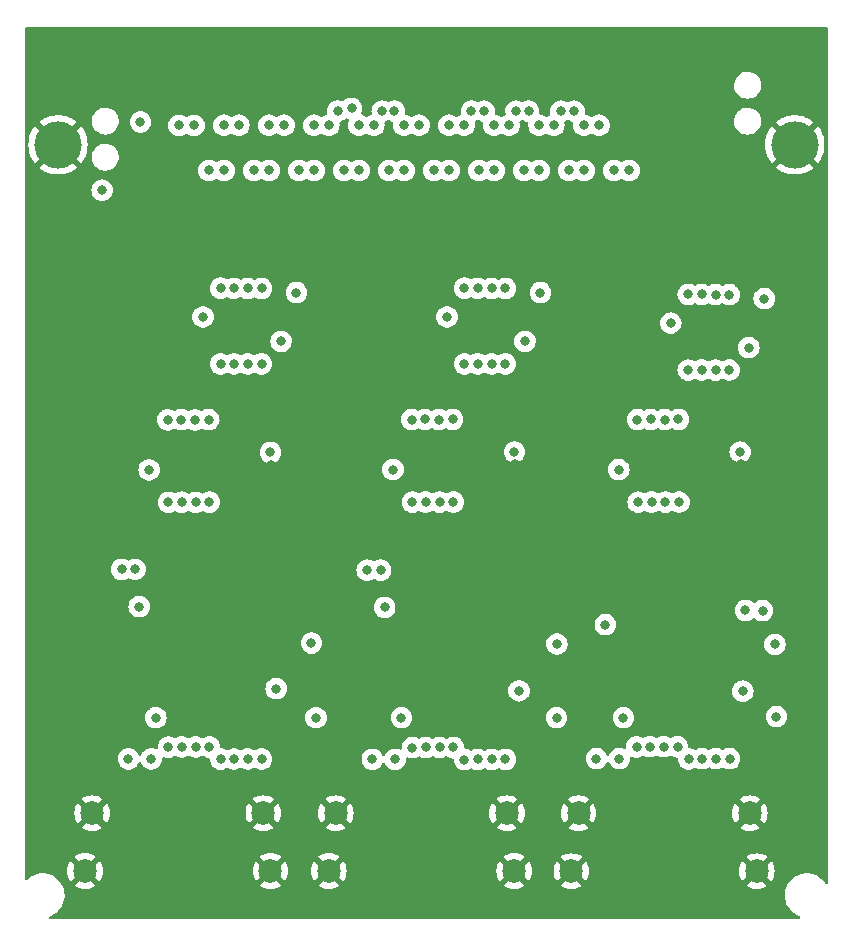
<source format=gbr>
G04 #@! TF.GenerationSoftware,KiCad,Pcbnew,(6.0.4-0)*
G04 #@! TF.CreationDate,2022-07-08T14:42:32+02:00*
G04 #@! TF.ProjectId,adapter_hybrid_assistor_hpc_3HDMI,61646170-7465-4725-9f68-79627269645f,rev?*
G04 #@! TF.SameCoordinates,Original*
G04 #@! TF.FileFunction,Copper,L4,Inr*
G04 #@! TF.FilePolarity,Positive*
%FSLAX46Y46*%
G04 Gerber Fmt 4.6, Leading zero omitted, Abs format (unit mm)*
G04 Created by KiCad (PCBNEW (6.0.4-0)) date 2022-07-08 14:42:32*
%MOMM*%
%LPD*%
G01*
G04 APERTURE LIST*
G04 #@! TA.AperFunction,ComponentPad*
%ADD10C,4.000000*%
G04 #@! TD*
G04 #@! TA.AperFunction,ComponentPad*
%ADD11C,1.995000*%
G04 #@! TD*
G04 #@! TA.AperFunction,ViaPad*
%ADD12C,0.800000*%
G04 #@! TD*
G04 APERTURE END LIST*
D10*
X165683000Y-110458000D03*
X103303000Y-110458000D03*
D11*
X106189000Y-167050000D03*
X120689000Y-167050000D03*
X105589000Y-171950000D03*
X121289000Y-171950000D03*
X147369000Y-167060000D03*
X161869000Y-167060000D03*
X146769000Y-171960000D03*
X162469000Y-171960000D03*
X126819000Y-167050000D03*
X141319000Y-167050000D03*
X126219000Y-171950000D03*
X141919000Y-171950000D03*
D12*
X164120000Y-158870000D03*
X107030000Y-114310000D03*
X132370000Y-158974000D03*
X145510000Y-158974000D03*
X151170000Y-158974000D03*
X111580000Y-158974000D03*
X125146000Y-158974000D03*
X166040000Y-151100000D03*
X166040000Y-138400000D03*
X115550000Y-126570000D03*
X163090000Y-127880000D03*
X102540000Y-118080000D03*
X102540000Y-125700000D03*
X161090000Y-137530000D03*
X131670000Y-136470000D03*
X143800000Y-161460000D03*
X102540000Y-163800000D03*
X155150000Y-127090000D03*
X162680000Y-161630000D03*
X123490000Y-127360000D03*
X132330000Y-149630000D03*
X150790000Y-136470000D03*
X111540000Y-149560000D03*
X121320000Y-137550000D03*
X102540000Y-151100000D03*
X166040000Y-163800000D03*
X123220000Y-161420000D03*
X108509000Y-104110000D03*
X102540000Y-138400000D03*
X136200000Y-126570000D03*
X166040000Y-125700000D03*
X111020000Y-136490000D03*
X144140000Y-127360000D03*
X159182000Y-114087000D03*
X166040000Y-118080000D03*
X141970000Y-137530000D03*
X151110000Y-149620000D03*
X121290000Y-136500000D03*
X161280000Y-156720000D03*
X136230000Y-125040000D03*
X141940000Y-136480000D03*
X161790000Y-127630000D03*
X110280000Y-108530000D03*
X161060000Y-136480000D03*
X142330000Y-156690000D03*
X144140000Y-122970000D03*
X123490000Y-122970000D03*
X130960000Y-149630000D03*
X131660000Y-137960000D03*
X124750000Y-152650000D03*
X110170000Y-149560000D03*
X155180000Y-125560000D03*
X115580000Y-125040000D03*
X122190000Y-127110000D03*
X163090000Y-123490000D03*
X142840000Y-127110000D03*
X150780000Y-137960000D03*
X121770000Y-156500000D03*
X164000000Y-152760000D03*
X111010000Y-137980000D03*
X149640000Y-151090000D03*
X145540000Y-152720000D03*
X118190000Y-122610000D03*
X126230000Y-108800000D03*
X109830489Y-146399511D03*
X114810000Y-108810000D03*
X108689511Y-146410489D03*
X113540000Y-108810000D03*
X145280000Y-108800000D03*
X138840000Y-122610000D03*
X140020000Y-122620000D03*
X147830000Y-108800000D03*
X141180000Y-122630000D03*
X149100000Y-108800000D03*
X118610000Y-108800000D03*
X113720000Y-133740000D03*
X117350000Y-108800000D03*
X112590000Y-133750000D03*
X122440000Y-108800000D03*
X116060000Y-133740000D03*
X121150000Y-108800000D03*
X114900000Y-133750000D03*
X117060000Y-122600000D03*
X124960000Y-108800000D03*
X140210000Y-108800000D03*
X135550000Y-133730000D03*
X133240000Y-133730000D03*
X136400000Y-108800000D03*
X134370000Y-133720000D03*
X137670000Y-108800000D03*
X141480000Y-108800000D03*
X136710000Y-133720000D03*
X144030000Y-108800000D03*
X137710000Y-122600000D03*
X132590000Y-108800000D03*
X129479511Y-146480489D03*
X130620489Y-146469511D03*
X133860000Y-108800000D03*
X120530000Y-129010000D03*
X120530000Y-162460000D03*
X119370000Y-129020000D03*
X119370000Y-162460000D03*
X118190000Y-162460000D03*
X118190000Y-129010000D03*
X117060000Y-162470000D03*
X117060000Y-129020000D03*
X116120000Y-140720000D03*
X116120000Y-161450000D03*
X114960000Y-161450000D03*
X114960000Y-140730000D03*
X113780000Y-161450000D03*
X113780000Y-140720000D03*
X112650000Y-140730000D03*
X112650000Y-161460000D03*
X111190000Y-162450000D03*
X109260000Y-162450000D03*
X129910000Y-162490000D03*
X131840000Y-162490000D03*
X133300000Y-140710000D03*
X133300000Y-161500000D03*
X134430000Y-140700000D03*
X134430000Y-161490000D03*
X135610000Y-161490000D03*
X135610000Y-140710000D03*
X136770000Y-161490000D03*
X136770000Y-140700000D03*
X137710000Y-162510000D03*
X137710000Y-129020000D03*
X138840000Y-129010000D03*
X138840000Y-162500000D03*
X140020000Y-129020000D03*
X140020000Y-162500000D03*
X141180000Y-129010000D03*
X141180000Y-162500000D03*
X130040000Y-108800000D03*
X120530000Y-122630000D03*
X119370000Y-122620000D03*
X128780000Y-108800000D03*
X146990000Y-107610000D03*
X160130000Y-123150000D03*
X158970000Y-123140000D03*
X145880000Y-107610000D03*
X143140000Y-107610000D03*
X157790000Y-123130000D03*
X156660000Y-123120000D03*
X142080000Y-107610000D03*
X155830000Y-133720000D03*
X139370000Y-107610000D03*
X154670000Y-133730000D03*
X138300000Y-107610000D03*
X153490000Y-133720000D03*
X131780000Y-107610000D03*
X130750000Y-107610000D03*
X152360000Y-133730000D03*
X128160000Y-107390000D03*
X162950000Y-149910000D03*
X161500000Y-149880000D03*
X126970000Y-107610000D03*
X151640000Y-112640000D03*
X150370000Y-112640000D03*
X147830000Y-112640000D03*
X136400000Y-112640000D03*
X135130000Y-112640000D03*
X128780000Y-112640000D03*
X131320000Y-112640000D03*
X132590000Y-112640000D03*
X140210000Y-112640000D03*
X138940000Y-112640000D03*
X144020000Y-112640000D03*
X142750000Y-112640000D03*
X146560000Y-112640000D03*
X123700000Y-112640000D03*
X119890000Y-112640000D03*
X121160000Y-112640000D03*
X124970000Y-112640000D03*
X127510000Y-112640000D03*
X116080000Y-112640000D03*
X117350000Y-112640000D03*
X160130000Y-129530000D03*
X160160000Y-162440000D03*
X159000000Y-162440000D03*
X158970000Y-129540000D03*
X157790000Y-129530000D03*
X157820000Y-162440000D03*
X156660000Y-129540000D03*
X156690000Y-162450000D03*
X155750000Y-161430000D03*
X155890000Y-140700000D03*
X154590000Y-161430000D03*
X154730000Y-140710000D03*
X153410000Y-161430000D03*
X153550000Y-140700000D03*
X152280000Y-161440000D03*
X152420000Y-140710000D03*
X150820000Y-162430000D03*
X148890000Y-162430000D03*
G04 #@! TA.AperFunction,Conductor*
G36*
X168433621Y-100528502D02*
G01*
X168480114Y-100582158D01*
X168491500Y-100634500D01*
X168491500Y-172914521D01*
X168471498Y-172982642D01*
X168417842Y-173029135D01*
X168347568Y-173039239D01*
X168282988Y-173009745D01*
X168264149Y-172989380D01*
X168119477Y-172793510D01*
X168116824Y-172789918D01*
X167932187Y-172602358D01*
X167928647Y-172599657D01*
X167928641Y-172599651D01*
X167726506Y-172445386D01*
X167726502Y-172445383D01*
X167722965Y-172442684D01*
X167493332Y-172314084D01*
X167247870Y-172219122D01*
X167243545Y-172218119D01*
X167243540Y-172218118D01*
X167084721Y-172181306D01*
X166991476Y-172159693D01*
X166729267Y-172136983D01*
X166724832Y-172137227D01*
X166724828Y-172137227D01*
X166470916Y-172151200D01*
X166470909Y-172151201D01*
X166466473Y-172151445D01*
X166338369Y-172176927D01*
X166212711Y-172201921D01*
X166212706Y-172201922D01*
X166208339Y-172202791D01*
X166204136Y-172204267D01*
X165964223Y-172288518D01*
X165964220Y-172288519D01*
X165960015Y-172289996D01*
X165956062Y-172292049D01*
X165956056Y-172292052D01*
X165879114Y-172332021D01*
X165726456Y-172411321D01*
X165722841Y-172413904D01*
X165722835Y-172413908D01*
X165619585Y-172487692D01*
X165512322Y-172564344D01*
X165509095Y-172567422D01*
X165509093Y-172567424D01*
X165422721Y-172649819D01*
X165321885Y-172746011D01*
X165158945Y-172952700D01*
X165130529Y-173001622D01*
X165028987Y-173176438D01*
X165028984Y-173176444D01*
X165026753Y-173180285D01*
X164927947Y-173424225D01*
X164864498Y-173679654D01*
X164837672Y-173941474D01*
X164837847Y-173945925D01*
X164839972Y-173999999D01*
X164839972Y-174000000D01*
X164844694Y-174120176D01*
X164848005Y-174204462D01*
X164895290Y-174463371D01*
X164978584Y-174713034D01*
X165037652Y-174831247D01*
X165057950Y-174871869D01*
X165096225Y-174948470D01*
X165245865Y-175164982D01*
X165424520Y-175358249D01*
X165628623Y-175524415D01*
X165632431Y-175526708D01*
X165632433Y-175526709D01*
X165850288Y-175657868D01*
X165850292Y-175657870D01*
X165854104Y-175660165D01*
X166007301Y-175725036D01*
X166065013Y-175749474D01*
X166119942Y-175794455D01*
X166141833Y-175861992D01*
X166123735Y-175930643D01*
X166071395Y-175978612D01*
X166015882Y-175991500D01*
X102682915Y-175991500D01*
X102614794Y-175971498D01*
X102568301Y-175917842D01*
X102558197Y-175847568D01*
X102587691Y-175782988D01*
X102644922Y-175745365D01*
X102681657Y-175733747D01*
X102681656Y-175733747D01*
X102685907Y-175732403D01*
X102689918Y-175730477D01*
X102689923Y-175730475D01*
X102919143Y-175620405D01*
X102919144Y-175620404D01*
X102923162Y-175618475D01*
X103033187Y-175544958D01*
X103138289Y-175474732D01*
X103138293Y-175474729D01*
X103141997Y-175472254D01*
X103145314Y-175469283D01*
X103145318Y-175469280D01*
X103334729Y-175299629D01*
X103334730Y-175299628D01*
X103338047Y-175296657D01*
X103507398Y-175095189D01*
X103517005Y-175079786D01*
X103644320Y-174875643D01*
X103646674Y-174871869D01*
X103753093Y-174631152D01*
X103824534Y-174377843D01*
X103829757Y-174338955D01*
X103859143Y-174120176D01*
X103859144Y-174120168D01*
X103859570Y-174116994D01*
X103863247Y-174000000D01*
X103844659Y-173737466D01*
X103833167Y-173684085D01*
X103790201Y-173484523D01*
X103789264Y-173480171D01*
X103778284Y-173450407D01*
X103699710Y-173237424D01*
X103698169Y-173233247D01*
X103680635Y-173200750D01*
X103669898Y-173180851D01*
X104722978Y-173180851D01*
X104728705Y-173188502D01*
X104899181Y-173292970D01*
X104907976Y-173297452D01*
X105117763Y-173384349D01*
X105127148Y-173387398D01*
X105347947Y-173440407D01*
X105357694Y-173441950D01*
X105584070Y-173459767D01*
X105593930Y-173459767D01*
X105820306Y-173441950D01*
X105830053Y-173440407D01*
X106050852Y-173387398D01*
X106060237Y-173384349D01*
X106270024Y-173297452D01*
X106278819Y-173292970D01*
X106445626Y-173190750D01*
X106454582Y-173180851D01*
X120422978Y-173180851D01*
X120428705Y-173188502D01*
X120599181Y-173292970D01*
X120607976Y-173297452D01*
X120817763Y-173384349D01*
X120827148Y-173387398D01*
X121047947Y-173440407D01*
X121057694Y-173441950D01*
X121284070Y-173459767D01*
X121293930Y-173459767D01*
X121520306Y-173441950D01*
X121530053Y-173440407D01*
X121750852Y-173387398D01*
X121760237Y-173384349D01*
X121970024Y-173297452D01*
X121978819Y-173292970D01*
X122145626Y-173190750D01*
X122154582Y-173180851D01*
X125352978Y-173180851D01*
X125358705Y-173188502D01*
X125529181Y-173292970D01*
X125537976Y-173297452D01*
X125747763Y-173384349D01*
X125757148Y-173387398D01*
X125977947Y-173440407D01*
X125987694Y-173441950D01*
X126214070Y-173459767D01*
X126223930Y-173459767D01*
X126450306Y-173441950D01*
X126460053Y-173440407D01*
X126680852Y-173387398D01*
X126690237Y-173384349D01*
X126900024Y-173297452D01*
X126908819Y-173292970D01*
X127075626Y-173190750D01*
X127084582Y-173180851D01*
X141052978Y-173180851D01*
X141058705Y-173188502D01*
X141229181Y-173292970D01*
X141237976Y-173297452D01*
X141447763Y-173384349D01*
X141457148Y-173387398D01*
X141677947Y-173440407D01*
X141687694Y-173441950D01*
X141914070Y-173459767D01*
X141923930Y-173459767D01*
X142150306Y-173441950D01*
X142160053Y-173440407D01*
X142380852Y-173387398D01*
X142390237Y-173384349D01*
X142600024Y-173297452D01*
X142608819Y-173292970D01*
X142775461Y-173190851D01*
X145902978Y-173190851D01*
X145908705Y-173198502D01*
X146079181Y-173302970D01*
X146087976Y-173307452D01*
X146297763Y-173394349D01*
X146307148Y-173397398D01*
X146527947Y-173450407D01*
X146537694Y-173451950D01*
X146764070Y-173469767D01*
X146773930Y-173469767D01*
X147000306Y-173451950D01*
X147010053Y-173450407D01*
X147230852Y-173397398D01*
X147240237Y-173394349D01*
X147450024Y-173307452D01*
X147458819Y-173302970D01*
X147625626Y-173200750D01*
X147634582Y-173190851D01*
X161602978Y-173190851D01*
X161608705Y-173198502D01*
X161779181Y-173302970D01*
X161787976Y-173307452D01*
X161997763Y-173394349D01*
X162007148Y-173397398D01*
X162227947Y-173450407D01*
X162237694Y-173451950D01*
X162464070Y-173469767D01*
X162473930Y-173469767D01*
X162700306Y-173451950D01*
X162710053Y-173450407D01*
X162930852Y-173397398D01*
X162940237Y-173394349D01*
X163150024Y-173307452D01*
X163158819Y-173302970D01*
X163325626Y-173200750D01*
X163335088Y-173190292D01*
X163331305Y-173181516D01*
X162481811Y-172332021D01*
X162467868Y-172324408D01*
X162466034Y-172324539D01*
X162459420Y-172328790D01*
X161609735Y-173178476D01*
X161602978Y-173190851D01*
X147634582Y-173190851D01*
X147635088Y-173190292D01*
X147631305Y-173181516D01*
X146781811Y-172332021D01*
X146767868Y-172324408D01*
X146766034Y-172324539D01*
X146759420Y-172328790D01*
X145909735Y-173178476D01*
X145902978Y-173190851D01*
X142775461Y-173190851D01*
X142775626Y-173190750D01*
X142785088Y-173180292D01*
X142781305Y-173171516D01*
X141931811Y-172322021D01*
X141917868Y-172314408D01*
X141916034Y-172314539D01*
X141909420Y-172318790D01*
X141059735Y-173168476D01*
X141052978Y-173180851D01*
X127084582Y-173180851D01*
X127085088Y-173180292D01*
X127081305Y-173171516D01*
X126231811Y-172322021D01*
X126217868Y-172314408D01*
X126216034Y-172314539D01*
X126209420Y-172318790D01*
X125359735Y-173168476D01*
X125352978Y-173180851D01*
X122154582Y-173180851D01*
X122155088Y-173180292D01*
X122151305Y-173171516D01*
X121301811Y-172322021D01*
X121287868Y-172314408D01*
X121286034Y-172314539D01*
X121279420Y-172318790D01*
X120429735Y-173168476D01*
X120422978Y-173180851D01*
X106454582Y-173180851D01*
X106455088Y-173180292D01*
X106451305Y-173171516D01*
X105601811Y-172322021D01*
X105587868Y-172314408D01*
X105586034Y-172314539D01*
X105579420Y-172318790D01*
X104729735Y-173168476D01*
X104722978Y-173180851D01*
X103669898Y-173180851D01*
X103575304Y-173005538D01*
X103573191Y-173001622D01*
X103416824Y-172789918D01*
X103232187Y-172602358D01*
X103228647Y-172599657D01*
X103228641Y-172599651D01*
X103026506Y-172445386D01*
X103026502Y-172445383D01*
X103022965Y-172442684D01*
X102793332Y-172314084D01*
X102547870Y-172219122D01*
X102543545Y-172218119D01*
X102543540Y-172218118D01*
X102384721Y-172181306D01*
X102291476Y-172159693D01*
X102029267Y-172136983D01*
X102024832Y-172137227D01*
X102024828Y-172137227D01*
X101770916Y-172151200D01*
X101770909Y-172151201D01*
X101766473Y-172151445D01*
X101638369Y-172176927D01*
X101512711Y-172201921D01*
X101512706Y-172201922D01*
X101508339Y-172202791D01*
X101504136Y-172204267D01*
X101264223Y-172288518D01*
X101264220Y-172288519D01*
X101260015Y-172289996D01*
X101256062Y-172292049D01*
X101256056Y-172292052D01*
X101179114Y-172332021D01*
X101026456Y-172411321D01*
X101022841Y-172413904D01*
X101022835Y-172413908D01*
X100919585Y-172487692D01*
X100812322Y-172564344D01*
X100809095Y-172567422D01*
X100809093Y-172567424D01*
X100721471Y-172651011D01*
X100658375Y-172683558D01*
X100587698Y-172676826D01*
X100531881Y-172632952D01*
X100508500Y-172559841D01*
X100508500Y-171954930D01*
X104079233Y-171954930D01*
X104097050Y-172181306D01*
X104098593Y-172191053D01*
X104151602Y-172411852D01*
X104154651Y-172421237D01*
X104241548Y-172631024D01*
X104246030Y-172639819D01*
X104348250Y-172806626D01*
X104358708Y-172816088D01*
X104367484Y-172812305D01*
X105216979Y-171962811D01*
X105223356Y-171951132D01*
X105953408Y-171951132D01*
X105953539Y-171952966D01*
X105957790Y-171959580D01*
X106807476Y-172809265D01*
X106819851Y-172816022D01*
X106827502Y-172810295D01*
X106931970Y-172639819D01*
X106936452Y-172631024D01*
X107023349Y-172421237D01*
X107026398Y-172411852D01*
X107079407Y-172191053D01*
X107080950Y-172181306D01*
X107098767Y-171954930D01*
X119779233Y-171954930D01*
X119797050Y-172181306D01*
X119798593Y-172191053D01*
X119851602Y-172411852D01*
X119854651Y-172421237D01*
X119941548Y-172631024D01*
X119946030Y-172639819D01*
X120048250Y-172806626D01*
X120058708Y-172816088D01*
X120067484Y-172812305D01*
X120916979Y-171962811D01*
X120923356Y-171951132D01*
X121653408Y-171951132D01*
X121653539Y-171952966D01*
X121657790Y-171959580D01*
X122507476Y-172809265D01*
X122519851Y-172816022D01*
X122527502Y-172810295D01*
X122631970Y-172639819D01*
X122636452Y-172631024D01*
X122723349Y-172421237D01*
X122726398Y-172411852D01*
X122779407Y-172191053D01*
X122780950Y-172181306D01*
X122798767Y-171954930D01*
X124709233Y-171954930D01*
X124727050Y-172181306D01*
X124728593Y-172191053D01*
X124781602Y-172411852D01*
X124784651Y-172421237D01*
X124871548Y-172631024D01*
X124876030Y-172639819D01*
X124978250Y-172806626D01*
X124988708Y-172816088D01*
X124997484Y-172812305D01*
X125846979Y-171962811D01*
X125853356Y-171951132D01*
X126583408Y-171951132D01*
X126583539Y-171952966D01*
X126587790Y-171959580D01*
X127437476Y-172809265D01*
X127449851Y-172816022D01*
X127457502Y-172810295D01*
X127561970Y-172639819D01*
X127566452Y-172631024D01*
X127653349Y-172421237D01*
X127656398Y-172411852D01*
X127709407Y-172191053D01*
X127710950Y-172181306D01*
X127728767Y-171954930D01*
X140409233Y-171954930D01*
X140427050Y-172181306D01*
X140428593Y-172191053D01*
X140481602Y-172411852D01*
X140484651Y-172421237D01*
X140571548Y-172631024D01*
X140576030Y-172639819D01*
X140678250Y-172806626D01*
X140688708Y-172816088D01*
X140697484Y-172812305D01*
X141546979Y-171962811D01*
X141553356Y-171951132D01*
X142283408Y-171951132D01*
X142283539Y-171952966D01*
X142287790Y-171959580D01*
X143137476Y-172809265D01*
X143149851Y-172816022D01*
X143157502Y-172810295D01*
X143261970Y-172639819D01*
X143266452Y-172631024D01*
X143353349Y-172421237D01*
X143356398Y-172411852D01*
X143409407Y-172191053D01*
X143410950Y-172181306D01*
X143427980Y-171964930D01*
X145259233Y-171964930D01*
X145277050Y-172191306D01*
X145278593Y-172201053D01*
X145331602Y-172421852D01*
X145334651Y-172431237D01*
X145421548Y-172641024D01*
X145426030Y-172649819D01*
X145528250Y-172816626D01*
X145538708Y-172826088D01*
X145547484Y-172822305D01*
X146396979Y-171972811D01*
X146403356Y-171961132D01*
X147133408Y-171961132D01*
X147133539Y-171962966D01*
X147137790Y-171969580D01*
X147987476Y-172819265D01*
X147999851Y-172826022D01*
X148007502Y-172820295D01*
X148111970Y-172649819D01*
X148116452Y-172641024D01*
X148203349Y-172431237D01*
X148206398Y-172421852D01*
X148259407Y-172201053D01*
X148260950Y-172191306D01*
X148278767Y-171964930D01*
X160959233Y-171964930D01*
X160977050Y-172191306D01*
X160978593Y-172201053D01*
X161031602Y-172421852D01*
X161034651Y-172431237D01*
X161121548Y-172641024D01*
X161126030Y-172649819D01*
X161228250Y-172816626D01*
X161238708Y-172826088D01*
X161247484Y-172822305D01*
X162096979Y-171972811D01*
X162103356Y-171961132D01*
X162833408Y-171961132D01*
X162833539Y-171962966D01*
X162837790Y-171969580D01*
X163687476Y-172819265D01*
X163699851Y-172826022D01*
X163707502Y-172820295D01*
X163811970Y-172649819D01*
X163816452Y-172641024D01*
X163903349Y-172431237D01*
X163906398Y-172421852D01*
X163959407Y-172201053D01*
X163960950Y-172191306D01*
X163978767Y-171964930D01*
X163978767Y-171955070D01*
X163960950Y-171728694D01*
X163959407Y-171718947D01*
X163906398Y-171498148D01*
X163903349Y-171488763D01*
X163816452Y-171278976D01*
X163811970Y-171270181D01*
X163709750Y-171103374D01*
X163699292Y-171093912D01*
X163690516Y-171097695D01*
X162841021Y-171947189D01*
X162833408Y-171961132D01*
X162103356Y-171961132D01*
X162104592Y-171958868D01*
X162104461Y-171957034D01*
X162100210Y-171950420D01*
X161250524Y-171100735D01*
X161238149Y-171093978D01*
X161230498Y-171099705D01*
X161126030Y-171270181D01*
X161121548Y-171278976D01*
X161034651Y-171488763D01*
X161031602Y-171498148D01*
X160978593Y-171718947D01*
X160977050Y-171728694D01*
X160959233Y-171955070D01*
X160959233Y-171964930D01*
X148278767Y-171964930D01*
X148278767Y-171955070D01*
X148260950Y-171728694D01*
X148259407Y-171718947D01*
X148206398Y-171498148D01*
X148203349Y-171488763D01*
X148116452Y-171278976D01*
X148111970Y-171270181D01*
X148009750Y-171103374D01*
X147999292Y-171093912D01*
X147990516Y-171097695D01*
X147141021Y-171947189D01*
X147133408Y-171961132D01*
X146403356Y-171961132D01*
X146404592Y-171958868D01*
X146404461Y-171957034D01*
X146400210Y-171950420D01*
X145550524Y-171100735D01*
X145538149Y-171093978D01*
X145530498Y-171099705D01*
X145426030Y-171270181D01*
X145421548Y-171278976D01*
X145334651Y-171488763D01*
X145331602Y-171498148D01*
X145278593Y-171718947D01*
X145277050Y-171728694D01*
X145259233Y-171955070D01*
X145259233Y-171964930D01*
X143427980Y-171964930D01*
X143428767Y-171954930D01*
X143428767Y-171945070D01*
X143410950Y-171718694D01*
X143409407Y-171708947D01*
X143356398Y-171488148D01*
X143353349Y-171478763D01*
X143266452Y-171268976D01*
X143261970Y-171260181D01*
X143159750Y-171093374D01*
X143149292Y-171083912D01*
X143140516Y-171087695D01*
X142291021Y-171937189D01*
X142283408Y-171951132D01*
X141553356Y-171951132D01*
X141554592Y-171948868D01*
X141554461Y-171947034D01*
X141550210Y-171940420D01*
X140700524Y-171090735D01*
X140688149Y-171083978D01*
X140680498Y-171089705D01*
X140576030Y-171260181D01*
X140571548Y-171268976D01*
X140484651Y-171478763D01*
X140481602Y-171488148D01*
X140428593Y-171708947D01*
X140427050Y-171718694D01*
X140409233Y-171945070D01*
X140409233Y-171954930D01*
X127728767Y-171954930D01*
X127728767Y-171945070D01*
X127710950Y-171718694D01*
X127709407Y-171708947D01*
X127656398Y-171488148D01*
X127653349Y-171478763D01*
X127566452Y-171268976D01*
X127561970Y-171260181D01*
X127459750Y-171093374D01*
X127449292Y-171083912D01*
X127440516Y-171087695D01*
X126591021Y-171937189D01*
X126583408Y-171951132D01*
X125853356Y-171951132D01*
X125854592Y-171948868D01*
X125854461Y-171947034D01*
X125850210Y-171940420D01*
X125000524Y-171090735D01*
X124988149Y-171083978D01*
X124980498Y-171089705D01*
X124876030Y-171260181D01*
X124871548Y-171268976D01*
X124784651Y-171478763D01*
X124781602Y-171488148D01*
X124728593Y-171708947D01*
X124727050Y-171718694D01*
X124709233Y-171945070D01*
X124709233Y-171954930D01*
X122798767Y-171954930D01*
X122798767Y-171945070D01*
X122780950Y-171718694D01*
X122779407Y-171708947D01*
X122726398Y-171488148D01*
X122723349Y-171478763D01*
X122636452Y-171268976D01*
X122631970Y-171260181D01*
X122529750Y-171093374D01*
X122519292Y-171083912D01*
X122510516Y-171087695D01*
X121661021Y-171937189D01*
X121653408Y-171951132D01*
X120923356Y-171951132D01*
X120924592Y-171948868D01*
X120924461Y-171947034D01*
X120920210Y-171940420D01*
X120070524Y-171090735D01*
X120058149Y-171083978D01*
X120050498Y-171089705D01*
X119946030Y-171260181D01*
X119941548Y-171268976D01*
X119854651Y-171478763D01*
X119851602Y-171488148D01*
X119798593Y-171708947D01*
X119797050Y-171718694D01*
X119779233Y-171945070D01*
X119779233Y-171954930D01*
X107098767Y-171954930D01*
X107098767Y-171945070D01*
X107080950Y-171718694D01*
X107079407Y-171708947D01*
X107026398Y-171488148D01*
X107023349Y-171478763D01*
X106936452Y-171268976D01*
X106931970Y-171260181D01*
X106829750Y-171093374D01*
X106819292Y-171083912D01*
X106810516Y-171087695D01*
X105961021Y-171937189D01*
X105953408Y-171951132D01*
X105223356Y-171951132D01*
X105224592Y-171948868D01*
X105224461Y-171947034D01*
X105220210Y-171940420D01*
X104370524Y-171090735D01*
X104358149Y-171083978D01*
X104350498Y-171089705D01*
X104246030Y-171260181D01*
X104241548Y-171268976D01*
X104154651Y-171478763D01*
X104151602Y-171488148D01*
X104098593Y-171708947D01*
X104097050Y-171718694D01*
X104079233Y-171945070D01*
X104079233Y-171954930D01*
X100508500Y-171954930D01*
X100508500Y-170719708D01*
X104722912Y-170719708D01*
X104726695Y-170728484D01*
X105576189Y-171577979D01*
X105590132Y-171585592D01*
X105591966Y-171585461D01*
X105598580Y-171581210D01*
X106448265Y-170731524D01*
X106454717Y-170719708D01*
X120422912Y-170719708D01*
X120426695Y-170728484D01*
X121276189Y-171577979D01*
X121290132Y-171585592D01*
X121291966Y-171585461D01*
X121298580Y-171581210D01*
X122148265Y-170731524D01*
X122154717Y-170719708D01*
X125352912Y-170719708D01*
X125356695Y-170728484D01*
X126206189Y-171577979D01*
X126220132Y-171585592D01*
X126221966Y-171585461D01*
X126228580Y-171581210D01*
X127078265Y-170731524D01*
X127084717Y-170719708D01*
X141052912Y-170719708D01*
X141056695Y-170728484D01*
X141906189Y-171577979D01*
X141920132Y-171585592D01*
X141921966Y-171585461D01*
X141928580Y-171581210D01*
X142778265Y-170731524D01*
X142779257Y-170729708D01*
X145902912Y-170729708D01*
X145906695Y-170738484D01*
X146756189Y-171587979D01*
X146770132Y-171595592D01*
X146771966Y-171595461D01*
X146778580Y-171591210D01*
X147628265Y-170741524D01*
X147634717Y-170729708D01*
X161602912Y-170729708D01*
X161606695Y-170738484D01*
X162456189Y-171587979D01*
X162470132Y-171595592D01*
X162471966Y-171595461D01*
X162478580Y-171591210D01*
X163328265Y-170741524D01*
X163335022Y-170729149D01*
X163329295Y-170721498D01*
X163158819Y-170617030D01*
X163150024Y-170612548D01*
X162940237Y-170525651D01*
X162930852Y-170522602D01*
X162710053Y-170469593D01*
X162700306Y-170468050D01*
X162473930Y-170450233D01*
X162464070Y-170450233D01*
X162237694Y-170468050D01*
X162227947Y-170469593D01*
X162007148Y-170522602D01*
X161997763Y-170525651D01*
X161787976Y-170612548D01*
X161779181Y-170617030D01*
X161612374Y-170719250D01*
X161602912Y-170729708D01*
X147634717Y-170729708D01*
X147635022Y-170729149D01*
X147629295Y-170721498D01*
X147458819Y-170617030D01*
X147450024Y-170612548D01*
X147240237Y-170525651D01*
X147230852Y-170522602D01*
X147010053Y-170469593D01*
X147000306Y-170468050D01*
X146773930Y-170450233D01*
X146764070Y-170450233D01*
X146537694Y-170468050D01*
X146527947Y-170469593D01*
X146307148Y-170522602D01*
X146297763Y-170525651D01*
X146087976Y-170612548D01*
X146079181Y-170617030D01*
X145912374Y-170719250D01*
X145902912Y-170729708D01*
X142779257Y-170729708D01*
X142785022Y-170719149D01*
X142779295Y-170711498D01*
X142608819Y-170607030D01*
X142600024Y-170602548D01*
X142390237Y-170515651D01*
X142380852Y-170512602D01*
X142160053Y-170459593D01*
X142150306Y-170458050D01*
X141923930Y-170440233D01*
X141914070Y-170440233D01*
X141687694Y-170458050D01*
X141677947Y-170459593D01*
X141457148Y-170512602D01*
X141447763Y-170515651D01*
X141237976Y-170602548D01*
X141229181Y-170607030D01*
X141062374Y-170709250D01*
X141052912Y-170719708D01*
X127084717Y-170719708D01*
X127085022Y-170719149D01*
X127079295Y-170711498D01*
X126908819Y-170607030D01*
X126900024Y-170602548D01*
X126690237Y-170515651D01*
X126680852Y-170512602D01*
X126460053Y-170459593D01*
X126450306Y-170458050D01*
X126223930Y-170440233D01*
X126214070Y-170440233D01*
X125987694Y-170458050D01*
X125977947Y-170459593D01*
X125757148Y-170512602D01*
X125747763Y-170515651D01*
X125537976Y-170602548D01*
X125529181Y-170607030D01*
X125362374Y-170709250D01*
X125352912Y-170719708D01*
X122154717Y-170719708D01*
X122155022Y-170719149D01*
X122149295Y-170711498D01*
X121978819Y-170607030D01*
X121970024Y-170602548D01*
X121760237Y-170515651D01*
X121750852Y-170512602D01*
X121530053Y-170459593D01*
X121520306Y-170458050D01*
X121293930Y-170440233D01*
X121284070Y-170440233D01*
X121057694Y-170458050D01*
X121047947Y-170459593D01*
X120827148Y-170512602D01*
X120817763Y-170515651D01*
X120607976Y-170602548D01*
X120599181Y-170607030D01*
X120432374Y-170709250D01*
X120422912Y-170719708D01*
X106454717Y-170719708D01*
X106455022Y-170719149D01*
X106449295Y-170711498D01*
X106278819Y-170607030D01*
X106270024Y-170602548D01*
X106060237Y-170515651D01*
X106050852Y-170512602D01*
X105830053Y-170459593D01*
X105820306Y-170458050D01*
X105593930Y-170440233D01*
X105584070Y-170440233D01*
X105357694Y-170458050D01*
X105347947Y-170459593D01*
X105127148Y-170512602D01*
X105117763Y-170515651D01*
X104907976Y-170602548D01*
X104899181Y-170607030D01*
X104732374Y-170709250D01*
X104722912Y-170719708D01*
X100508500Y-170719708D01*
X100508500Y-168280851D01*
X105322978Y-168280851D01*
X105328705Y-168288502D01*
X105499181Y-168392970D01*
X105507976Y-168397452D01*
X105717763Y-168484349D01*
X105727148Y-168487398D01*
X105947947Y-168540407D01*
X105957694Y-168541950D01*
X106184070Y-168559767D01*
X106193930Y-168559767D01*
X106420306Y-168541950D01*
X106430053Y-168540407D01*
X106650852Y-168487398D01*
X106660237Y-168484349D01*
X106870024Y-168397452D01*
X106878819Y-168392970D01*
X107045626Y-168290750D01*
X107054582Y-168280851D01*
X119822978Y-168280851D01*
X119828705Y-168288502D01*
X119999181Y-168392970D01*
X120007976Y-168397452D01*
X120217763Y-168484349D01*
X120227148Y-168487398D01*
X120447947Y-168540407D01*
X120457694Y-168541950D01*
X120684070Y-168559767D01*
X120693930Y-168559767D01*
X120920306Y-168541950D01*
X120930053Y-168540407D01*
X121150852Y-168487398D01*
X121160237Y-168484349D01*
X121370024Y-168397452D01*
X121378819Y-168392970D01*
X121545626Y-168290750D01*
X121554582Y-168280851D01*
X125952978Y-168280851D01*
X125958705Y-168288502D01*
X126129181Y-168392970D01*
X126137976Y-168397452D01*
X126347763Y-168484349D01*
X126357148Y-168487398D01*
X126577947Y-168540407D01*
X126587694Y-168541950D01*
X126814070Y-168559767D01*
X126823930Y-168559767D01*
X127050306Y-168541950D01*
X127060053Y-168540407D01*
X127280852Y-168487398D01*
X127290237Y-168484349D01*
X127500024Y-168397452D01*
X127508819Y-168392970D01*
X127675626Y-168290750D01*
X127684582Y-168280851D01*
X140452978Y-168280851D01*
X140458705Y-168288502D01*
X140629181Y-168392970D01*
X140637976Y-168397452D01*
X140847763Y-168484349D01*
X140857148Y-168487398D01*
X141077947Y-168540407D01*
X141087694Y-168541950D01*
X141314070Y-168559767D01*
X141323930Y-168559767D01*
X141550306Y-168541950D01*
X141560053Y-168540407D01*
X141780852Y-168487398D01*
X141790237Y-168484349D01*
X142000024Y-168397452D01*
X142008819Y-168392970D01*
X142175461Y-168290851D01*
X146502978Y-168290851D01*
X146508705Y-168298502D01*
X146679181Y-168402970D01*
X146687976Y-168407452D01*
X146897763Y-168494349D01*
X146907148Y-168497398D01*
X147127947Y-168550407D01*
X147137694Y-168551950D01*
X147364070Y-168569767D01*
X147373930Y-168569767D01*
X147600306Y-168551950D01*
X147610053Y-168550407D01*
X147830852Y-168497398D01*
X147840237Y-168494349D01*
X148050024Y-168407452D01*
X148058819Y-168402970D01*
X148225626Y-168300750D01*
X148234582Y-168290851D01*
X161002978Y-168290851D01*
X161008705Y-168298502D01*
X161179181Y-168402970D01*
X161187976Y-168407452D01*
X161397763Y-168494349D01*
X161407148Y-168497398D01*
X161627947Y-168550407D01*
X161637694Y-168551950D01*
X161864070Y-168569767D01*
X161873930Y-168569767D01*
X162100306Y-168551950D01*
X162110053Y-168550407D01*
X162330852Y-168497398D01*
X162340237Y-168494349D01*
X162550024Y-168407452D01*
X162558819Y-168402970D01*
X162725626Y-168300750D01*
X162735088Y-168290292D01*
X162731305Y-168281516D01*
X161881811Y-167432021D01*
X161867868Y-167424408D01*
X161866034Y-167424539D01*
X161859420Y-167428790D01*
X161009735Y-168278476D01*
X161002978Y-168290851D01*
X148234582Y-168290851D01*
X148235088Y-168290292D01*
X148231305Y-168281516D01*
X147381811Y-167432021D01*
X147367868Y-167424408D01*
X147366034Y-167424539D01*
X147359420Y-167428790D01*
X146509735Y-168278476D01*
X146502978Y-168290851D01*
X142175461Y-168290851D01*
X142175626Y-168290750D01*
X142185088Y-168280292D01*
X142181305Y-168271516D01*
X141331811Y-167422021D01*
X141317868Y-167414408D01*
X141316034Y-167414539D01*
X141309420Y-167418790D01*
X140459735Y-168268476D01*
X140452978Y-168280851D01*
X127684582Y-168280851D01*
X127685088Y-168280292D01*
X127681305Y-168271516D01*
X126831811Y-167422021D01*
X126817868Y-167414408D01*
X126816034Y-167414539D01*
X126809420Y-167418790D01*
X125959735Y-168268476D01*
X125952978Y-168280851D01*
X121554582Y-168280851D01*
X121555088Y-168280292D01*
X121551305Y-168271516D01*
X120701811Y-167422021D01*
X120687868Y-167414408D01*
X120686034Y-167414539D01*
X120679420Y-167418790D01*
X119829735Y-168268476D01*
X119822978Y-168280851D01*
X107054582Y-168280851D01*
X107055088Y-168280292D01*
X107051305Y-168271516D01*
X106201811Y-167422021D01*
X106187868Y-167414408D01*
X106186034Y-167414539D01*
X106179420Y-167418790D01*
X105329735Y-168268476D01*
X105322978Y-168280851D01*
X100508500Y-168280851D01*
X100508500Y-167054930D01*
X104679233Y-167054930D01*
X104697050Y-167281306D01*
X104698593Y-167291053D01*
X104751602Y-167511852D01*
X104754651Y-167521237D01*
X104841548Y-167731024D01*
X104846030Y-167739819D01*
X104948250Y-167906626D01*
X104958708Y-167916088D01*
X104967484Y-167912305D01*
X105816979Y-167062811D01*
X105823356Y-167051132D01*
X106553408Y-167051132D01*
X106553539Y-167052966D01*
X106557790Y-167059580D01*
X107407476Y-167909265D01*
X107419851Y-167916022D01*
X107427502Y-167910295D01*
X107531970Y-167739819D01*
X107536452Y-167731024D01*
X107623349Y-167521237D01*
X107626398Y-167511852D01*
X107679407Y-167291053D01*
X107680950Y-167281306D01*
X107698767Y-167054930D01*
X119179233Y-167054930D01*
X119197050Y-167281306D01*
X119198593Y-167291053D01*
X119251602Y-167511852D01*
X119254651Y-167521237D01*
X119341548Y-167731024D01*
X119346030Y-167739819D01*
X119448250Y-167906626D01*
X119458708Y-167916088D01*
X119467484Y-167912305D01*
X120316979Y-167062811D01*
X120323356Y-167051132D01*
X121053408Y-167051132D01*
X121053539Y-167052966D01*
X121057790Y-167059580D01*
X121907476Y-167909265D01*
X121919851Y-167916022D01*
X121927502Y-167910295D01*
X122031970Y-167739819D01*
X122036452Y-167731024D01*
X122123349Y-167521237D01*
X122126398Y-167511852D01*
X122179407Y-167291053D01*
X122180950Y-167281306D01*
X122198767Y-167054930D01*
X125309233Y-167054930D01*
X125327050Y-167281306D01*
X125328593Y-167291053D01*
X125381602Y-167511852D01*
X125384651Y-167521237D01*
X125471548Y-167731024D01*
X125476030Y-167739819D01*
X125578250Y-167906626D01*
X125588708Y-167916088D01*
X125597484Y-167912305D01*
X126446979Y-167062811D01*
X126453356Y-167051132D01*
X127183408Y-167051132D01*
X127183539Y-167052966D01*
X127187790Y-167059580D01*
X128037476Y-167909265D01*
X128049851Y-167916022D01*
X128057502Y-167910295D01*
X128161970Y-167739819D01*
X128166452Y-167731024D01*
X128253349Y-167521237D01*
X128256398Y-167511852D01*
X128309407Y-167291053D01*
X128310950Y-167281306D01*
X128328767Y-167054930D01*
X139809233Y-167054930D01*
X139827050Y-167281306D01*
X139828593Y-167291053D01*
X139881602Y-167511852D01*
X139884651Y-167521237D01*
X139971548Y-167731024D01*
X139976030Y-167739819D01*
X140078250Y-167906626D01*
X140088708Y-167916088D01*
X140097484Y-167912305D01*
X140946979Y-167062811D01*
X140953356Y-167051132D01*
X141683408Y-167051132D01*
X141683539Y-167052966D01*
X141687790Y-167059580D01*
X142537476Y-167909265D01*
X142549851Y-167916022D01*
X142557502Y-167910295D01*
X142661970Y-167739819D01*
X142666452Y-167731024D01*
X142753349Y-167521237D01*
X142756398Y-167511852D01*
X142809407Y-167291053D01*
X142810950Y-167281306D01*
X142827980Y-167064930D01*
X145859233Y-167064930D01*
X145877050Y-167291306D01*
X145878593Y-167301053D01*
X145931602Y-167521852D01*
X145934651Y-167531237D01*
X146021548Y-167741024D01*
X146026030Y-167749819D01*
X146128250Y-167916626D01*
X146138708Y-167926088D01*
X146147484Y-167922305D01*
X146996979Y-167072811D01*
X147003356Y-167061132D01*
X147733408Y-167061132D01*
X147733539Y-167062966D01*
X147737790Y-167069580D01*
X148587476Y-167919265D01*
X148599851Y-167926022D01*
X148607502Y-167920295D01*
X148711970Y-167749819D01*
X148716452Y-167741024D01*
X148803349Y-167531237D01*
X148806398Y-167521852D01*
X148859407Y-167301053D01*
X148860950Y-167291306D01*
X148878767Y-167064930D01*
X160359233Y-167064930D01*
X160377050Y-167291306D01*
X160378593Y-167301053D01*
X160431602Y-167521852D01*
X160434651Y-167531237D01*
X160521548Y-167741024D01*
X160526030Y-167749819D01*
X160628250Y-167916626D01*
X160638708Y-167926088D01*
X160647484Y-167922305D01*
X161496979Y-167072811D01*
X161503356Y-167061132D01*
X162233408Y-167061132D01*
X162233539Y-167062966D01*
X162237790Y-167069580D01*
X163087476Y-167919265D01*
X163099851Y-167926022D01*
X163107502Y-167920295D01*
X163211970Y-167749819D01*
X163216452Y-167741024D01*
X163303349Y-167531237D01*
X163306398Y-167521852D01*
X163359407Y-167301053D01*
X163360950Y-167291306D01*
X163378767Y-167064930D01*
X163378767Y-167055070D01*
X163360950Y-166828694D01*
X163359407Y-166818947D01*
X163306398Y-166598148D01*
X163303349Y-166588763D01*
X163216452Y-166378976D01*
X163211970Y-166370181D01*
X163109750Y-166203374D01*
X163099292Y-166193912D01*
X163090516Y-166197695D01*
X162241021Y-167047189D01*
X162233408Y-167061132D01*
X161503356Y-167061132D01*
X161504592Y-167058868D01*
X161504461Y-167057034D01*
X161500210Y-167050420D01*
X160650524Y-166200735D01*
X160638149Y-166193978D01*
X160630498Y-166199705D01*
X160526030Y-166370181D01*
X160521548Y-166378976D01*
X160434651Y-166588763D01*
X160431602Y-166598148D01*
X160378593Y-166818947D01*
X160377050Y-166828694D01*
X160359233Y-167055070D01*
X160359233Y-167064930D01*
X148878767Y-167064930D01*
X148878767Y-167055070D01*
X148860950Y-166828694D01*
X148859407Y-166818947D01*
X148806398Y-166598148D01*
X148803349Y-166588763D01*
X148716452Y-166378976D01*
X148711970Y-166370181D01*
X148609750Y-166203374D01*
X148599292Y-166193912D01*
X148590516Y-166197695D01*
X147741021Y-167047189D01*
X147733408Y-167061132D01*
X147003356Y-167061132D01*
X147004592Y-167058868D01*
X147004461Y-167057034D01*
X147000210Y-167050420D01*
X146150524Y-166200735D01*
X146138149Y-166193978D01*
X146130498Y-166199705D01*
X146026030Y-166370181D01*
X146021548Y-166378976D01*
X145934651Y-166588763D01*
X145931602Y-166598148D01*
X145878593Y-166818947D01*
X145877050Y-166828694D01*
X145859233Y-167055070D01*
X145859233Y-167064930D01*
X142827980Y-167064930D01*
X142828767Y-167054930D01*
X142828767Y-167045070D01*
X142810950Y-166818694D01*
X142809407Y-166808947D01*
X142756398Y-166588148D01*
X142753349Y-166578763D01*
X142666452Y-166368976D01*
X142661970Y-166360181D01*
X142559750Y-166193374D01*
X142549292Y-166183912D01*
X142540516Y-166187695D01*
X141691021Y-167037189D01*
X141683408Y-167051132D01*
X140953356Y-167051132D01*
X140954592Y-167048868D01*
X140954461Y-167047034D01*
X140950210Y-167040420D01*
X140100524Y-166190735D01*
X140088149Y-166183978D01*
X140080498Y-166189705D01*
X139976030Y-166360181D01*
X139971548Y-166368976D01*
X139884651Y-166578763D01*
X139881602Y-166588148D01*
X139828593Y-166808947D01*
X139827050Y-166818694D01*
X139809233Y-167045070D01*
X139809233Y-167054930D01*
X128328767Y-167054930D01*
X128328767Y-167045070D01*
X128310950Y-166818694D01*
X128309407Y-166808947D01*
X128256398Y-166588148D01*
X128253349Y-166578763D01*
X128166452Y-166368976D01*
X128161970Y-166360181D01*
X128059750Y-166193374D01*
X128049292Y-166183912D01*
X128040516Y-166187695D01*
X127191021Y-167037189D01*
X127183408Y-167051132D01*
X126453356Y-167051132D01*
X126454592Y-167048868D01*
X126454461Y-167047034D01*
X126450210Y-167040420D01*
X125600524Y-166190735D01*
X125588149Y-166183978D01*
X125580498Y-166189705D01*
X125476030Y-166360181D01*
X125471548Y-166368976D01*
X125384651Y-166578763D01*
X125381602Y-166588148D01*
X125328593Y-166808947D01*
X125327050Y-166818694D01*
X125309233Y-167045070D01*
X125309233Y-167054930D01*
X122198767Y-167054930D01*
X122198767Y-167045070D01*
X122180950Y-166818694D01*
X122179407Y-166808947D01*
X122126398Y-166588148D01*
X122123349Y-166578763D01*
X122036452Y-166368976D01*
X122031970Y-166360181D01*
X121929750Y-166193374D01*
X121919292Y-166183912D01*
X121910516Y-166187695D01*
X121061021Y-167037189D01*
X121053408Y-167051132D01*
X120323356Y-167051132D01*
X120324592Y-167048868D01*
X120324461Y-167047034D01*
X120320210Y-167040420D01*
X119470524Y-166190735D01*
X119458149Y-166183978D01*
X119450498Y-166189705D01*
X119346030Y-166360181D01*
X119341548Y-166368976D01*
X119254651Y-166578763D01*
X119251602Y-166588148D01*
X119198593Y-166808947D01*
X119197050Y-166818694D01*
X119179233Y-167045070D01*
X119179233Y-167054930D01*
X107698767Y-167054930D01*
X107698767Y-167045070D01*
X107680950Y-166818694D01*
X107679407Y-166808947D01*
X107626398Y-166588148D01*
X107623349Y-166578763D01*
X107536452Y-166368976D01*
X107531970Y-166360181D01*
X107429750Y-166193374D01*
X107419292Y-166183912D01*
X107410516Y-166187695D01*
X106561021Y-167037189D01*
X106553408Y-167051132D01*
X105823356Y-167051132D01*
X105824592Y-167048868D01*
X105824461Y-167047034D01*
X105820210Y-167040420D01*
X104970524Y-166190735D01*
X104958149Y-166183978D01*
X104950498Y-166189705D01*
X104846030Y-166360181D01*
X104841548Y-166368976D01*
X104754651Y-166578763D01*
X104751602Y-166588148D01*
X104698593Y-166808947D01*
X104697050Y-166818694D01*
X104679233Y-167045070D01*
X104679233Y-167054930D01*
X100508500Y-167054930D01*
X100508500Y-165819708D01*
X105322912Y-165819708D01*
X105326695Y-165828484D01*
X106176189Y-166677979D01*
X106190132Y-166685592D01*
X106191966Y-166685461D01*
X106198580Y-166681210D01*
X107048265Y-165831524D01*
X107054717Y-165819708D01*
X119822912Y-165819708D01*
X119826695Y-165828484D01*
X120676189Y-166677979D01*
X120690132Y-166685592D01*
X120691966Y-166685461D01*
X120698580Y-166681210D01*
X121548265Y-165831524D01*
X121554717Y-165819708D01*
X125952912Y-165819708D01*
X125956695Y-165828484D01*
X126806189Y-166677979D01*
X126820132Y-166685592D01*
X126821966Y-166685461D01*
X126828580Y-166681210D01*
X127678265Y-165831524D01*
X127684717Y-165819708D01*
X140452912Y-165819708D01*
X140456695Y-165828484D01*
X141306189Y-166677979D01*
X141320132Y-166685592D01*
X141321966Y-166685461D01*
X141328580Y-166681210D01*
X142178265Y-165831524D01*
X142179257Y-165829708D01*
X146502912Y-165829708D01*
X146506695Y-165838484D01*
X147356189Y-166687979D01*
X147370132Y-166695592D01*
X147371966Y-166695461D01*
X147378580Y-166691210D01*
X148228265Y-165841524D01*
X148234717Y-165829708D01*
X161002912Y-165829708D01*
X161006695Y-165838484D01*
X161856189Y-166687979D01*
X161870132Y-166695592D01*
X161871966Y-166695461D01*
X161878580Y-166691210D01*
X162728265Y-165841524D01*
X162735022Y-165829149D01*
X162729295Y-165821498D01*
X162558819Y-165717030D01*
X162550024Y-165712548D01*
X162340237Y-165625651D01*
X162330852Y-165622602D01*
X162110053Y-165569593D01*
X162100306Y-165568050D01*
X161873930Y-165550233D01*
X161864070Y-165550233D01*
X161637694Y-165568050D01*
X161627947Y-165569593D01*
X161407148Y-165622602D01*
X161397763Y-165625651D01*
X161187976Y-165712548D01*
X161179181Y-165717030D01*
X161012374Y-165819250D01*
X161002912Y-165829708D01*
X148234717Y-165829708D01*
X148235022Y-165829149D01*
X148229295Y-165821498D01*
X148058819Y-165717030D01*
X148050024Y-165712548D01*
X147840237Y-165625651D01*
X147830852Y-165622602D01*
X147610053Y-165569593D01*
X147600306Y-165568050D01*
X147373930Y-165550233D01*
X147364070Y-165550233D01*
X147137694Y-165568050D01*
X147127947Y-165569593D01*
X146907148Y-165622602D01*
X146897763Y-165625651D01*
X146687976Y-165712548D01*
X146679181Y-165717030D01*
X146512374Y-165819250D01*
X146502912Y-165829708D01*
X142179257Y-165829708D01*
X142185022Y-165819149D01*
X142179295Y-165811498D01*
X142008819Y-165707030D01*
X142000024Y-165702548D01*
X141790237Y-165615651D01*
X141780852Y-165612602D01*
X141560053Y-165559593D01*
X141550306Y-165558050D01*
X141323930Y-165540233D01*
X141314070Y-165540233D01*
X141087694Y-165558050D01*
X141077947Y-165559593D01*
X140857148Y-165612602D01*
X140847763Y-165615651D01*
X140637976Y-165702548D01*
X140629181Y-165707030D01*
X140462374Y-165809250D01*
X140452912Y-165819708D01*
X127684717Y-165819708D01*
X127685022Y-165819149D01*
X127679295Y-165811498D01*
X127508819Y-165707030D01*
X127500024Y-165702548D01*
X127290237Y-165615651D01*
X127280852Y-165612602D01*
X127060053Y-165559593D01*
X127050306Y-165558050D01*
X126823930Y-165540233D01*
X126814070Y-165540233D01*
X126587694Y-165558050D01*
X126577947Y-165559593D01*
X126357148Y-165612602D01*
X126347763Y-165615651D01*
X126137976Y-165702548D01*
X126129181Y-165707030D01*
X125962374Y-165809250D01*
X125952912Y-165819708D01*
X121554717Y-165819708D01*
X121555022Y-165819149D01*
X121549295Y-165811498D01*
X121378819Y-165707030D01*
X121370024Y-165702548D01*
X121160237Y-165615651D01*
X121150852Y-165612602D01*
X120930053Y-165559593D01*
X120920306Y-165558050D01*
X120693930Y-165540233D01*
X120684070Y-165540233D01*
X120457694Y-165558050D01*
X120447947Y-165559593D01*
X120227148Y-165612602D01*
X120217763Y-165615651D01*
X120007976Y-165702548D01*
X119999181Y-165707030D01*
X119832374Y-165809250D01*
X119822912Y-165819708D01*
X107054717Y-165819708D01*
X107055022Y-165819149D01*
X107049295Y-165811498D01*
X106878819Y-165707030D01*
X106870024Y-165702548D01*
X106660237Y-165615651D01*
X106650852Y-165612602D01*
X106430053Y-165559593D01*
X106420306Y-165558050D01*
X106193930Y-165540233D01*
X106184070Y-165540233D01*
X105957694Y-165558050D01*
X105947947Y-165559593D01*
X105727148Y-165612602D01*
X105717763Y-165615651D01*
X105507976Y-165702548D01*
X105499181Y-165707030D01*
X105332374Y-165809250D01*
X105322912Y-165819708D01*
X100508500Y-165819708D01*
X100508500Y-162450000D01*
X108346496Y-162450000D01*
X108366458Y-162639928D01*
X108425473Y-162821556D01*
X108428776Y-162827278D01*
X108428777Y-162827279D01*
X108433391Y-162835271D01*
X108520960Y-162986944D01*
X108525378Y-162991851D01*
X108525379Y-162991852D01*
X108561395Y-163031852D01*
X108648747Y-163128866D01*
X108715646Y-163177471D01*
X108790042Y-163231523D01*
X108803248Y-163241118D01*
X108809276Y-163243802D01*
X108809278Y-163243803D01*
X108958333Y-163310166D01*
X108977712Y-163318794D01*
X109063966Y-163337128D01*
X109158056Y-163357128D01*
X109158061Y-163357128D01*
X109164513Y-163358500D01*
X109355487Y-163358500D01*
X109361939Y-163357128D01*
X109361944Y-163357128D01*
X109456034Y-163337128D01*
X109542288Y-163318794D01*
X109561667Y-163310166D01*
X109710722Y-163243803D01*
X109710724Y-163243802D01*
X109716752Y-163241118D01*
X109729959Y-163231523D01*
X109804354Y-163177471D01*
X109871253Y-163128866D01*
X109958605Y-163031852D01*
X109994621Y-162991852D01*
X109994622Y-162991851D01*
X109999040Y-162986944D01*
X110086609Y-162835271D01*
X110091223Y-162827279D01*
X110091224Y-162827278D01*
X110094527Y-162821556D01*
X110105167Y-162788808D01*
X110145241Y-162730204D01*
X110210638Y-162702567D01*
X110280594Y-162714674D01*
X110332900Y-162762680D01*
X110344832Y-162788807D01*
X110355473Y-162821556D01*
X110358776Y-162827278D01*
X110358777Y-162827279D01*
X110363391Y-162835271D01*
X110450960Y-162986944D01*
X110455378Y-162991851D01*
X110455379Y-162991852D01*
X110491395Y-163031852D01*
X110578747Y-163128866D01*
X110645646Y-163177471D01*
X110720042Y-163231523D01*
X110733248Y-163241118D01*
X110739276Y-163243802D01*
X110739278Y-163243803D01*
X110888333Y-163310166D01*
X110907712Y-163318794D01*
X110993966Y-163337128D01*
X111088056Y-163357128D01*
X111088061Y-163357128D01*
X111094513Y-163358500D01*
X111285487Y-163358500D01*
X111291939Y-163357128D01*
X111291944Y-163357128D01*
X111386034Y-163337128D01*
X111472288Y-163318794D01*
X111491667Y-163310166D01*
X111640722Y-163243803D01*
X111640724Y-163243802D01*
X111646752Y-163241118D01*
X111659959Y-163231523D01*
X111734354Y-163177471D01*
X111801253Y-163128866D01*
X111888605Y-163031852D01*
X111924621Y-162991852D01*
X111924622Y-162991851D01*
X111929040Y-162986944D01*
X112016609Y-162835271D01*
X112021223Y-162827279D01*
X112021224Y-162827278D01*
X112024527Y-162821556D01*
X112083542Y-162639928D01*
X112103504Y-162450000D01*
X112099981Y-162416479D01*
X112112753Y-162346641D01*
X112161256Y-162294794D01*
X112230089Y-162277400D01*
X112276539Y-162288202D01*
X112361677Y-162326108D01*
X112361685Y-162326111D01*
X112367712Y-162328794D01*
X112451675Y-162346641D01*
X112548056Y-162367128D01*
X112548061Y-162367128D01*
X112554513Y-162368500D01*
X112745487Y-162368500D01*
X112751939Y-162367128D01*
X112751944Y-162367128D01*
X112848325Y-162346641D01*
X112932288Y-162328794D01*
X112951667Y-162320166D01*
X113100722Y-162253803D01*
X113100724Y-162253802D01*
X113106752Y-162251118D01*
X113147822Y-162221279D01*
X113214690Y-162197421D01*
X113283841Y-162213502D01*
X113295943Y-162221279D01*
X113323248Y-162241118D01*
X113329276Y-162243802D01*
X113329278Y-162243803D01*
X113478122Y-162310072D01*
X113497712Y-162318794D01*
X113572986Y-162334794D01*
X113678056Y-162357128D01*
X113678061Y-162357128D01*
X113684513Y-162358500D01*
X113875487Y-162358500D01*
X113881939Y-162357128D01*
X113881944Y-162357128D01*
X113987014Y-162334794D01*
X114062288Y-162318794D01*
X114081878Y-162310072D01*
X114230722Y-162243803D01*
X114230724Y-162243802D01*
X114236752Y-162241118D01*
X114251590Y-162230338D01*
X114295939Y-162198116D01*
X114362807Y-162174258D01*
X114431958Y-162190338D01*
X114444061Y-162198116D01*
X114488411Y-162230338D01*
X114503248Y-162241118D01*
X114509276Y-162243802D01*
X114509278Y-162243803D01*
X114658122Y-162310072D01*
X114677712Y-162318794D01*
X114752986Y-162334794D01*
X114858056Y-162357128D01*
X114858061Y-162357128D01*
X114864513Y-162358500D01*
X115055487Y-162358500D01*
X115061939Y-162357128D01*
X115061944Y-162357128D01*
X115167014Y-162334794D01*
X115242288Y-162318794D01*
X115261878Y-162310072D01*
X115410722Y-162243803D01*
X115410724Y-162243802D01*
X115416752Y-162241118D01*
X115465939Y-162205381D01*
X115532808Y-162181523D01*
X115601959Y-162197604D01*
X115614060Y-162205381D01*
X115663248Y-162241118D01*
X115669276Y-162243802D01*
X115669278Y-162243803D01*
X115818122Y-162310072D01*
X115837712Y-162318794D01*
X115955487Y-162343828D01*
X116018057Y-162357128D01*
X116018060Y-162357128D01*
X116024513Y-162358500D01*
X116031116Y-162358500D01*
X116034457Y-162358851D01*
X116100115Y-162385862D01*
X116140746Y-162444082D01*
X116146600Y-162470990D01*
X116165016Y-162646206D01*
X116166458Y-162659928D01*
X116225473Y-162841556D01*
X116228776Y-162847278D01*
X116228777Y-162847279D01*
X116244938Y-162875271D01*
X116320960Y-163006944D01*
X116325378Y-163011851D01*
X116325379Y-163011852D01*
X116352391Y-163041852D01*
X116448747Y-163148866D01*
X116495383Y-163182749D01*
X116595352Y-163255381D01*
X116603248Y-163261118D01*
X116609276Y-163263802D01*
X116609278Y-163263803D01*
X116758333Y-163330166D01*
X116777712Y-163338794D01*
X116863966Y-163357128D01*
X116958056Y-163377128D01*
X116958061Y-163377128D01*
X116964513Y-163378500D01*
X117155487Y-163378500D01*
X117161939Y-163377128D01*
X117161944Y-163377128D01*
X117256034Y-163357128D01*
X117342288Y-163338794D01*
X117361667Y-163330166D01*
X117510722Y-163263803D01*
X117510724Y-163263802D01*
X117516752Y-163261118D01*
X117557822Y-163231279D01*
X117624690Y-163207421D01*
X117693841Y-163223502D01*
X117705943Y-163231279D01*
X117733248Y-163251118D01*
X117739276Y-163253802D01*
X117739278Y-163253803D01*
X117888333Y-163320166D01*
X117907712Y-163328794D01*
X117993966Y-163347128D01*
X118088056Y-163367128D01*
X118088061Y-163367128D01*
X118094513Y-163368500D01*
X118285487Y-163368500D01*
X118291939Y-163367128D01*
X118291944Y-163367128D01*
X118386034Y-163347128D01*
X118472288Y-163328794D01*
X118491667Y-163320166D01*
X118640722Y-163253803D01*
X118640724Y-163253802D01*
X118646752Y-163251118D01*
X118661590Y-163240338D01*
X118705939Y-163208116D01*
X118772807Y-163184258D01*
X118841958Y-163200338D01*
X118854061Y-163208116D01*
X118898411Y-163240338D01*
X118913248Y-163251118D01*
X118919276Y-163253802D01*
X118919278Y-163253803D01*
X119068333Y-163320166D01*
X119087712Y-163328794D01*
X119173966Y-163347128D01*
X119268056Y-163367128D01*
X119268061Y-163367128D01*
X119274513Y-163368500D01*
X119465487Y-163368500D01*
X119471939Y-163367128D01*
X119471944Y-163367128D01*
X119566034Y-163347128D01*
X119652288Y-163328794D01*
X119671667Y-163320166D01*
X119820722Y-163253803D01*
X119820724Y-163253802D01*
X119826752Y-163251118D01*
X119864762Y-163223502D01*
X119875940Y-163215381D01*
X119942808Y-163191523D01*
X120011959Y-163207604D01*
X120024060Y-163215381D01*
X120035238Y-163223502D01*
X120073248Y-163251118D01*
X120079276Y-163253802D01*
X120079278Y-163253803D01*
X120228333Y-163320166D01*
X120247712Y-163328794D01*
X120333966Y-163347128D01*
X120428056Y-163367128D01*
X120428061Y-163367128D01*
X120434513Y-163368500D01*
X120625487Y-163368500D01*
X120631939Y-163367128D01*
X120631944Y-163367128D01*
X120726034Y-163347128D01*
X120812288Y-163328794D01*
X120831667Y-163320166D01*
X120980722Y-163253803D01*
X120980724Y-163253802D01*
X120986752Y-163251118D01*
X121001590Y-163240338D01*
X121046644Y-163207604D01*
X121141253Y-163138866D01*
X121228605Y-163041852D01*
X121264621Y-163001852D01*
X121264622Y-163001851D01*
X121269040Y-162996944D01*
X121345062Y-162865271D01*
X121361223Y-162837279D01*
X121361224Y-162837278D01*
X121364527Y-162831556D01*
X121423542Y-162649928D01*
X121440351Y-162490000D01*
X128996496Y-162490000D01*
X129016458Y-162679928D01*
X129075473Y-162861556D01*
X129078776Y-162867278D01*
X129078777Y-162867279D01*
X129083391Y-162875271D01*
X129170960Y-163026944D01*
X129175378Y-163031851D01*
X129175379Y-163031852D01*
X129184383Y-163041852D01*
X129298747Y-163168866D01*
X129379089Y-163227238D01*
X129401889Y-163243803D01*
X129453248Y-163281118D01*
X129459276Y-163283802D01*
X129459278Y-163283803D01*
X129604591Y-163348500D01*
X129627712Y-163358794D01*
X129713966Y-163377128D01*
X129808056Y-163397128D01*
X129808061Y-163397128D01*
X129814513Y-163398500D01*
X130005487Y-163398500D01*
X130011939Y-163397128D01*
X130011944Y-163397128D01*
X130106034Y-163377128D01*
X130192288Y-163358794D01*
X130215409Y-163348500D01*
X130360722Y-163283803D01*
X130360724Y-163283802D01*
X130366752Y-163281118D01*
X130418112Y-163243803D01*
X130440911Y-163227238D01*
X130521253Y-163168866D01*
X130635617Y-163041852D01*
X130644621Y-163031852D01*
X130644622Y-163031851D01*
X130649040Y-163026944D01*
X130736609Y-162875271D01*
X130741223Y-162867279D01*
X130741224Y-162867278D01*
X130744527Y-162861556D01*
X130755167Y-162828808D01*
X130795241Y-162770204D01*
X130860638Y-162742567D01*
X130930594Y-162754674D01*
X130982900Y-162802680D01*
X130994832Y-162828807D01*
X131005473Y-162861556D01*
X131008776Y-162867278D01*
X131008777Y-162867279D01*
X131013391Y-162875271D01*
X131100960Y-163026944D01*
X131105378Y-163031851D01*
X131105379Y-163031852D01*
X131114383Y-163041852D01*
X131228747Y-163168866D01*
X131309089Y-163227238D01*
X131331889Y-163243803D01*
X131383248Y-163281118D01*
X131389276Y-163283802D01*
X131389278Y-163283803D01*
X131534591Y-163348500D01*
X131557712Y-163358794D01*
X131643966Y-163377128D01*
X131738056Y-163397128D01*
X131738061Y-163397128D01*
X131744513Y-163398500D01*
X131935487Y-163398500D01*
X131941939Y-163397128D01*
X131941944Y-163397128D01*
X132036034Y-163377128D01*
X132122288Y-163358794D01*
X132145409Y-163348500D01*
X132290722Y-163283803D01*
X132290724Y-163283802D01*
X132296752Y-163281118D01*
X132348112Y-163243803D01*
X132370911Y-163227238D01*
X132451253Y-163168866D01*
X132565617Y-163041852D01*
X132574621Y-163031852D01*
X132574622Y-163031851D01*
X132579040Y-163026944D01*
X132666609Y-162875271D01*
X132671223Y-162867279D01*
X132671224Y-162867278D01*
X132674527Y-162861556D01*
X132733542Y-162679928D01*
X132753504Y-162490000D01*
X132749981Y-162456479D01*
X132762753Y-162386641D01*
X132811256Y-162334794D01*
X132880089Y-162317400D01*
X132926539Y-162328202D01*
X133011677Y-162366108D01*
X133011685Y-162366111D01*
X133017712Y-162368794D01*
X133101675Y-162386641D01*
X133198056Y-162407128D01*
X133198061Y-162407128D01*
X133204513Y-162408500D01*
X133395487Y-162408500D01*
X133401939Y-162407128D01*
X133401944Y-162407128D01*
X133498325Y-162386641D01*
X133582288Y-162368794D01*
X133588321Y-162366108D01*
X133750722Y-162293803D01*
X133750724Y-162293802D01*
X133756752Y-162291118D01*
X133797822Y-162261279D01*
X133864690Y-162237421D01*
X133933841Y-162253502D01*
X133945943Y-162261279D01*
X133973248Y-162281118D01*
X133979276Y-162283802D01*
X133979278Y-162283803D01*
X134124591Y-162348500D01*
X134147712Y-162358794D01*
X134241112Y-162378647D01*
X134328056Y-162397128D01*
X134328061Y-162397128D01*
X134334513Y-162398500D01*
X134525487Y-162398500D01*
X134531939Y-162397128D01*
X134531944Y-162397128D01*
X134618888Y-162378647D01*
X134712288Y-162358794D01*
X134735409Y-162348500D01*
X134880722Y-162283803D01*
X134880724Y-162283802D01*
X134886752Y-162281118D01*
X134892923Y-162276635D01*
X134945939Y-162238116D01*
X135012807Y-162214258D01*
X135081958Y-162230338D01*
X135094061Y-162238116D01*
X135147078Y-162276635D01*
X135153248Y-162281118D01*
X135159276Y-162283802D01*
X135159278Y-162283803D01*
X135304591Y-162348500D01*
X135327712Y-162358794D01*
X135421112Y-162378647D01*
X135508056Y-162397128D01*
X135508061Y-162397128D01*
X135514513Y-162398500D01*
X135705487Y-162398500D01*
X135711939Y-162397128D01*
X135711944Y-162397128D01*
X135798888Y-162378647D01*
X135892288Y-162358794D01*
X135915409Y-162348500D01*
X136060722Y-162283803D01*
X136060724Y-162283802D01*
X136066752Y-162281118D01*
X136104762Y-162253502D01*
X136115940Y-162245381D01*
X136182808Y-162221523D01*
X136251959Y-162237604D01*
X136264060Y-162245381D01*
X136275238Y-162253502D01*
X136313248Y-162281118D01*
X136319276Y-162283802D01*
X136319278Y-162283803D01*
X136464591Y-162348500D01*
X136487712Y-162358794D01*
X136605487Y-162383828D01*
X136668057Y-162397128D01*
X136668060Y-162397128D01*
X136674513Y-162398500D01*
X136681116Y-162398500D01*
X136684457Y-162398851D01*
X136750115Y-162425862D01*
X136790746Y-162484082D01*
X136796600Y-162510990D01*
X136815016Y-162686206D01*
X136816458Y-162699928D01*
X136875473Y-162881556D01*
X136970960Y-163046944D01*
X137098747Y-163188866D01*
X137179089Y-163247238D01*
X137246354Y-163296109D01*
X137253248Y-163301118D01*
X137259276Y-163303802D01*
X137259278Y-163303803D01*
X137408333Y-163370166D01*
X137427712Y-163378794D01*
X137513966Y-163397128D01*
X137608056Y-163417128D01*
X137608061Y-163417128D01*
X137614513Y-163418500D01*
X137805487Y-163418500D01*
X137811939Y-163417128D01*
X137811944Y-163417128D01*
X137906034Y-163397128D01*
X137992288Y-163378794D01*
X138011667Y-163370166D01*
X138160722Y-163303803D01*
X138160724Y-163303802D01*
X138166752Y-163301118D01*
X138207822Y-163271279D01*
X138274690Y-163247421D01*
X138343841Y-163263502D01*
X138355943Y-163271279D01*
X138383248Y-163291118D01*
X138389276Y-163293802D01*
X138389278Y-163293803D01*
X138538333Y-163360166D01*
X138557712Y-163368794D01*
X138651112Y-163388647D01*
X138738056Y-163407128D01*
X138738061Y-163407128D01*
X138744513Y-163408500D01*
X138935487Y-163408500D01*
X138941939Y-163407128D01*
X138941944Y-163407128D01*
X139028888Y-163388647D01*
X139122288Y-163368794D01*
X139141667Y-163360166D01*
X139290722Y-163293803D01*
X139290724Y-163293802D01*
X139296752Y-163291118D01*
X139315858Y-163277237D01*
X139355939Y-163248116D01*
X139422807Y-163224258D01*
X139491958Y-163240338D01*
X139504061Y-163248116D01*
X139544143Y-163277237D01*
X139563248Y-163291118D01*
X139569276Y-163293802D01*
X139569278Y-163293803D01*
X139718333Y-163360166D01*
X139737712Y-163368794D01*
X139831112Y-163388647D01*
X139918056Y-163407128D01*
X139918061Y-163407128D01*
X139924513Y-163408500D01*
X140115487Y-163408500D01*
X140121939Y-163407128D01*
X140121944Y-163407128D01*
X140208888Y-163388647D01*
X140302288Y-163368794D01*
X140321667Y-163360166D01*
X140470722Y-163293803D01*
X140470724Y-163293802D01*
X140476752Y-163291118D01*
X140514762Y-163263502D01*
X140525940Y-163255381D01*
X140592808Y-163231523D01*
X140661959Y-163247604D01*
X140674060Y-163255381D01*
X140685238Y-163263502D01*
X140723248Y-163291118D01*
X140729276Y-163293802D01*
X140729278Y-163293803D01*
X140878333Y-163360166D01*
X140897712Y-163368794D01*
X140991112Y-163388647D01*
X141078056Y-163407128D01*
X141078061Y-163407128D01*
X141084513Y-163408500D01*
X141275487Y-163408500D01*
X141281939Y-163407128D01*
X141281944Y-163407128D01*
X141368888Y-163388647D01*
X141462288Y-163368794D01*
X141481667Y-163360166D01*
X141630722Y-163293803D01*
X141630724Y-163293802D01*
X141636752Y-163291118D01*
X141655858Y-163277237D01*
X141696644Y-163247604D01*
X141791253Y-163178866D01*
X141919040Y-163036944D01*
X142005449Y-162887279D01*
X142011223Y-162877279D01*
X142011224Y-162877278D01*
X142014527Y-162871556D01*
X142073542Y-162689928D01*
X142080240Y-162626206D01*
X142092814Y-162506565D01*
X142093504Y-162500000D01*
X142086147Y-162430000D01*
X147976496Y-162430000D01*
X147996458Y-162619928D01*
X148055473Y-162801556D01*
X148058776Y-162807278D01*
X148058777Y-162807279D01*
X148074938Y-162835271D01*
X148150960Y-162966944D01*
X148155378Y-162971851D01*
X148155379Y-162971852D01*
X148182391Y-163001852D01*
X148278747Y-163108866D01*
X148323764Y-163141573D01*
X148425352Y-163215381D01*
X148433248Y-163221118D01*
X148439276Y-163223802D01*
X148439278Y-163223803D01*
X148590471Y-163291118D01*
X148607712Y-163298794D01*
X148701113Y-163318647D01*
X148788056Y-163337128D01*
X148788061Y-163337128D01*
X148794513Y-163338500D01*
X148985487Y-163338500D01*
X148991939Y-163337128D01*
X148991944Y-163337128D01*
X149078887Y-163318647D01*
X149172288Y-163298794D01*
X149189529Y-163291118D01*
X149340722Y-163223803D01*
X149340724Y-163223802D01*
X149346752Y-163221118D01*
X149354649Y-163215381D01*
X149456236Y-163141573D01*
X149501253Y-163108866D01*
X149597609Y-163001852D01*
X149624621Y-162971852D01*
X149624622Y-162971851D01*
X149629040Y-162966944D01*
X149705062Y-162835271D01*
X149721223Y-162807279D01*
X149721224Y-162807278D01*
X149724527Y-162801556D01*
X149735167Y-162768808D01*
X149775241Y-162710204D01*
X149840638Y-162682567D01*
X149910594Y-162694674D01*
X149962900Y-162742680D01*
X149974832Y-162768807D01*
X149985473Y-162801556D01*
X149988776Y-162807278D01*
X149988777Y-162807279D01*
X150004938Y-162835271D01*
X150080960Y-162966944D01*
X150085378Y-162971851D01*
X150085379Y-162971852D01*
X150112391Y-163001852D01*
X150208747Y-163108866D01*
X150253764Y-163141573D01*
X150355352Y-163215381D01*
X150363248Y-163221118D01*
X150369276Y-163223802D01*
X150369278Y-163223803D01*
X150520471Y-163291118D01*
X150537712Y-163298794D01*
X150631113Y-163318647D01*
X150718056Y-163337128D01*
X150718061Y-163337128D01*
X150724513Y-163338500D01*
X150915487Y-163338500D01*
X150921939Y-163337128D01*
X150921944Y-163337128D01*
X151008887Y-163318647D01*
X151102288Y-163298794D01*
X151119529Y-163291118D01*
X151270722Y-163223803D01*
X151270724Y-163223802D01*
X151276752Y-163221118D01*
X151284649Y-163215381D01*
X151386236Y-163141573D01*
X151431253Y-163108866D01*
X151527609Y-163001852D01*
X151554621Y-162971852D01*
X151554622Y-162971851D01*
X151559040Y-162966944D01*
X151635062Y-162835271D01*
X151651223Y-162807279D01*
X151651224Y-162807278D01*
X151654527Y-162801556D01*
X151713542Y-162619928D01*
X151733504Y-162430000D01*
X151729981Y-162396479D01*
X151742753Y-162326641D01*
X151791256Y-162274794D01*
X151860089Y-162257400D01*
X151906539Y-162268202D01*
X151991677Y-162306108D01*
X151991685Y-162306111D01*
X151997712Y-162308794D01*
X152081675Y-162326641D01*
X152178056Y-162347128D01*
X152178061Y-162347128D01*
X152184513Y-162348500D01*
X152375487Y-162348500D01*
X152381939Y-162347128D01*
X152381944Y-162347128D01*
X152478325Y-162326641D01*
X152562288Y-162308794D01*
X152568321Y-162306108D01*
X152730722Y-162233803D01*
X152730724Y-162233802D01*
X152736752Y-162231118D01*
X152777822Y-162201279D01*
X152844690Y-162177421D01*
X152913841Y-162193502D01*
X152925943Y-162201279D01*
X152953248Y-162221118D01*
X152959276Y-162223802D01*
X152959278Y-162223803D01*
X153121681Y-162296109D01*
X153127712Y-162298794D01*
X153211647Y-162316635D01*
X153308056Y-162337128D01*
X153308061Y-162337128D01*
X153314513Y-162338500D01*
X153505487Y-162338500D01*
X153511939Y-162337128D01*
X153511944Y-162337128D01*
X153608353Y-162316635D01*
X153692288Y-162298794D01*
X153698319Y-162296109D01*
X153860722Y-162223803D01*
X153860724Y-162223802D01*
X153866752Y-162221118D01*
X153877235Y-162213502D01*
X153925939Y-162178116D01*
X153992807Y-162154258D01*
X154061958Y-162170338D01*
X154074061Y-162178116D01*
X154122766Y-162213502D01*
X154133248Y-162221118D01*
X154139276Y-162223802D01*
X154139278Y-162223803D01*
X154301681Y-162296109D01*
X154307712Y-162298794D01*
X154391647Y-162316635D01*
X154488056Y-162337128D01*
X154488061Y-162337128D01*
X154494513Y-162338500D01*
X154685487Y-162338500D01*
X154691939Y-162337128D01*
X154691944Y-162337128D01*
X154788353Y-162316635D01*
X154872288Y-162298794D01*
X154878319Y-162296109D01*
X155040722Y-162223803D01*
X155040724Y-162223802D01*
X155046752Y-162221118D01*
X155095939Y-162185381D01*
X155162808Y-162161523D01*
X155231959Y-162177604D01*
X155244060Y-162185381D01*
X155293248Y-162221118D01*
X155299276Y-162223802D01*
X155299278Y-162223803D01*
X155461681Y-162296109D01*
X155467712Y-162298794D01*
X155568259Y-162320166D01*
X155648057Y-162337128D01*
X155648060Y-162337128D01*
X155654513Y-162338500D01*
X155661116Y-162338500D01*
X155664457Y-162338851D01*
X155730115Y-162365862D01*
X155770746Y-162424082D01*
X155776600Y-162450990D01*
X155795016Y-162626206D01*
X155796458Y-162639928D01*
X155855473Y-162821556D01*
X155858776Y-162827278D01*
X155858777Y-162827279D01*
X155863391Y-162835271D01*
X155950960Y-162986944D01*
X155955378Y-162991851D01*
X155955379Y-162991852D01*
X155991395Y-163031852D01*
X156078747Y-163128866D01*
X156145646Y-163177471D01*
X156220042Y-163231523D01*
X156233248Y-163241118D01*
X156239276Y-163243802D01*
X156239278Y-163243803D01*
X156388333Y-163310166D01*
X156407712Y-163318794D01*
X156493966Y-163337128D01*
X156588056Y-163357128D01*
X156588061Y-163357128D01*
X156594513Y-163358500D01*
X156785487Y-163358500D01*
X156791939Y-163357128D01*
X156791944Y-163357128D01*
X156886034Y-163337128D01*
X156972288Y-163318794D01*
X156991667Y-163310166D01*
X157140722Y-163243803D01*
X157140724Y-163243802D01*
X157146752Y-163241118D01*
X157187822Y-163211279D01*
X157254690Y-163187421D01*
X157323841Y-163203502D01*
X157335943Y-163211279D01*
X157363248Y-163231118D01*
X157369276Y-163233802D01*
X157369278Y-163233803D01*
X157518333Y-163300166D01*
X157537712Y-163308794D01*
X157631112Y-163328647D01*
X157718056Y-163347128D01*
X157718061Y-163347128D01*
X157724513Y-163348500D01*
X157915487Y-163348500D01*
X157921939Y-163347128D01*
X157921944Y-163347128D01*
X158008888Y-163328647D01*
X158102288Y-163308794D01*
X158121667Y-163300166D01*
X158270722Y-163233803D01*
X158270724Y-163233802D01*
X158276752Y-163231118D01*
X158287235Y-163223502D01*
X158335939Y-163188116D01*
X158402807Y-163164258D01*
X158471958Y-163180338D01*
X158484061Y-163188116D01*
X158532766Y-163223502D01*
X158543248Y-163231118D01*
X158549276Y-163233802D01*
X158549278Y-163233803D01*
X158698333Y-163300166D01*
X158717712Y-163308794D01*
X158811112Y-163328647D01*
X158898056Y-163347128D01*
X158898061Y-163347128D01*
X158904513Y-163348500D01*
X159095487Y-163348500D01*
X159101939Y-163347128D01*
X159101944Y-163347128D01*
X159188888Y-163328647D01*
X159282288Y-163308794D01*
X159301667Y-163300166D01*
X159450722Y-163233803D01*
X159450724Y-163233802D01*
X159456752Y-163231118D01*
X159505939Y-163195381D01*
X159572808Y-163171523D01*
X159641959Y-163187604D01*
X159654060Y-163195381D01*
X159703248Y-163231118D01*
X159709276Y-163233802D01*
X159709278Y-163233803D01*
X159858333Y-163300166D01*
X159877712Y-163308794D01*
X159971112Y-163328647D01*
X160058056Y-163347128D01*
X160058061Y-163347128D01*
X160064513Y-163348500D01*
X160255487Y-163348500D01*
X160261939Y-163347128D01*
X160261944Y-163347128D01*
X160348888Y-163328647D01*
X160442288Y-163308794D01*
X160461667Y-163300166D01*
X160610722Y-163233803D01*
X160610724Y-163233802D01*
X160616752Y-163231118D01*
X160627235Y-163223502D01*
X160676644Y-163187604D01*
X160771253Y-163118866D01*
X160854020Y-163026944D01*
X160894621Y-162981852D01*
X160894622Y-162981851D01*
X160899040Y-162976944D01*
X160973902Y-162847279D01*
X160991223Y-162817279D01*
X160991224Y-162817278D01*
X160994527Y-162811556D01*
X161053542Y-162629928D01*
X161073504Y-162440000D01*
X161060765Y-162318794D01*
X161054232Y-162256635D01*
X161054232Y-162256633D01*
X161053542Y-162250072D01*
X160994527Y-162068444D01*
X160988754Y-162058444D01*
X160930847Y-161958148D01*
X160899040Y-161903056D01*
X160771253Y-161761134D01*
X160640584Y-161666197D01*
X160622094Y-161652763D01*
X160622093Y-161652762D01*
X160616752Y-161648882D01*
X160610724Y-161646198D01*
X160610722Y-161646197D01*
X160448319Y-161573891D01*
X160448318Y-161573891D01*
X160442288Y-161571206D01*
X160348887Y-161551353D01*
X160261944Y-161532872D01*
X160261939Y-161532872D01*
X160255487Y-161531500D01*
X160064513Y-161531500D01*
X160058061Y-161532872D01*
X160058056Y-161532872D01*
X159971113Y-161551353D01*
X159877712Y-161571206D01*
X159871682Y-161573891D01*
X159871681Y-161573891D01*
X159709278Y-161646197D01*
X159709276Y-161646198D01*
X159703248Y-161648882D01*
X159679416Y-161666197D01*
X159654060Y-161684619D01*
X159587192Y-161708477D01*
X159518041Y-161692396D01*
X159505940Y-161684619D01*
X159480584Y-161666197D01*
X159456752Y-161648882D01*
X159450724Y-161646198D01*
X159450722Y-161646197D01*
X159288319Y-161573891D01*
X159288318Y-161573891D01*
X159282288Y-161571206D01*
X159188887Y-161551353D01*
X159101944Y-161532872D01*
X159101939Y-161532872D01*
X159095487Y-161531500D01*
X158904513Y-161531500D01*
X158898061Y-161532872D01*
X158898056Y-161532872D01*
X158811113Y-161551353D01*
X158717712Y-161571206D01*
X158711682Y-161573891D01*
X158711681Y-161573891D01*
X158549278Y-161646197D01*
X158549276Y-161646198D01*
X158543248Y-161648882D01*
X158537907Y-161652762D01*
X158537906Y-161652763D01*
X158484061Y-161691884D01*
X158417193Y-161715742D01*
X158348042Y-161699662D01*
X158335939Y-161691884D01*
X158282094Y-161652763D01*
X158282093Y-161652762D01*
X158276752Y-161648882D01*
X158270724Y-161646198D01*
X158270722Y-161646197D01*
X158108319Y-161573891D01*
X158108318Y-161573891D01*
X158102288Y-161571206D01*
X158008887Y-161551353D01*
X157921944Y-161532872D01*
X157921939Y-161532872D01*
X157915487Y-161531500D01*
X157724513Y-161531500D01*
X157718061Y-161532872D01*
X157718056Y-161532872D01*
X157631113Y-161551353D01*
X157537712Y-161571206D01*
X157531682Y-161573891D01*
X157531681Y-161573891D01*
X157369278Y-161646197D01*
X157369276Y-161646198D01*
X157363248Y-161648882D01*
X157339416Y-161666197D01*
X157322178Y-161678721D01*
X157255310Y-161702579D01*
X157186159Y-161686498D01*
X157174058Y-161678721D01*
X157156820Y-161666197D01*
X157146752Y-161658882D01*
X157140724Y-161656198D01*
X157140722Y-161656197D01*
X156978319Y-161583891D01*
X156978318Y-161583891D01*
X156972288Y-161581206D01*
X156832533Y-161551500D01*
X156791943Y-161542872D01*
X156791940Y-161542872D01*
X156785487Y-161541500D01*
X156778884Y-161541500D01*
X156775543Y-161541149D01*
X156709885Y-161514138D01*
X156669254Y-161455918D01*
X156663400Y-161429010D01*
X156644232Y-161246634D01*
X156644231Y-161246631D01*
X156643542Y-161240072D01*
X156584527Y-161058444D01*
X156489040Y-160893056D01*
X156361253Y-160751134D01*
X156230584Y-160656197D01*
X156212094Y-160642763D01*
X156212093Y-160642762D01*
X156206752Y-160638882D01*
X156200724Y-160636198D01*
X156200722Y-160636197D01*
X156038319Y-160563891D01*
X156038318Y-160563891D01*
X156032288Y-160561206D01*
X155938887Y-160541353D01*
X155851944Y-160522872D01*
X155851939Y-160522872D01*
X155845487Y-160521500D01*
X155654513Y-160521500D01*
X155648061Y-160522872D01*
X155648056Y-160522872D01*
X155561113Y-160541353D01*
X155467712Y-160561206D01*
X155461682Y-160563891D01*
X155461681Y-160563891D01*
X155299278Y-160636197D01*
X155299276Y-160636198D01*
X155293248Y-160638882D01*
X155269416Y-160656197D01*
X155244060Y-160674619D01*
X155177192Y-160698477D01*
X155108041Y-160682396D01*
X155095940Y-160674619D01*
X155070584Y-160656197D01*
X155046752Y-160638882D01*
X155040724Y-160636198D01*
X155040722Y-160636197D01*
X154878319Y-160563891D01*
X154878318Y-160563891D01*
X154872288Y-160561206D01*
X154778887Y-160541353D01*
X154691944Y-160522872D01*
X154691939Y-160522872D01*
X154685487Y-160521500D01*
X154494513Y-160521500D01*
X154488061Y-160522872D01*
X154488056Y-160522872D01*
X154401113Y-160541353D01*
X154307712Y-160561206D01*
X154301682Y-160563891D01*
X154301681Y-160563891D01*
X154139278Y-160636197D01*
X154139276Y-160636198D01*
X154133248Y-160638882D01*
X154127907Y-160642762D01*
X154127906Y-160642763D01*
X154074061Y-160681884D01*
X154007193Y-160705742D01*
X153938042Y-160689662D01*
X153925939Y-160681884D01*
X153872094Y-160642763D01*
X153872093Y-160642762D01*
X153866752Y-160638882D01*
X153860724Y-160636198D01*
X153860722Y-160636197D01*
X153698319Y-160563891D01*
X153698318Y-160563891D01*
X153692288Y-160561206D01*
X153598887Y-160541353D01*
X153511944Y-160522872D01*
X153511939Y-160522872D01*
X153505487Y-160521500D01*
X153314513Y-160521500D01*
X153308061Y-160522872D01*
X153308056Y-160522872D01*
X153221113Y-160541353D01*
X153127712Y-160561206D01*
X153121682Y-160563891D01*
X153121681Y-160563891D01*
X152959278Y-160636197D01*
X152959276Y-160636198D01*
X152953248Y-160638882D01*
X152929416Y-160656197D01*
X152912178Y-160668721D01*
X152845310Y-160692579D01*
X152776159Y-160676498D01*
X152764058Y-160668721D01*
X152746820Y-160656197D01*
X152736752Y-160648882D01*
X152730724Y-160646198D01*
X152730722Y-160646197D01*
X152568319Y-160573891D01*
X152568318Y-160573891D01*
X152562288Y-160571206D01*
X152468887Y-160551353D01*
X152381944Y-160532872D01*
X152381939Y-160532872D01*
X152375487Y-160531500D01*
X152184513Y-160531500D01*
X152178061Y-160532872D01*
X152178056Y-160532872D01*
X152091113Y-160551353D01*
X151997712Y-160571206D01*
X151991682Y-160573891D01*
X151991681Y-160573891D01*
X151829278Y-160646197D01*
X151829276Y-160646198D01*
X151823248Y-160648882D01*
X151817907Y-160652762D01*
X151817906Y-160652763D01*
X151799416Y-160666197D01*
X151668747Y-160761134D01*
X151540960Y-160903056D01*
X151509153Y-160958148D01*
X151451247Y-161058444D01*
X151445473Y-161068444D01*
X151386458Y-161250072D01*
X151366496Y-161440000D01*
X151367186Y-161446565D01*
X151370019Y-161473521D01*
X151357247Y-161543359D01*
X151308744Y-161595206D01*
X151239911Y-161612600D01*
X151193461Y-161601798D01*
X151108323Y-161563892D01*
X151108315Y-161563889D01*
X151102288Y-161561206D01*
X151007928Y-161541149D01*
X150921944Y-161522872D01*
X150921939Y-161522872D01*
X150915487Y-161521500D01*
X150724513Y-161521500D01*
X150718061Y-161522872D01*
X150718056Y-161522872D01*
X150632072Y-161541149D01*
X150537712Y-161561206D01*
X150531682Y-161563891D01*
X150531681Y-161563891D01*
X150369278Y-161636197D01*
X150369276Y-161636198D01*
X150363248Y-161638882D01*
X150357907Y-161642762D01*
X150357906Y-161642763D01*
X150308415Y-161678721D01*
X150208747Y-161751134D01*
X150080960Y-161893056D01*
X149985473Y-162058444D01*
X149975726Y-162088444D01*
X149974833Y-162091191D01*
X149934759Y-162149796D01*
X149869362Y-162177433D01*
X149799406Y-162165326D01*
X149747100Y-162117320D01*
X149735167Y-162091191D01*
X149734275Y-162088444D01*
X149724527Y-162058444D01*
X149629040Y-161893056D01*
X149501253Y-161751134D01*
X149401585Y-161678721D01*
X149352094Y-161642763D01*
X149352093Y-161642762D01*
X149346752Y-161638882D01*
X149340724Y-161636198D01*
X149340722Y-161636197D01*
X149178319Y-161563891D01*
X149178318Y-161563891D01*
X149172288Y-161561206D01*
X149077928Y-161541149D01*
X148991944Y-161522872D01*
X148991939Y-161522872D01*
X148985487Y-161521500D01*
X148794513Y-161521500D01*
X148788061Y-161522872D01*
X148788056Y-161522872D01*
X148702072Y-161541149D01*
X148607712Y-161561206D01*
X148601682Y-161563891D01*
X148601681Y-161563891D01*
X148439278Y-161636197D01*
X148439276Y-161636198D01*
X148433248Y-161638882D01*
X148427907Y-161642762D01*
X148427906Y-161642763D01*
X148378415Y-161678721D01*
X148278747Y-161751134D01*
X148150960Y-161893056D01*
X148055473Y-162058444D01*
X147996458Y-162240072D01*
X147995768Y-162246633D01*
X147995768Y-162246635D01*
X147988184Y-162318794D01*
X147976496Y-162430000D01*
X142086147Y-162430000D01*
X142076386Y-162337128D01*
X142074232Y-162316635D01*
X142074232Y-162316633D01*
X142073542Y-162310072D01*
X142014527Y-162128444D01*
X142008754Y-162118444D01*
X141922341Y-161968774D01*
X141919040Y-161963056D01*
X141888173Y-161928774D01*
X141795675Y-161826045D01*
X141795674Y-161826044D01*
X141791253Y-161821134D01*
X141677417Y-161738427D01*
X141642094Y-161712763D01*
X141642093Y-161712762D01*
X141636752Y-161708882D01*
X141630724Y-161706198D01*
X141630722Y-161706197D01*
X141468319Y-161633891D01*
X141468318Y-161633891D01*
X141462288Y-161631206D01*
X141368888Y-161611353D01*
X141281944Y-161592872D01*
X141281939Y-161592872D01*
X141275487Y-161591500D01*
X141084513Y-161591500D01*
X141078061Y-161592872D01*
X141078056Y-161592872D01*
X140991112Y-161611353D01*
X140897712Y-161631206D01*
X140891682Y-161633891D01*
X140891681Y-161633891D01*
X140729278Y-161706197D01*
X140729276Y-161706198D01*
X140723248Y-161708882D01*
X140713806Y-161715742D01*
X140674060Y-161744619D01*
X140607192Y-161768477D01*
X140538041Y-161752396D01*
X140525940Y-161744619D01*
X140486194Y-161715742D01*
X140476752Y-161708882D01*
X140470724Y-161706198D01*
X140470722Y-161706197D01*
X140308319Y-161633891D01*
X140308318Y-161633891D01*
X140302288Y-161631206D01*
X140208888Y-161611353D01*
X140121944Y-161592872D01*
X140121939Y-161592872D01*
X140115487Y-161591500D01*
X139924513Y-161591500D01*
X139918061Y-161592872D01*
X139918056Y-161592872D01*
X139831112Y-161611353D01*
X139737712Y-161631206D01*
X139731682Y-161633891D01*
X139731681Y-161633891D01*
X139569278Y-161706197D01*
X139569276Y-161706198D01*
X139563248Y-161708882D01*
X139557907Y-161712762D01*
X139557906Y-161712763D01*
X139504061Y-161751884D01*
X139437193Y-161775742D01*
X139368042Y-161759662D01*
X139355939Y-161751884D01*
X139302094Y-161712763D01*
X139302093Y-161712762D01*
X139296752Y-161708882D01*
X139290724Y-161706198D01*
X139290722Y-161706197D01*
X139128319Y-161633891D01*
X139128318Y-161633891D01*
X139122288Y-161631206D01*
X139028888Y-161611353D01*
X138941944Y-161592872D01*
X138941939Y-161592872D01*
X138935487Y-161591500D01*
X138744513Y-161591500D01*
X138738061Y-161592872D01*
X138738056Y-161592872D01*
X138651112Y-161611353D01*
X138557712Y-161631206D01*
X138551682Y-161633891D01*
X138551681Y-161633891D01*
X138389278Y-161706197D01*
X138389276Y-161706198D01*
X138383248Y-161708882D01*
X138373806Y-161715742D01*
X138342178Y-161738721D01*
X138275310Y-161762579D01*
X138206159Y-161746498D01*
X138194058Y-161738721D01*
X138172092Y-161722762D01*
X138166752Y-161718882D01*
X138160724Y-161716198D01*
X138160722Y-161716197D01*
X137998319Y-161643891D01*
X137998318Y-161643891D01*
X137992288Y-161641206D01*
X137857708Y-161612600D01*
X137811943Y-161602872D01*
X137811940Y-161602872D01*
X137805487Y-161601500D01*
X137798884Y-161601500D01*
X137795543Y-161601149D01*
X137729885Y-161574138D01*
X137689254Y-161515918D01*
X137683400Y-161489010D01*
X137664232Y-161306634D01*
X137664231Y-161306631D01*
X137663542Y-161300072D01*
X137604527Y-161118444D01*
X137587207Y-161088444D01*
X137518115Y-160968774D01*
X137509040Y-160953056D01*
X137487177Y-160928774D01*
X137385675Y-160816045D01*
X137385674Y-160816044D01*
X137381253Y-160811134D01*
X137267417Y-160728427D01*
X137232094Y-160702763D01*
X137232093Y-160702762D01*
X137226752Y-160698882D01*
X137220724Y-160696198D01*
X137220722Y-160696197D01*
X137058319Y-160623891D01*
X137058318Y-160623891D01*
X137052288Y-160621206D01*
X136958888Y-160601353D01*
X136871944Y-160582872D01*
X136871939Y-160582872D01*
X136865487Y-160581500D01*
X136674513Y-160581500D01*
X136668061Y-160582872D01*
X136668056Y-160582872D01*
X136581112Y-160601353D01*
X136487712Y-160621206D01*
X136481682Y-160623891D01*
X136481681Y-160623891D01*
X136319278Y-160696197D01*
X136319276Y-160696198D01*
X136313248Y-160698882D01*
X136286278Y-160718477D01*
X136264060Y-160734619D01*
X136197192Y-160758477D01*
X136128041Y-160742396D01*
X136115940Y-160734619D01*
X136093722Y-160718477D01*
X136066752Y-160698882D01*
X136060724Y-160696198D01*
X136060722Y-160696197D01*
X135898319Y-160623891D01*
X135898318Y-160623891D01*
X135892288Y-160621206D01*
X135798888Y-160601353D01*
X135711944Y-160582872D01*
X135711939Y-160582872D01*
X135705487Y-160581500D01*
X135514513Y-160581500D01*
X135508061Y-160582872D01*
X135508056Y-160582872D01*
X135421112Y-160601353D01*
X135327712Y-160621206D01*
X135321682Y-160623891D01*
X135321681Y-160623891D01*
X135159278Y-160696197D01*
X135159276Y-160696198D01*
X135153248Y-160698882D01*
X135147907Y-160702762D01*
X135147906Y-160702763D01*
X135094061Y-160741884D01*
X135027193Y-160765742D01*
X134958042Y-160749662D01*
X134945939Y-160741884D01*
X134892094Y-160702763D01*
X134892093Y-160702762D01*
X134886752Y-160698882D01*
X134880724Y-160696198D01*
X134880722Y-160696197D01*
X134718319Y-160623891D01*
X134718318Y-160623891D01*
X134712288Y-160621206D01*
X134618888Y-160601353D01*
X134531944Y-160582872D01*
X134531939Y-160582872D01*
X134525487Y-160581500D01*
X134334513Y-160581500D01*
X134328061Y-160582872D01*
X134328056Y-160582872D01*
X134241112Y-160601353D01*
X134147712Y-160621206D01*
X134141682Y-160623891D01*
X134141681Y-160623891D01*
X133979278Y-160696197D01*
X133979276Y-160696198D01*
X133973248Y-160698882D01*
X133946278Y-160718477D01*
X133932178Y-160728721D01*
X133865310Y-160752579D01*
X133796159Y-160736498D01*
X133784058Y-160728721D01*
X133769958Y-160718477D01*
X133756752Y-160708882D01*
X133750724Y-160706198D01*
X133750722Y-160706197D01*
X133588319Y-160633891D01*
X133588318Y-160633891D01*
X133582288Y-160631206D01*
X133488887Y-160611353D01*
X133401944Y-160592872D01*
X133401939Y-160592872D01*
X133395487Y-160591500D01*
X133204513Y-160591500D01*
X133198061Y-160592872D01*
X133198056Y-160592872D01*
X133111113Y-160611353D01*
X133017712Y-160631206D01*
X133011682Y-160633891D01*
X133011681Y-160633891D01*
X132849278Y-160706197D01*
X132849276Y-160706198D01*
X132843248Y-160708882D01*
X132837907Y-160712762D01*
X132837906Y-160712763D01*
X132820042Y-160725742D01*
X132688747Y-160821134D01*
X132684326Y-160826044D01*
X132684325Y-160826045D01*
X132591828Y-160928774D01*
X132560960Y-160963056D01*
X132557659Y-160968774D01*
X132471247Y-161118444D01*
X132465473Y-161128444D01*
X132406458Y-161310072D01*
X132386496Y-161500000D01*
X132387186Y-161506565D01*
X132390019Y-161533521D01*
X132377247Y-161603359D01*
X132328744Y-161655206D01*
X132259911Y-161672600D01*
X132213461Y-161661798D01*
X132128323Y-161623892D01*
X132128315Y-161623889D01*
X132122288Y-161621206D01*
X132021741Y-161599834D01*
X131941944Y-161582872D01*
X131941939Y-161582872D01*
X131935487Y-161581500D01*
X131744513Y-161581500D01*
X131738061Y-161582872D01*
X131738056Y-161582872D01*
X131658259Y-161599834D01*
X131557712Y-161621206D01*
X131551682Y-161623891D01*
X131551681Y-161623891D01*
X131389278Y-161696197D01*
X131389276Y-161696198D01*
X131383248Y-161698882D01*
X131377907Y-161702762D01*
X131377906Y-161702763D01*
X131360042Y-161715742D01*
X131228747Y-161811134D01*
X131224326Y-161816044D01*
X131224325Y-161816045D01*
X131122824Y-161928774D01*
X131100960Y-161953056D01*
X131091885Y-161968774D01*
X131009661Y-162111191D01*
X131005473Y-162118444D01*
X130996042Y-162147471D01*
X130994833Y-162151191D01*
X130954759Y-162209796D01*
X130889362Y-162237433D01*
X130819406Y-162225326D01*
X130767100Y-162177320D01*
X130755167Y-162151191D01*
X130753959Y-162147471D01*
X130744527Y-162118444D01*
X130740340Y-162111191D01*
X130658115Y-161968774D01*
X130649040Y-161953056D01*
X130627177Y-161928774D01*
X130525675Y-161816045D01*
X130525674Y-161816044D01*
X130521253Y-161811134D01*
X130389958Y-161715742D01*
X130372094Y-161702763D01*
X130372093Y-161702762D01*
X130366752Y-161698882D01*
X130360724Y-161696198D01*
X130360722Y-161696197D01*
X130198319Y-161623891D01*
X130198318Y-161623891D01*
X130192288Y-161621206D01*
X130091741Y-161599834D01*
X130011944Y-161582872D01*
X130011939Y-161582872D01*
X130005487Y-161581500D01*
X129814513Y-161581500D01*
X129808061Y-161582872D01*
X129808056Y-161582872D01*
X129728259Y-161599834D01*
X129627712Y-161621206D01*
X129621682Y-161623891D01*
X129621681Y-161623891D01*
X129459278Y-161696197D01*
X129459276Y-161696198D01*
X129453248Y-161698882D01*
X129447907Y-161702762D01*
X129447906Y-161702763D01*
X129430042Y-161715742D01*
X129298747Y-161811134D01*
X129294326Y-161816044D01*
X129294325Y-161816045D01*
X129192824Y-161928774D01*
X129170960Y-161953056D01*
X129161885Y-161968774D01*
X129079661Y-162111191D01*
X129075473Y-162118444D01*
X129016458Y-162300072D01*
X129015768Y-162306633D01*
X129015768Y-162306635D01*
X129012563Y-162337128D01*
X128996496Y-162490000D01*
X121440351Y-162490000D01*
X121443504Y-162460000D01*
X121430590Y-162337128D01*
X121424232Y-162276635D01*
X121424232Y-162276633D01*
X121423542Y-162270072D01*
X121364527Y-162088444D01*
X121358754Y-162078444D01*
X121289300Y-161958148D01*
X121269040Y-161923056D01*
X121256181Y-161908774D01*
X121145675Y-161786045D01*
X121145674Y-161786044D01*
X121141253Y-161781134D01*
X121038526Y-161706498D01*
X120992094Y-161672763D01*
X120992093Y-161672762D01*
X120986752Y-161668882D01*
X120980724Y-161666198D01*
X120980722Y-161666197D01*
X120818319Y-161593891D01*
X120818318Y-161593891D01*
X120812288Y-161591206D01*
X120711741Y-161569834D01*
X120631944Y-161552872D01*
X120631939Y-161552872D01*
X120625487Y-161551500D01*
X120434513Y-161551500D01*
X120428061Y-161552872D01*
X120428056Y-161552872D01*
X120348259Y-161569834D01*
X120247712Y-161591206D01*
X120241682Y-161593891D01*
X120241681Y-161593891D01*
X120079278Y-161666197D01*
X120079276Y-161666198D01*
X120073248Y-161668882D01*
X120063180Y-161676197D01*
X120024060Y-161704619D01*
X119957192Y-161728477D01*
X119888041Y-161712396D01*
X119875940Y-161704619D01*
X119836820Y-161676197D01*
X119826752Y-161668882D01*
X119820724Y-161666198D01*
X119820722Y-161666197D01*
X119658319Y-161593891D01*
X119658318Y-161593891D01*
X119652288Y-161591206D01*
X119551741Y-161569834D01*
X119471944Y-161552872D01*
X119471939Y-161552872D01*
X119465487Y-161551500D01*
X119274513Y-161551500D01*
X119268061Y-161552872D01*
X119268056Y-161552872D01*
X119188259Y-161569834D01*
X119087712Y-161591206D01*
X119081682Y-161593891D01*
X119081681Y-161593891D01*
X118919278Y-161666197D01*
X118919276Y-161666198D01*
X118913248Y-161668882D01*
X118907907Y-161672762D01*
X118907906Y-161672763D01*
X118854061Y-161711884D01*
X118787193Y-161735742D01*
X118718042Y-161719662D01*
X118705939Y-161711884D01*
X118652094Y-161672763D01*
X118652093Y-161672762D01*
X118646752Y-161668882D01*
X118640724Y-161666198D01*
X118640722Y-161666197D01*
X118478319Y-161593891D01*
X118478318Y-161593891D01*
X118472288Y-161591206D01*
X118371741Y-161569834D01*
X118291944Y-161552872D01*
X118291939Y-161552872D01*
X118285487Y-161551500D01*
X118094513Y-161551500D01*
X118088061Y-161552872D01*
X118088056Y-161552872D01*
X118008259Y-161569834D01*
X117907712Y-161591206D01*
X117901682Y-161593891D01*
X117901681Y-161593891D01*
X117739278Y-161666197D01*
X117739276Y-161666198D01*
X117733248Y-161668882D01*
X117723180Y-161676197D01*
X117692178Y-161698721D01*
X117625310Y-161722579D01*
X117556159Y-161706498D01*
X117544058Y-161698721D01*
X117522092Y-161682762D01*
X117516752Y-161678882D01*
X117510724Y-161676198D01*
X117510722Y-161676197D01*
X117348319Y-161603891D01*
X117348318Y-161603891D01*
X117342288Y-161601206D01*
X117201150Y-161571206D01*
X117161943Y-161562872D01*
X117161940Y-161562872D01*
X117155487Y-161561500D01*
X117148884Y-161561500D01*
X117145543Y-161561149D01*
X117079885Y-161534138D01*
X117039254Y-161475918D01*
X117033400Y-161449010D01*
X117014232Y-161266634D01*
X117014231Y-161266631D01*
X117013542Y-161260072D01*
X116954527Y-161078444D01*
X116948754Y-161068444D01*
X116891209Y-160968774D01*
X116859040Y-160913056D01*
X116846181Y-160898774D01*
X116735675Y-160776045D01*
X116735674Y-160776044D01*
X116731253Y-160771134D01*
X116628526Y-160696498D01*
X116582094Y-160662763D01*
X116582093Y-160662762D01*
X116576752Y-160658882D01*
X116570724Y-160656198D01*
X116570722Y-160656197D01*
X116408319Y-160583891D01*
X116408318Y-160583891D01*
X116402288Y-160581206D01*
X116301741Y-160559834D01*
X116221944Y-160542872D01*
X116221939Y-160542872D01*
X116215487Y-160541500D01*
X116024513Y-160541500D01*
X116018061Y-160542872D01*
X116018056Y-160542872D01*
X115938259Y-160559834D01*
X115837712Y-160581206D01*
X115831682Y-160583891D01*
X115831681Y-160583891D01*
X115669278Y-160656197D01*
X115669276Y-160656198D01*
X115663248Y-160658882D01*
X115641588Y-160674619D01*
X115614060Y-160694619D01*
X115547192Y-160718477D01*
X115478041Y-160702396D01*
X115465940Y-160694619D01*
X115438412Y-160674619D01*
X115416752Y-160658882D01*
X115410724Y-160656198D01*
X115410722Y-160656197D01*
X115248319Y-160583891D01*
X115248318Y-160583891D01*
X115242288Y-160581206D01*
X115141741Y-160559834D01*
X115061944Y-160542872D01*
X115061939Y-160542872D01*
X115055487Y-160541500D01*
X114864513Y-160541500D01*
X114858061Y-160542872D01*
X114858056Y-160542872D01*
X114778259Y-160559834D01*
X114677712Y-160581206D01*
X114671682Y-160583891D01*
X114671681Y-160583891D01*
X114509278Y-160656197D01*
X114509276Y-160656198D01*
X114503248Y-160658882D01*
X114497907Y-160662762D01*
X114497906Y-160662763D01*
X114444061Y-160701884D01*
X114377193Y-160725742D01*
X114308042Y-160709662D01*
X114295939Y-160701884D01*
X114242094Y-160662763D01*
X114242093Y-160662762D01*
X114236752Y-160658882D01*
X114230724Y-160656198D01*
X114230722Y-160656197D01*
X114068319Y-160583891D01*
X114068318Y-160583891D01*
X114062288Y-160581206D01*
X113961741Y-160559834D01*
X113881944Y-160542872D01*
X113881939Y-160542872D01*
X113875487Y-160541500D01*
X113684513Y-160541500D01*
X113678061Y-160542872D01*
X113678056Y-160542872D01*
X113598259Y-160559834D01*
X113497712Y-160581206D01*
X113491682Y-160583891D01*
X113491681Y-160583891D01*
X113329278Y-160656197D01*
X113329276Y-160656198D01*
X113323248Y-160658882D01*
X113301588Y-160674619D01*
X113282178Y-160688721D01*
X113215310Y-160712579D01*
X113146159Y-160696498D01*
X113134058Y-160688721D01*
X113114648Y-160674619D01*
X113106752Y-160668882D01*
X113100724Y-160666198D01*
X113100722Y-160666197D01*
X112938319Y-160593891D01*
X112938318Y-160593891D01*
X112932288Y-160591206D01*
X112831741Y-160569834D01*
X112751944Y-160552872D01*
X112751939Y-160552872D01*
X112745487Y-160551500D01*
X112554513Y-160551500D01*
X112548061Y-160552872D01*
X112548056Y-160552872D01*
X112468259Y-160569834D01*
X112367712Y-160591206D01*
X112361682Y-160593891D01*
X112361681Y-160593891D01*
X112199278Y-160666197D01*
X112199276Y-160666198D01*
X112193248Y-160668882D01*
X112187907Y-160672762D01*
X112187906Y-160672763D01*
X112138193Y-160708882D01*
X112038747Y-160781134D01*
X112034326Y-160786044D01*
X112034325Y-160786045D01*
X111923820Y-160908774D01*
X111910960Y-160923056D01*
X111890700Y-160958148D01*
X111821247Y-161078444D01*
X111815473Y-161088444D01*
X111756458Y-161270072D01*
X111736496Y-161460000D01*
X111737186Y-161466565D01*
X111740019Y-161493521D01*
X111727247Y-161563359D01*
X111678744Y-161615206D01*
X111609911Y-161632600D01*
X111563461Y-161621798D01*
X111478323Y-161583892D01*
X111478315Y-161583889D01*
X111472288Y-161581206D01*
X111371741Y-161559834D01*
X111291944Y-161542872D01*
X111291939Y-161542872D01*
X111285487Y-161541500D01*
X111094513Y-161541500D01*
X111088061Y-161542872D01*
X111088056Y-161542872D01*
X111008259Y-161559834D01*
X110907712Y-161581206D01*
X110901682Y-161583891D01*
X110901681Y-161583891D01*
X110739278Y-161656197D01*
X110739276Y-161656198D01*
X110733248Y-161658882D01*
X110727907Y-161662762D01*
X110727906Y-161662763D01*
X110678415Y-161698721D01*
X110578747Y-161771134D01*
X110574326Y-161776044D01*
X110574325Y-161776045D01*
X110463820Y-161898774D01*
X110450960Y-161913056D01*
X110418791Y-161968774D01*
X110361247Y-162068444D01*
X110355473Y-162078444D01*
X110353432Y-162084726D01*
X110344833Y-162111191D01*
X110304759Y-162169796D01*
X110239362Y-162197433D01*
X110169406Y-162185326D01*
X110117100Y-162137320D01*
X110105167Y-162111191D01*
X110096568Y-162084726D01*
X110094527Y-162078444D01*
X110088754Y-162068444D01*
X110031209Y-161968774D01*
X109999040Y-161913056D01*
X109986181Y-161898774D01*
X109875675Y-161776045D01*
X109875674Y-161776044D01*
X109871253Y-161771134D01*
X109771585Y-161698721D01*
X109722094Y-161662763D01*
X109722093Y-161662762D01*
X109716752Y-161658882D01*
X109710724Y-161656198D01*
X109710722Y-161656197D01*
X109548319Y-161583891D01*
X109548318Y-161583891D01*
X109542288Y-161581206D01*
X109441741Y-161559834D01*
X109361944Y-161542872D01*
X109361939Y-161542872D01*
X109355487Y-161541500D01*
X109164513Y-161541500D01*
X109158061Y-161542872D01*
X109158056Y-161542872D01*
X109078259Y-161559834D01*
X108977712Y-161581206D01*
X108971682Y-161583891D01*
X108971681Y-161583891D01*
X108809278Y-161656197D01*
X108809276Y-161656198D01*
X108803248Y-161658882D01*
X108797907Y-161662762D01*
X108797906Y-161662763D01*
X108748415Y-161698721D01*
X108648747Y-161771134D01*
X108644326Y-161776044D01*
X108644325Y-161776045D01*
X108533820Y-161898774D01*
X108520960Y-161913056D01*
X108488791Y-161968774D01*
X108431247Y-162068444D01*
X108425473Y-162078444D01*
X108366458Y-162260072D01*
X108365768Y-162266633D01*
X108365768Y-162266635D01*
X108362670Y-162296109D01*
X108346496Y-162450000D01*
X100508500Y-162450000D01*
X100508500Y-158974000D01*
X110666496Y-158974000D01*
X110686458Y-159163928D01*
X110745473Y-159345556D01*
X110840960Y-159510944D01*
X110968747Y-159652866D01*
X111123248Y-159765118D01*
X111129276Y-159767802D01*
X111129278Y-159767803D01*
X111291681Y-159840109D01*
X111297712Y-159842794D01*
X111391113Y-159862647D01*
X111478056Y-159881128D01*
X111478061Y-159881128D01*
X111484513Y-159882500D01*
X111675487Y-159882500D01*
X111681939Y-159881128D01*
X111681944Y-159881128D01*
X111768887Y-159862647D01*
X111862288Y-159842794D01*
X111868319Y-159840109D01*
X112030722Y-159767803D01*
X112030724Y-159767802D01*
X112036752Y-159765118D01*
X112191253Y-159652866D01*
X112319040Y-159510944D01*
X112414527Y-159345556D01*
X112473542Y-159163928D01*
X112493504Y-158974000D01*
X124232496Y-158974000D01*
X124252458Y-159163928D01*
X124311473Y-159345556D01*
X124406960Y-159510944D01*
X124534747Y-159652866D01*
X124689248Y-159765118D01*
X124695276Y-159767802D01*
X124695278Y-159767803D01*
X124857681Y-159840109D01*
X124863712Y-159842794D01*
X124957113Y-159862647D01*
X125044056Y-159881128D01*
X125044061Y-159881128D01*
X125050513Y-159882500D01*
X125241487Y-159882500D01*
X125247939Y-159881128D01*
X125247944Y-159881128D01*
X125334887Y-159862647D01*
X125428288Y-159842794D01*
X125434319Y-159840109D01*
X125596722Y-159767803D01*
X125596724Y-159767802D01*
X125602752Y-159765118D01*
X125757253Y-159652866D01*
X125885040Y-159510944D01*
X125980527Y-159345556D01*
X126039542Y-159163928D01*
X126059504Y-158974000D01*
X131456496Y-158974000D01*
X131476458Y-159163928D01*
X131535473Y-159345556D01*
X131630960Y-159510944D01*
X131758747Y-159652866D01*
X131913248Y-159765118D01*
X131919276Y-159767802D01*
X131919278Y-159767803D01*
X132081681Y-159840109D01*
X132087712Y-159842794D01*
X132181113Y-159862647D01*
X132268056Y-159881128D01*
X132268061Y-159881128D01*
X132274513Y-159882500D01*
X132465487Y-159882500D01*
X132471939Y-159881128D01*
X132471944Y-159881128D01*
X132558887Y-159862647D01*
X132652288Y-159842794D01*
X132658319Y-159840109D01*
X132820722Y-159767803D01*
X132820724Y-159767802D01*
X132826752Y-159765118D01*
X132981253Y-159652866D01*
X133109040Y-159510944D01*
X133204527Y-159345556D01*
X133263542Y-159163928D01*
X133283504Y-158974000D01*
X144596496Y-158974000D01*
X144616458Y-159163928D01*
X144675473Y-159345556D01*
X144770960Y-159510944D01*
X144898747Y-159652866D01*
X145053248Y-159765118D01*
X145059276Y-159767802D01*
X145059278Y-159767803D01*
X145221681Y-159840109D01*
X145227712Y-159842794D01*
X145321113Y-159862647D01*
X145408056Y-159881128D01*
X145408061Y-159881128D01*
X145414513Y-159882500D01*
X145605487Y-159882500D01*
X145611939Y-159881128D01*
X145611944Y-159881128D01*
X145698887Y-159862647D01*
X145792288Y-159842794D01*
X145798319Y-159840109D01*
X145960722Y-159767803D01*
X145960724Y-159767802D01*
X145966752Y-159765118D01*
X146121253Y-159652866D01*
X146249040Y-159510944D01*
X146344527Y-159345556D01*
X146403542Y-159163928D01*
X146423504Y-158974000D01*
X150256496Y-158974000D01*
X150276458Y-159163928D01*
X150335473Y-159345556D01*
X150430960Y-159510944D01*
X150558747Y-159652866D01*
X150713248Y-159765118D01*
X150719276Y-159767802D01*
X150719278Y-159767803D01*
X150881681Y-159840109D01*
X150887712Y-159842794D01*
X150981113Y-159862647D01*
X151068056Y-159881128D01*
X151068061Y-159881128D01*
X151074513Y-159882500D01*
X151265487Y-159882500D01*
X151271939Y-159881128D01*
X151271944Y-159881128D01*
X151358887Y-159862647D01*
X151452288Y-159842794D01*
X151458319Y-159840109D01*
X151620722Y-159767803D01*
X151620724Y-159767802D01*
X151626752Y-159765118D01*
X151781253Y-159652866D01*
X151909040Y-159510944D01*
X152004527Y-159345556D01*
X152063542Y-159163928D01*
X152083504Y-158974000D01*
X152072573Y-158870000D01*
X163206496Y-158870000D01*
X163226458Y-159059928D01*
X163285473Y-159241556D01*
X163380960Y-159406944D01*
X163508747Y-159548866D01*
X163607843Y-159620864D01*
X163657235Y-159656749D01*
X163663248Y-159661118D01*
X163669276Y-159663802D01*
X163669278Y-159663803D01*
X163831681Y-159736109D01*
X163837712Y-159738794D01*
X163931112Y-159758647D01*
X164018056Y-159777128D01*
X164018061Y-159777128D01*
X164024513Y-159778500D01*
X164215487Y-159778500D01*
X164221939Y-159777128D01*
X164221944Y-159777128D01*
X164308888Y-159758647D01*
X164402288Y-159738794D01*
X164408319Y-159736109D01*
X164570722Y-159663803D01*
X164570724Y-159663802D01*
X164576752Y-159661118D01*
X164582766Y-159656749D01*
X164632157Y-159620864D01*
X164731253Y-159548866D01*
X164859040Y-159406944D01*
X164954527Y-159241556D01*
X165013542Y-159059928D01*
X165033504Y-158870000D01*
X165013542Y-158680072D01*
X164954527Y-158498444D01*
X164859040Y-158333056D01*
X164731253Y-158191134D01*
X164576752Y-158078882D01*
X164570724Y-158076198D01*
X164570722Y-158076197D01*
X164408319Y-158003891D01*
X164408318Y-158003891D01*
X164402288Y-158001206D01*
X164308887Y-157981353D01*
X164221944Y-157962872D01*
X164221939Y-157962872D01*
X164215487Y-157961500D01*
X164024513Y-157961500D01*
X164018061Y-157962872D01*
X164018056Y-157962872D01*
X163931113Y-157981353D01*
X163837712Y-158001206D01*
X163831682Y-158003891D01*
X163831681Y-158003891D01*
X163669278Y-158076197D01*
X163669276Y-158076198D01*
X163663248Y-158078882D01*
X163508747Y-158191134D01*
X163380960Y-158333056D01*
X163285473Y-158498444D01*
X163226458Y-158680072D01*
X163206496Y-158870000D01*
X152072573Y-158870000D01*
X152063542Y-158784072D01*
X152004527Y-158602444D01*
X151909040Y-158437056D01*
X151781253Y-158295134D01*
X151638110Y-158191134D01*
X151632094Y-158186763D01*
X151632093Y-158186762D01*
X151626752Y-158182882D01*
X151620724Y-158180198D01*
X151620722Y-158180197D01*
X151458319Y-158107891D01*
X151458318Y-158107891D01*
X151452288Y-158105206D01*
X151346703Y-158082763D01*
X151271944Y-158066872D01*
X151271939Y-158066872D01*
X151265487Y-158065500D01*
X151074513Y-158065500D01*
X151068061Y-158066872D01*
X151068056Y-158066872D01*
X150993297Y-158082763D01*
X150887712Y-158105206D01*
X150881682Y-158107891D01*
X150881681Y-158107891D01*
X150719278Y-158180197D01*
X150719276Y-158180198D01*
X150713248Y-158182882D01*
X150707907Y-158186762D01*
X150707906Y-158186763D01*
X150701890Y-158191134D01*
X150558747Y-158295134D01*
X150430960Y-158437056D01*
X150335473Y-158602444D01*
X150276458Y-158784072D01*
X150256496Y-158974000D01*
X146423504Y-158974000D01*
X146403542Y-158784072D01*
X146344527Y-158602444D01*
X146249040Y-158437056D01*
X146121253Y-158295134D01*
X145978110Y-158191134D01*
X145972094Y-158186763D01*
X145972093Y-158186762D01*
X145966752Y-158182882D01*
X145960724Y-158180198D01*
X145960722Y-158180197D01*
X145798319Y-158107891D01*
X145798318Y-158107891D01*
X145792288Y-158105206D01*
X145686703Y-158082763D01*
X145611944Y-158066872D01*
X145611939Y-158066872D01*
X145605487Y-158065500D01*
X145414513Y-158065500D01*
X145408061Y-158066872D01*
X145408056Y-158066872D01*
X145333297Y-158082763D01*
X145227712Y-158105206D01*
X145221682Y-158107891D01*
X145221681Y-158107891D01*
X145059278Y-158180197D01*
X145059276Y-158180198D01*
X145053248Y-158182882D01*
X145047907Y-158186762D01*
X145047906Y-158186763D01*
X145041890Y-158191134D01*
X144898747Y-158295134D01*
X144770960Y-158437056D01*
X144675473Y-158602444D01*
X144616458Y-158784072D01*
X144596496Y-158974000D01*
X133283504Y-158974000D01*
X133263542Y-158784072D01*
X133204527Y-158602444D01*
X133109040Y-158437056D01*
X132981253Y-158295134D01*
X132838110Y-158191134D01*
X132832094Y-158186763D01*
X132832093Y-158186762D01*
X132826752Y-158182882D01*
X132820724Y-158180198D01*
X132820722Y-158180197D01*
X132658319Y-158107891D01*
X132658318Y-158107891D01*
X132652288Y-158105206D01*
X132546703Y-158082763D01*
X132471944Y-158066872D01*
X132471939Y-158066872D01*
X132465487Y-158065500D01*
X132274513Y-158065500D01*
X132268061Y-158066872D01*
X132268056Y-158066872D01*
X132193297Y-158082763D01*
X132087712Y-158105206D01*
X132081682Y-158107891D01*
X132081681Y-158107891D01*
X131919278Y-158180197D01*
X131919276Y-158180198D01*
X131913248Y-158182882D01*
X131907907Y-158186762D01*
X131907906Y-158186763D01*
X131901890Y-158191134D01*
X131758747Y-158295134D01*
X131630960Y-158437056D01*
X131535473Y-158602444D01*
X131476458Y-158784072D01*
X131456496Y-158974000D01*
X126059504Y-158974000D01*
X126039542Y-158784072D01*
X125980527Y-158602444D01*
X125885040Y-158437056D01*
X125757253Y-158295134D01*
X125614110Y-158191134D01*
X125608094Y-158186763D01*
X125608093Y-158186762D01*
X125602752Y-158182882D01*
X125596724Y-158180198D01*
X125596722Y-158180197D01*
X125434319Y-158107891D01*
X125434318Y-158107891D01*
X125428288Y-158105206D01*
X125322703Y-158082763D01*
X125247944Y-158066872D01*
X125247939Y-158066872D01*
X125241487Y-158065500D01*
X125050513Y-158065500D01*
X125044061Y-158066872D01*
X125044056Y-158066872D01*
X124969297Y-158082763D01*
X124863712Y-158105206D01*
X124857682Y-158107891D01*
X124857681Y-158107891D01*
X124695278Y-158180197D01*
X124695276Y-158180198D01*
X124689248Y-158182882D01*
X124683907Y-158186762D01*
X124683906Y-158186763D01*
X124677890Y-158191134D01*
X124534747Y-158295134D01*
X124406960Y-158437056D01*
X124311473Y-158602444D01*
X124252458Y-158784072D01*
X124232496Y-158974000D01*
X112493504Y-158974000D01*
X112473542Y-158784072D01*
X112414527Y-158602444D01*
X112319040Y-158437056D01*
X112191253Y-158295134D01*
X112048110Y-158191134D01*
X112042094Y-158186763D01*
X112042093Y-158186762D01*
X112036752Y-158182882D01*
X112030724Y-158180198D01*
X112030722Y-158180197D01*
X111868319Y-158107891D01*
X111868318Y-158107891D01*
X111862288Y-158105206D01*
X111756703Y-158082763D01*
X111681944Y-158066872D01*
X111681939Y-158066872D01*
X111675487Y-158065500D01*
X111484513Y-158065500D01*
X111478061Y-158066872D01*
X111478056Y-158066872D01*
X111403297Y-158082763D01*
X111297712Y-158105206D01*
X111291682Y-158107891D01*
X111291681Y-158107891D01*
X111129278Y-158180197D01*
X111129276Y-158180198D01*
X111123248Y-158182882D01*
X111117907Y-158186762D01*
X111117906Y-158186763D01*
X111111890Y-158191134D01*
X110968747Y-158295134D01*
X110840960Y-158437056D01*
X110745473Y-158602444D01*
X110686458Y-158784072D01*
X110666496Y-158974000D01*
X100508500Y-158974000D01*
X100508500Y-156500000D01*
X120856496Y-156500000D01*
X120876458Y-156689928D01*
X120935473Y-156871556D01*
X120938776Y-156877278D01*
X120938777Y-156877279D01*
X120943931Y-156886206D01*
X121030960Y-157036944D01*
X121158747Y-157178866D01*
X121313248Y-157291118D01*
X121319276Y-157293802D01*
X121319278Y-157293803D01*
X121476843Y-157363955D01*
X121487712Y-157368794D01*
X121581112Y-157388647D01*
X121668056Y-157407128D01*
X121668061Y-157407128D01*
X121674513Y-157408500D01*
X121865487Y-157408500D01*
X121871939Y-157407128D01*
X121871944Y-157407128D01*
X121958888Y-157388647D01*
X122052288Y-157368794D01*
X122063157Y-157363955D01*
X122220722Y-157293803D01*
X122220724Y-157293802D01*
X122226752Y-157291118D01*
X122381253Y-157178866D01*
X122509040Y-157036944D01*
X122596069Y-156886206D01*
X122601223Y-156877279D01*
X122601224Y-156877278D01*
X122604527Y-156871556D01*
X122663519Y-156690000D01*
X141416496Y-156690000D01*
X141417186Y-156696565D01*
X141434918Y-156865271D01*
X141436458Y-156879928D01*
X141495473Y-157061556D01*
X141498776Y-157067278D01*
X141498777Y-157067279D01*
X141516098Y-157097279D01*
X141590960Y-157226944D01*
X141595378Y-157231851D01*
X141595379Y-157231852D01*
X141617972Y-157256944D01*
X141718747Y-157368866D01*
X141873248Y-157481118D01*
X141879276Y-157483802D01*
X141879278Y-157483803D01*
X141940629Y-157511118D01*
X142047712Y-157558794D01*
X142141112Y-157578647D01*
X142228056Y-157597128D01*
X142228061Y-157597128D01*
X142234513Y-157598500D01*
X142425487Y-157598500D01*
X142431939Y-157597128D01*
X142431944Y-157597128D01*
X142518888Y-157578647D01*
X142612288Y-157558794D01*
X142719371Y-157511118D01*
X142780722Y-157483803D01*
X142780724Y-157483802D01*
X142786752Y-157481118D01*
X142941253Y-157368866D01*
X143042028Y-157256944D01*
X143064621Y-157231852D01*
X143064622Y-157231851D01*
X143069040Y-157226944D01*
X143143902Y-157097279D01*
X143161223Y-157067279D01*
X143161224Y-157067278D01*
X143164527Y-157061556D01*
X143223542Y-156879928D01*
X143225083Y-156865271D01*
X143240351Y-156720000D01*
X160366496Y-156720000D01*
X160386458Y-156909928D01*
X160445473Y-157091556D01*
X160540960Y-157256944D01*
X160668747Y-157398866D01*
X160823248Y-157511118D01*
X160829276Y-157513802D01*
X160829278Y-157513803D01*
X160933412Y-157560166D01*
X160997712Y-157588794D01*
X161091113Y-157608647D01*
X161178056Y-157627128D01*
X161178061Y-157627128D01*
X161184513Y-157628500D01*
X161375487Y-157628500D01*
X161381939Y-157627128D01*
X161381944Y-157627128D01*
X161468887Y-157608647D01*
X161562288Y-157588794D01*
X161626588Y-157560166D01*
X161730722Y-157513803D01*
X161730724Y-157513802D01*
X161736752Y-157511118D01*
X161891253Y-157398866D01*
X162019040Y-157256944D01*
X162114527Y-157091556D01*
X162173542Y-156909928D01*
X162193504Y-156720000D01*
X162173542Y-156530072D01*
X162114527Y-156348444D01*
X162097207Y-156318444D01*
X162022341Y-156188774D01*
X162019040Y-156183056D01*
X161997177Y-156158774D01*
X161895675Y-156046045D01*
X161895674Y-156046044D01*
X161891253Y-156041134D01*
X161736752Y-155928882D01*
X161730724Y-155926198D01*
X161730722Y-155926197D01*
X161568319Y-155853891D01*
X161568318Y-155853891D01*
X161562288Y-155851206D01*
X161468888Y-155831353D01*
X161381944Y-155812872D01*
X161381939Y-155812872D01*
X161375487Y-155811500D01*
X161184513Y-155811500D01*
X161178061Y-155812872D01*
X161178056Y-155812872D01*
X161091112Y-155831353D01*
X160997712Y-155851206D01*
X160991682Y-155853891D01*
X160991681Y-155853891D01*
X160829278Y-155926197D01*
X160829276Y-155926198D01*
X160823248Y-155928882D01*
X160668747Y-156041134D01*
X160664326Y-156046044D01*
X160664325Y-156046045D01*
X160562824Y-156158774D01*
X160540960Y-156183056D01*
X160537659Y-156188774D01*
X160462794Y-156318444D01*
X160445473Y-156348444D01*
X160386458Y-156530072D01*
X160366496Y-156720000D01*
X143240351Y-156720000D01*
X143242814Y-156696565D01*
X143243504Y-156690000D01*
X143223542Y-156500072D01*
X143164527Y-156318444D01*
X143159694Y-156310072D01*
X143089662Y-156188774D01*
X143069040Y-156153056D01*
X142941253Y-156011134D01*
X142786752Y-155898882D01*
X142780724Y-155896198D01*
X142780722Y-155896197D01*
X142618319Y-155823891D01*
X142618318Y-155823891D01*
X142612288Y-155821206D01*
X142518887Y-155801353D01*
X142431944Y-155782872D01*
X142431939Y-155782872D01*
X142425487Y-155781500D01*
X142234513Y-155781500D01*
X142228061Y-155782872D01*
X142228056Y-155782872D01*
X142141113Y-155801353D01*
X142047712Y-155821206D01*
X142041682Y-155823891D01*
X142041681Y-155823891D01*
X141879278Y-155896197D01*
X141879276Y-155896198D01*
X141873248Y-155898882D01*
X141718747Y-156011134D01*
X141590960Y-156153056D01*
X141570338Y-156188774D01*
X141500307Y-156310072D01*
X141495473Y-156318444D01*
X141436458Y-156500072D01*
X141416496Y-156690000D01*
X122663519Y-156690000D01*
X122663542Y-156689928D01*
X122683504Y-156500000D01*
X122666974Y-156342721D01*
X122664232Y-156316635D01*
X122664232Y-156316633D01*
X122663542Y-156310072D01*
X122604527Y-156128444D01*
X122509040Y-155963056D01*
X122381253Y-155821134D01*
X122226752Y-155708882D01*
X122220724Y-155706198D01*
X122220722Y-155706197D01*
X122058319Y-155633891D01*
X122058318Y-155633891D01*
X122052288Y-155631206D01*
X121958887Y-155611353D01*
X121871944Y-155592872D01*
X121871939Y-155592872D01*
X121865487Y-155591500D01*
X121674513Y-155591500D01*
X121668061Y-155592872D01*
X121668056Y-155592872D01*
X121581113Y-155611353D01*
X121487712Y-155631206D01*
X121481682Y-155633891D01*
X121481681Y-155633891D01*
X121319278Y-155706197D01*
X121319276Y-155706198D01*
X121313248Y-155708882D01*
X121158747Y-155821134D01*
X121030960Y-155963056D01*
X120935473Y-156128444D01*
X120876458Y-156310072D01*
X120875768Y-156316633D01*
X120875768Y-156316635D01*
X120873026Y-156342721D01*
X120856496Y-156500000D01*
X100508500Y-156500000D01*
X100508500Y-152650000D01*
X123836496Y-152650000D01*
X123856458Y-152839928D01*
X123915473Y-153021556D01*
X124010960Y-153186944D01*
X124015378Y-153191851D01*
X124015379Y-153191852D01*
X124134325Y-153323955D01*
X124138747Y-153328866D01*
X124293248Y-153441118D01*
X124299276Y-153443802D01*
X124299278Y-153443803D01*
X124441754Y-153507237D01*
X124467712Y-153518794D01*
X124561112Y-153538647D01*
X124648056Y-153557128D01*
X124648061Y-153557128D01*
X124654513Y-153558500D01*
X124845487Y-153558500D01*
X124851939Y-153557128D01*
X124851944Y-153557128D01*
X124938888Y-153538647D01*
X125032288Y-153518794D01*
X125058246Y-153507237D01*
X125200722Y-153443803D01*
X125200724Y-153443802D01*
X125206752Y-153441118D01*
X125361253Y-153328866D01*
X125365675Y-153323955D01*
X125484621Y-153191852D01*
X125484622Y-153191851D01*
X125489040Y-153186944D01*
X125584527Y-153021556D01*
X125643542Y-152839928D01*
X125656147Y-152720000D01*
X144626496Y-152720000D01*
X144627186Y-152726565D01*
X144639761Y-152846206D01*
X144646458Y-152909928D01*
X144705473Y-153091556D01*
X144800960Y-153256944D01*
X144805378Y-153261851D01*
X144805379Y-153261852D01*
X144836976Y-153296944D01*
X144928747Y-153398866D01*
X145083248Y-153511118D01*
X145089276Y-153513802D01*
X145089278Y-153513803D01*
X145189670Y-153558500D01*
X145257712Y-153588794D01*
X145351113Y-153608647D01*
X145438056Y-153627128D01*
X145438061Y-153627128D01*
X145444513Y-153628500D01*
X145635487Y-153628500D01*
X145641939Y-153627128D01*
X145641944Y-153627128D01*
X145728887Y-153608647D01*
X145822288Y-153588794D01*
X145890330Y-153558500D01*
X145990722Y-153513803D01*
X145990724Y-153513802D01*
X145996752Y-153511118D01*
X146151253Y-153398866D01*
X146243024Y-153296944D01*
X146274621Y-153261852D01*
X146274622Y-153261851D01*
X146279040Y-153256944D01*
X146374527Y-153091556D01*
X146433542Y-152909928D01*
X146440240Y-152846206D01*
X146449300Y-152760000D01*
X163086496Y-152760000D01*
X163087186Y-152766565D01*
X163095557Y-152846206D01*
X163106458Y-152949928D01*
X163165473Y-153131556D01*
X163260960Y-153296944D01*
X163265378Y-153301851D01*
X163265379Y-153301852D01*
X163293199Y-153332749D01*
X163388747Y-153438866D01*
X163482851Y-153507237D01*
X163491889Y-153513803D01*
X163543248Y-153551118D01*
X163549276Y-153553802D01*
X163549278Y-153553803D01*
X163711681Y-153626109D01*
X163717712Y-153628794D01*
X163811113Y-153648647D01*
X163898056Y-153667128D01*
X163898061Y-153667128D01*
X163904513Y-153668500D01*
X164095487Y-153668500D01*
X164101939Y-153667128D01*
X164101944Y-153667128D01*
X164188887Y-153648647D01*
X164282288Y-153628794D01*
X164288319Y-153626109D01*
X164450722Y-153553803D01*
X164450724Y-153553802D01*
X164456752Y-153551118D01*
X164508112Y-153513803D01*
X164517149Y-153507237D01*
X164611253Y-153438866D01*
X164706801Y-153332749D01*
X164734621Y-153301852D01*
X164734622Y-153301851D01*
X164739040Y-153296944D01*
X164834527Y-153131556D01*
X164893542Y-152949928D01*
X164904444Y-152846206D01*
X164912814Y-152766565D01*
X164913504Y-152760000D01*
X164893542Y-152570072D01*
X164834527Y-152388444D01*
X164739040Y-152223056D01*
X164708173Y-152188774D01*
X164615675Y-152086045D01*
X164615674Y-152086044D01*
X164611253Y-152081134D01*
X164456752Y-151968882D01*
X164450724Y-151966198D01*
X164450722Y-151966197D01*
X164288319Y-151893891D01*
X164288318Y-151893891D01*
X164282288Y-151891206D01*
X164188888Y-151871353D01*
X164101944Y-151852872D01*
X164101939Y-151852872D01*
X164095487Y-151851500D01*
X163904513Y-151851500D01*
X163898061Y-151852872D01*
X163898056Y-151852872D01*
X163811112Y-151871353D01*
X163717712Y-151891206D01*
X163711682Y-151893891D01*
X163711681Y-151893891D01*
X163549278Y-151966197D01*
X163549276Y-151966198D01*
X163543248Y-151968882D01*
X163388747Y-152081134D01*
X163384326Y-152086044D01*
X163384325Y-152086045D01*
X163291828Y-152188774D01*
X163260960Y-152223056D01*
X163165473Y-152388444D01*
X163106458Y-152570072D01*
X163086496Y-152760000D01*
X146449300Y-152760000D01*
X146452814Y-152726565D01*
X146453504Y-152720000D01*
X146433542Y-152530072D01*
X146374527Y-152348444D01*
X146279040Y-152183056D01*
X146151253Y-152041134D01*
X146049562Y-151967251D01*
X146002094Y-151932763D01*
X146002093Y-151932762D01*
X145996752Y-151928882D01*
X145990724Y-151926198D01*
X145990722Y-151926197D01*
X145828319Y-151853891D01*
X145828318Y-151853891D01*
X145822288Y-151851206D01*
X145728888Y-151831353D01*
X145641944Y-151812872D01*
X145641939Y-151812872D01*
X145635487Y-151811500D01*
X145444513Y-151811500D01*
X145438061Y-151812872D01*
X145438056Y-151812872D01*
X145351112Y-151831353D01*
X145257712Y-151851206D01*
X145251682Y-151853891D01*
X145251681Y-151853891D01*
X145089278Y-151926197D01*
X145089276Y-151926198D01*
X145083248Y-151928882D01*
X145077907Y-151932762D01*
X145077906Y-151932763D01*
X145030438Y-151967251D01*
X144928747Y-152041134D01*
X144800960Y-152183056D01*
X144705473Y-152348444D01*
X144646458Y-152530072D01*
X144626496Y-152720000D01*
X125656147Y-152720000D01*
X125663504Y-152650000D01*
X125655103Y-152570072D01*
X125644232Y-152466635D01*
X125644232Y-152466633D01*
X125643542Y-152460072D01*
X125584527Y-152278444D01*
X125489040Y-152113056D01*
X125460298Y-152081134D01*
X125365675Y-151976045D01*
X125365674Y-151976044D01*
X125361253Y-151971134D01*
X125237357Y-151881118D01*
X125212094Y-151862763D01*
X125212093Y-151862762D01*
X125206752Y-151858882D01*
X125200724Y-151856198D01*
X125200722Y-151856197D01*
X125038319Y-151783891D01*
X125038318Y-151783891D01*
X125032288Y-151781206D01*
X124938887Y-151761353D01*
X124851944Y-151742872D01*
X124851939Y-151742872D01*
X124845487Y-151741500D01*
X124654513Y-151741500D01*
X124648061Y-151742872D01*
X124648056Y-151742872D01*
X124561113Y-151761353D01*
X124467712Y-151781206D01*
X124461682Y-151783891D01*
X124461681Y-151783891D01*
X124299278Y-151856197D01*
X124299276Y-151856198D01*
X124293248Y-151858882D01*
X124287907Y-151862762D01*
X124287906Y-151862763D01*
X124262643Y-151881118D01*
X124138747Y-151971134D01*
X124134326Y-151976044D01*
X124134325Y-151976045D01*
X124039703Y-152081134D01*
X124010960Y-152113056D01*
X123915473Y-152278444D01*
X123856458Y-152460072D01*
X123855768Y-152466633D01*
X123855768Y-152466635D01*
X123844897Y-152570072D01*
X123836496Y-152650000D01*
X100508500Y-152650000D01*
X100508500Y-151090000D01*
X148726496Y-151090000D01*
X148746458Y-151279928D01*
X148805473Y-151461556D01*
X148900960Y-151626944D01*
X148905378Y-151631851D01*
X148905379Y-151631852D01*
X149005342Y-151742872D01*
X149028747Y-151768866D01*
X149089316Y-151812872D01*
X149157985Y-151862763D01*
X149183248Y-151881118D01*
X149189276Y-151883802D01*
X149189278Y-151883803D01*
X149290528Y-151928882D01*
X149357712Y-151958794D01*
X149423431Y-151972763D01*
X149538056Y-151997128D01*
X149538061Y-151997128D01*
X149544513Y-151998500D01*
X149735487Y-151998500D01*
X149741939Y-151997128D01*
X149741944Y-151997128D01*
X149856569Y-151972763D01*
X149922288Y-151958794D01*
X149989472Y-151928882D01*
X150090722Y-151883803D01*
X150090724Y-151883802D01*
X150096752Y-151881118D01*
X150122016Y-151862763D01*
X150190684Y-151812872D01*
X150251253Y-151768866D01*
X150274658Y-151742872D01*
X150374621Y-151631852D01*
X150374622Y-151631851D01*
X150379040Y-151626944D01*
X150474527Y-151461556D01*
X150533542Y-151279928D01*
X150553504Y-151090000D01*
X150533542Y-150900072D01*
X150474527Y-150718444D01*
X150448754Y-150673803D01*
X150396882Y-150583960D01*
X150379040Y-150553056D01*
X150364699Y-150537128D01*
X150255675Y-150416045D01*
X150255674Y-150416044D01*
X150251253Y-150411134D01*
X150110494Y-150308866D01*
X150102094Y-150302763D01*
X150102093Y-150302762D01*
X150096752Y-150298882D01*
X150090724Y-150296198D01*
X150090722Y-150296197D01*
X149928319Y-150223891D01*
X149928318Y-150223891D01*
X149922288Y-150221206D01*
X149828887Y-150201353D01*
X149741944Y-150182872D01*
X149741939Y-150182872D01*
X149735487Y-150181500D01*
X149544513Y-150181500D01*
X149538061Y-150182872D01*
X149538056Y-150182872D01*
X149451113Y-150201353D01*
X149357712Y-150221206D01*
X149351682Y-150223891D01*
X149351681Y-150223891D01*
X149189278Y-150296197D01*
X149189276Y-150296198D01*
X149183248Y-150298882D01*
X149177907Y-150302762D01*
X149177906Y-150302763D01*
X149169506Y-150308866D01*
X149028747Y-150411134D01*
X149024326Y-150416044D01*
X149024325Y-150416045D01*
X148915302Y-150537128D01*
X148900960Y-150553056D01*
X148883118Y-150583960D01*
X148831247Y-150673803D01*
X148805473Y-150718444D01*
X148746458Y-150900072D01*
X148726496Y-151090000D01*
X100508500Y-151090000D01*
X100508500Y-149560000D01*
X109256496Y-149560000D01*
X109276458Y-149749928D01*
X109335473Y-149931556D01*
X109430960Y-150096944D01*
X109435378Y-150101851D01*
X109435379Y-150101852D01*
X109542846Y-150221206D01*
X109558747Y-150238866D01*
X109713248Y-150351118D01*
X109719276Y-150353802D01*
X109719278Y-150353803D01*
X109848253Y-150411226D01*
X109887712Y-150428794D01*
X109981113Y-150448647D01*
X110068056Y-150467128D01*
X110068061Y-150467128D01*
X110074513Y-150468500D01*
X110265487Y-150468500D01*
X110271939Y-150467128D01*
X110271944Y-150467128D01*
X110358887Y-150448647D01*
X110452288Y-150428794D01*
X110491747Y-150411226D01*
X110620722Y-150353803D01*
X110620724Y-150353802D01*
X110626752Y-150351118D01*
X110781253Y-150238866D01*
X110797154Y-150221206D01*
X110904621Y-150101852D01*
X110904622Y-150101851D01*
X110909040Y-150096944D01*
X111004527Y-149931556D01*
X111063542Y-149749928D01*
X111076147Y-149630000D01*
X130046496Y-149630000D01*
X130047186Y-149636565D01*
X130059761Y-149756206D01*
X130066458Y-149819928D01*
X130125473Y-150001556D01*
X130220960Y-150166944D01*
X130225378Y-150171851D01*
X130225379Y-150171852D01*
X130268582Y-150219834D01*
X130348747Y-150308866D01*
X130401560Y-150347237D01*
X130496266Y-150416045D01*
X130503248Y-150421118D01*
X130509276Y-150423802D01*
X130509278Y-150423803D01*
X130609670Y-150468500D01*
X130677712Y-150498794D01*
X130771113Y-150518647D01*
X130858056Y-150537128D01*
X130858061Y-150537128D01*
X130864513Y-150538500D01*
X131055487Y-150538500D01*
X131061939Y-150537128D01*
X131061944Y-150537128D01*
X131148887Y-150518647D01*
X131242288Y-150498794D01*
X131310330Y-150468500D01*
X131410722Y-150423803D01*
X131410724Y-150423802D01*
X131416752Y-150421118D01*
X131423735Y-150416045D01*
X131518440Y-150347237D01*
X131571253Y-150308866D01*
X131651418Y-150219834D01*
X131694621Y-150171852D01*
X131694622Y-150171851D01*
X131699040Y-150166944D01*
X131794527Y-150001556D01*
X131834023Y-149880000D01*
X160586496Y-149880000D01*
X160606458Y-150069928D01*
X160665473Y-150251556D01*
X160668776Y-150257278D01*
X160668777Y-150257279D01*
X160692797Y-150298882D01*
X160760960Y-150416944D01*
X160765378Y-150421851D01*
X160765379Y-150421852D01*
X160849827Y-150515641D01*
X160888747Y-150558866D01*
X161043248Y-150671118D01*
X161049276Y-150673802D01*
X161049278Y-150673803D01*
X161211681Y-150746109D01*
X161217712Y-150748794D01*
X161311112Y-150768647D01*
X161398056Y-150787128D01*
X161398061Y-150787128D01*
X161404513Y-150788500D01*
X161595487Y-150788500D01*
X161601939Y-150787128D01*
X161601944Y-150787128D01*
X161688888Y-150768647D01*
X161782288Y-150748794D01*
X161788319Y-150746109D01*
X161950722Y-150673803D01*
X161950724Y-150673802D01*
X161956752Y-150671118D01*
X162111253Y-150558866D01*
X162117858Y-150551530D01*
X162119473Y-150550535D01*
X162120577Y-150549541D01*
X162120759Y-150549743D01*
X162178301Y-150514291D01*
X162249284Y-150515641D01*
X162305128Y-150551528D01*
X162338747Y-150588866D01*
X162493248Y-150701118D01*
X162499276Y-150703802D01*
X162499278Y-150703803D01*
X162603412Y-150750166D01*
X162667712Y-150778794D01*
X162761112Y-150798647D01*
X162848056Y-150817128D01*
X162848061Y-150817128D01*
X162854513Y-150818500D01*
X163045487Y-150818500D01*
X163051939Y-150817128D01*
X163051944Y-150817128D01*
X163138888Y-150798647D01*
X163232288Y-150778794D01*
X163296588Y-150750166D01*
X163400722Y-150703803D01*
X163400724Y-150703802D01*
X163406752Y-150701118D01*
X163561253Y-150588866D01*
X163592687Y-150553955D01*
X163684621Y-150451852D01*
X163684622Y-150451851D01*
X163689040Y-150446944D01*
X163784527Y-150281556D01*
X163843542Y-150099928D01*
X163863504Y-149910000D01*
X163843542Y-149720072D01*
X163784527Y-149538444D01*
X163767207Y-149508444D01*
X163692341Y-149378774D01*
X163689040Y-149373056D01*
X163680701Y-149363794D01*
X163565675Y-149236045D01*
X163565674Y-149236044D01*
X163561253Y-149231134D01*
X163406752Y-149118882D01*
X163400724Y-149116198D01*
X163400722Y-149116197D01*
X163238319Y-149043891D01*
X163238318Y-149043891D01*
X163232288Y-149041206D01*
X163138888Y-149021353D01*
X163051944Y-149002872D01*
X163051939Y-149002872D01*
X163045487Y-149001500D01*
X162854513Y-149001500D01*
X162848061Y-149002872D01*
X162848056Y-149002872D01*
X162761112Y-149021353D01*
X162667712Y-149041206D01*
X162661682Y-149043891D01*
X162661681Y-149043891D01*
X162499278Y-149116197D01*
X162499276Y-149116198D01*
X162493248Y-149118882D01*
X162338747Y-149231134D01*
X162332142Y-149238470D01*
X162330527Y-149239465D01*
X162329423Y-149240459D01*
X162329241Y-149240257D01*
X162271699Y-149275709D01*
X162200716Y-149274359D01*
X162144872Y-149238472D01*
X162111253Y-149201134D01*
X161956752Y-149088882D01*
X161950724Y-149086198D01*
X161950722Y-149086197D01*
X161788319Y-149013891D01*
X161788318Y-149013891D01*
X161782288Y-149011206D01*
X161688888Y-148991353D01*
X161601944Y-148972872D01*
X161601939Y-148972872D01*
X161595487Y-148971500D01*
X161404513Y-148971500D01*
X161398061Y-148972872D01*
X161398056Y-148972872D01*
X161311112Y-148991353D01*
X161217712Y-149011206D01*
X161211682Y-149013891D01*
X161211681Y-149013891D01*
X161049278Y-149086197D01*
X161049276Y-149086198D01*
X161043248Y-149088882D01*
X160888747Y-149201134D01*
X160884326Y-149206044D01*
X160884325Y-149206045D01*
X160853521Y-149240257D01*
X160760960Y-149343056D01*
X160665473Y-149508444D01*
X160606458Y-149690072D01*
X160605768Y-149696633D01*
X160605768Y-149696635D01*
X160592810Y-149819928D01*
X160586496Y-149880000D01*
X131834023Y-149880000D01*
X131853542Y-149819928D01*
X131860240Y-149756206D01*
X131872814Y-149636565D01*
X131873504Y-149630000D01*
X131853542Y-149440072D01*
X131794527Y-149258444D01*
X131783570Y-149239465D01*
X131716191Y-149122763D01*
X131699040Y-149093056D01*
X131571253Y-148951134D01*
X131416752Y-148838882D01*
X131410724Y-148836198D01*
X131410722Y-148836197D01*
X131248319Y-148763891D01*
X131248318Y-148763891D01*
X131242288Y-148761206D01*
X131148887Y-148741353D01*
X131061944Y-148722872D01*
X131061939Y-148722872D01*
X131055487Y-148721500D01*
X130864513Y-148721500D01*
X130858061Y-148722872D01*
X130858056Y-148722872D01*
X130771113Y-148741353D01*
X130677712Y-148761206D01*
X130671682Y-148763891D01*
X130671681Y-148763891D01*
X130509278Y-148836197D01*
X130509276Y-148836198D01*
X130503248Y-148838882D01*
X130348747Y-148951134D01*
X130220960Y-149093056D01*
X130203809Y-149122763D01*
X130136431Y-149239465D01*
X130125473Y-149258444D01*
X130066458Y-149440072D01*
X130046496Y-149630000D01*
X111076147Y-149630000D01*
X111083504Y-149560000D01*
X111070899Y-149440072D01*
X111064232Y-149376635D01*
X111064232Y-149376633D01*
X111063542Y-149370072D01*
X111004527Y-149188444D01*
X110909040Y-149023056D01*
X110781253Y-148881134D01*
X110626752Y-148768882D01*
X110620724Y-148766198D01*
X110620722Y-148766197D01*
X110458319Y-148693891D01*
X110458318Y-148693891D01*
X110452288Y-148691206D01*
X110358888Y-148671353D01*
X110271944Y-148652872D01*
X110271939Y-148652872D01*
X110265487Y-148651500D01*
X110074513Y-148651500D01*
X110068061Y-148652872D01*
X110068056Y-148652872D01*
X109981112Y-148671353D01*
X109887712Y-148691206D01*
X109881682Y-148693891D01*
X109881681Y-148693891D01*
X109719278Y-148766197D01*
X109719276Y-148766198D01*
X109713248Y-148768882D01*
X109558747Y-148881134D01*
X109430960Y-149023056D01*
X109335473Y-149188444D01*
X109276458Y-149370072D01*
X109275768Y-149376633D01*
X109275768Y-149376635D01*
X109269101Y-149440072D01*
X109256496Y-149560000D01*
X100508500Y-149560000D01*
X100508500Y-146410489D01*
X107776007Y-146410489D01*
X107795969Y-146600417D01*
X107854984Y-146782045D01*
X107950471Y-146947433D01*
X107954889Y-146952340D01*
X107954890Y-146952341D01*
X108008034Y-147011363D01*
X108078258Y-147089355D01*
X108164839Y-147152260D01*
X108221345Y-147193314D01*
X108232759Y-147201607D01*
X108238787Y-147204291D01*
X108238789Y-147204292D01*
X108385647Y-147269677D01*
X108407223Y-147279283D01*
X108500624Y-147299136D01*
X108587567Y-147317617D01*
X108587572Y-147317617D01*
X108594024Y-147318989D01*
X108784998Y-147318989D01*
X108791450Y-147317617D01*
X108791455Y-147317617D01*
X108878398Y-147299136D01*
X108971799Y-147279283D01*
X108993375Y-147269677D01*
X109140233Y-147204292D01*
X109140235Y-147204291D01*
X109146263Y-147201607D01*
X109151604Y-147197726D01*
X109151610Y-147197723D01*
X109193495Y-147167292D01*
X109260362Y-147143433D01*
X109329514Y-147159514D01*
X109341615Y-147167291D01*
X109373737Y-147190629D01*
X109379765Y-147193313D01*
X109379767Y-147193314D01*
X109530960Y-147260629D01*
X109548201Y-147268305D01*
X109641601Y-147288158D01*
X109728545Y-147306639D01*
X109728550Y-147306639D01*
X109735002Y-147308011D01*
X109925976Y-147308011D01*
X109932428Y-147306639D01*
X109932433Y-147306639D01*
X110019377Y-147288158D01*
X110112777Y-147268305D01*
X110130018Y-147260629D01*
X110281211Y-147193314D01*
X110281213Y-147193313D01*
X110287241Y-147190629D01*
X110319362Y-147167292D01*
X110393423Y-147113483D01*
X110441742Y-147078377D01*
X110555225Y-146952341D01*
X110565110Y-146941363D01*
X110565111Y-146941362D01*
X110569529Y-146936455D01*
X110665016Y-146771067D01*
X110724031Y-146589439D01*
X110735482Y-146480489D01*
X128566007Y-146480489D01*
X128566697Y-146487054D01*
X128579272Y-146606695D01*
X128585969Y-146670417D01*
X128644984Y-146852045D01*
X128740471Y-147017433D01*
X128868258Y-147159355D01*
X128921067Y-147197723D01*
X129014519Y-147265620D01*
X129022759Y-147271607D01*
X129028787Y-147274291D01*
X129028789Y-147274292D01*
X129175647Y-147339677D01*
X129197223Y-147349283D01*
X129290624Y-147369136D01*
X129377567Y-147387617D01*
X129377572Y-147387617D01*
X129384024Y-147388989D01*
X129574998Y-147388989D01*
X129581450Y-147387617D01*
X129581455Y-147387617D01*
X129668398Y-147369136D01*
X129761799Y-147349283D01*
X129783375Y-147339677D01*
X129930233Y-147274292D01*
X129930235Y-147274291D01*
X129936263Y-147271607D01*
X129941604Y-147267726D01*
X129941610Y-147267723D01*
X129983495Y-147237292D01*
X130050362Y-147213433D01*
X130119514Y-147229514D01*
X130131615Y-147237291D01*
X130163737Y-147260629D01*
X130169765Y-147263313D01*
X130169767Y-147263314D01*
X130294816Y-147318989D01*
X130338201Y-147338305D01*
X130431601Y-147358158D01*
X130518545Y-147376639D01*
X130518550Y-147376639D01*
X130525002Y-147378011D01*
X130715976Y-147378011D01*
X130722428Y-147376639D01*
X130722433Y-147376639D01*
X130809377Y-147358158D01*
X130902777Y-147338305D01*
X130946162Y-147318989D01*
X131071211Y-147263314D01*
X131071213Y-147263313D01*
X131077241Y-147260629D01*
X131109362Y-147237292D01*
X131173587Y-147190629D01*
X131231742Y-147148377D01*
X131284886Y-147089355D01*
X131355110Y-147011363D01*
X131355111Y-147011362D01*
X131359529Y-147006455D01*
X131455016Y-146841067D01*
X131514031Y-146659439D01*
X131520235Y-146600417D01*
X131533303Y-146476076D01*
X131533993Y-146469511D01*
X131514031Y-146279583D01*
X131455016Y-146097955D01*
X131359529Y-145932567D01*
X131306386Y-145873545D01*
X131236164Y-145795556D01*
X131236163Y-145795555D01*
X131231742Y-145790645D01*
X131124471Y-145712708D01*
X131082583Y-145682274D01*
X131082582Y-145682273D01*
X131077241Y-145678393D01*
X131071213Y-145675709D01*
X131071211Y-145675708D01*
X130908808Y-145603402D01*
X130908807Y-145603402D01*
X130902777Y-145600717D01*
X130809377Y-145580864D01*
X130722433Y-145562383D01*
X130722428Y-145562383D01*
X130715976Y-145561011D01*
X130525002Y-145561011D01*
X130518550Y-145562383D01*
X130518545Y-145562383D01*
X130431601Y-145580864D01*
X130338201Y-145600717D01*
X130332171Y-145603402D01*
X130332170Y-145603402D01*
X130169767Y-145675708D01*
X130169765Y-145675709D01*
X130163737Y-145678393D01*
X130158396Y-145682274D01*
X130158390Y-145682277D01*
X130116505Y-145712708D01*
X130049638Y-145736567D01*
X129980486Y-145720486D01*
X129968385Y-145712709D01*
X129962003Y-145708073D01*
X129936263Y-145689371D01*
X129930235Y-145686687D01*
X129930233Y-145686686D01*
X129767830Y-145614380D01*
X129767829Y-145614380D01*
X129761799Y-145611695D01*
X129668399Y-145591842D01*
X129581455Y-145573361D01*
X129581450Y-145573361D01*
X129574998Y-145571989D01*
X129384024Y-145571989D01*
X129377572Y-145573361D01*
X129377567Y-145573361D01*
X129290623Y-145591842D01*
X129197223Y-145611695D01*
X129191193Y-145614380D01*
X129191192Y-145614380D01*
X129028789Y-145686686D01*
X129028787Y-145686687D01*
X129022759Y-145689371D01*
X129017418Y-145693251D01*
X129017417Y-145693252D01*
X128990637Y-145712709D01*
X128868258Y-145801623D01*
X128863837Y-145806533D01*
X128863836Y-145806534D01*
X128750356Y-145932567D01*
X128740471Y-145943545D01*
X128644984Y-146108933D01*
X128585969Y-146290561D01*
X128566007Y-146480489D01*
X110735482Y-146480489D01*
X110743993Y-146399511D01*
X110731388Y-146279583D01*
X110724721Y-146216146D01*
X110724721Y-146216144D01*
X110724031Y-146209583D01*
X110665016Y-146027955D01*
X110569529Y-145862567D01*
X110441742Y-145720645D01*
X110302351Y-145619371D01*
X110292583Y-145612274D01*
X110292582Y-145612273D01*
X110287241Y-145608393D01*
X110281213Y-145605709D01*
X110281211Y-145605708D01*
X110118808Y-145533402D01*
X110118807Y-145533402D01*
X110112777Y-145530717D01*
X110019377Y-145510864D01*
X109932433Y-145492383D01*
X109932428Y-145492383D01*
X109925976Y-145491011D01*
X109735002Y-145491011D01*
X109728550Y-145492383D01*
X109728545Y-145492383D01*
X109641601Y-145510864D01*
X109548201Y-145530717D01*
X109542171Y-145533402D01*
X109542170Y-145533402D01*
X109379767Y-145605708D01*
X109379765Y-145605709D01*
X109373737Y-145608393D01*
X109368396Y-145612274D01*
X109368390Y-145612277D01*
X109326505Y-145642708D01*
X109259638Y-145666567D01*
X109190486Y-145650486D01*
X109178385Y-145642709D01*
X109172003Y-145638073D01*
X109146263Y-145619371D01*
X109140235Y-145616687D01*
X109140233Y-145616686D01*
X108977830Y-145544380D01*
X108977829Y-145544380D01*
X108971799Y-145541695D01*
X108878399Y-145521842D01*
X108791455Y-145503361D01*
X108791450Y-145503361D01*
X108784998Y-145501989D01*
X108594024Y-145501989D01*
X108587572Y-145503361D01*
X108587567Y-145503361D01*
X108500623Y-145521842D01*
X108407223Y-145541695D01*
X108401193Y-145544380D01*
X108401192Y-145544380D01*
X108238789Y-145616686D01*
X108238787Y-145616687D01*
X108232759Y-145619371D01*
X108227418Y-145623251D01*
X108227417Y-145623252D01*
X108200637Y-145642709D01*
X108078258Y-145731623D01*
X108073837Y-145736533D01*
X108073836Y-145736534D01*
X107960356Y-145862567D01*
X107950471Y-145873545D01*
X107854984Y-146038933D01*
X107795969Y-146220561D01*
X107795279Y-146227122D01*
X107795279Y-146227124D01*
X107789076Y-146286146D01*
X107776007Y-146410489D01*
X100508500Y-146410489D01*
X100508500Y-140730000D01*
X111736496Y-140730000D01*
X111756458Y-140919928D01*
X111815473Y-141101556D01*
X111910960Y-141266944D01*
X112038747Y-141408866D01*
X112127179Y-141473116D01*
X112174143Y-141507237D01*
X112193248Y-141521118D01*
X112199276Y-141523802D01*
X112199278Y-141523803D01*
X112348333Y-141590166D01*
X112367712Y-141598794D01*
X112453966Y-141617128D01*
X112548056Y-141637128D01*
X112548061Y-141637128D01*
X112554513Y-141638500D01*
X112745487Y-141638500D01*
X112751939Y-141637128D01*
X112751944Y-141637128D01*
X112846034Y-141617128D01*
X112932288Y-141598794D01*
X112951667Y-141590166D01*
X113100722Y-141523803D01*
X113100724Y-141523802D01*
X113106752Y-141521118D01*
X113147822Y-141491279D01*
X113214690Y-141467421D01*
X113283841Y-141483502D01*
X113295943Y-141491279D01*
X113323248Y-141511118D01*
X113329276Y-141513802D01*
X113329278Y-141513803D01*
X113478333Y-141580166D01*
X113497712Y-141588794D01*
X113583966Y-141607128D01*
X113678056Y-141627128D01*
X113678061Y-141627128D01*
X113684513Y-141628500D01*
X113875487Y-141628500D01*
X113881939Y-141627128D01*
X113881944Y-141627128D01*
X113976034Y-141607128D01*
X114062288Y-141588794D01*
X114081667Y-141580166D01*
X114230722Y-141513803D01*
X114230724Y-141513802D01*
X114236752Y-141511118D01*
X114255858Y-141497237D01*
X114289057Y-141473116D01*
X114355925Y-141449258D01*
X114425076Y-141465338D01*
X114437179Y-141473116D01*
X114484144Y-141507238D01*
X114503248Y-141521118D01*
X114509276Y-141523802D01*
X114509278Y-141523803D01*
X114658333Y-141590166D01*
X114677712Y-141598794D01*
X114763966Y-141617128D01*
X114858056Y-141637128D01*
X114858061Y-141637128D01*
X114864513Y-141638500D01*
X115055487Y-141638500D01*
X115061939Y-141637128D01*
X115061944Y-141637128D01*
X115156034Y-141617128D01*
X115242288Y-141598794D01*
X115261667Y-141590166D01*
X115410722Y-141523803D01*
X115410724Y-141523802D01*
X115416752Y-141521118D01*
X115457822Y-141491279D01*
X115472822Y-141480381D01*
X115539690Y-141456523D01*
X115608841Y-141472604D01*
X115620942Y-141480381D01*
X115663248Y-141511118D01*
X115669276Y-141513802D01*
X115669278Y-141513803D01*
X115818333Y-141580166D01*
X115837712Y-141588794D01*
X115923966Y-141607128D01*
X116018056Y-141627128D01*
X116018061Y-141627128D01*
X116024513Y-141628500D01*
X116215487Y-141628500D01*
X116221939Y-141627128D01*
X116221944Y-141627128D01*
X116316034Y-141607128D01*
X116402288Y-141588794D01*
X116421667Y-141580166D01*
X116570722Y-141513803D01*
X116570724Y-141513802D01*
X116576752Y-141511118D01*
X116595858Y-141497237D01*
X116632157Y-141470864D01*
X116731253Y-141398866D01*
X116859040Y-141256944D01*
X116945449Y-141107279D01*
X116951223Y-141097279D01*
X116951224Y-141097278D01*
X116954527Y-141091556D01*
X117013542Y-140909928D01*
X117033504Y-140720000D01*
X117032453Y-140710000D01*
X132386496Y-140710000D01*
X132406458Y-140899928D01*
X132465473Y-141081556D01*
X132468776Y-141087278D01*
X132468777Y-141087279D01*
X132473391Y-141095271D01*
X132560960Y-141246944D01*
X132565378Y-141251851D01*
X132565379Y-141251852D01*
X132574383Y-141261852D01*
X132688747Y-141388866D01*
X132787179Y-141460381D01*
X132824143Y-141487237D01*
X132843248Y-141501118D01*
X132849276Y-141503802D01*
X132849278Y-141503803D01*
X132998333Y-141570166D01*
X133017712Y-141578794D01*
X133111112Y-141598647D01*
X133198056Y-141617128D01*
X133198061Y-141617128D01*
X133204513Y-141618500D01*
X133395487Y-141618500D01*
X133401939Y-141617128D01*
X133401944Y-141617128D01*
X133488888Y-141598647D01*
X133582288Y-141578794D01*
X133601667Y-141570166D01*
X133750722Y-141503803D01*
X133750724Y-141503802D01*
X133756752Y-141501118D01*
X133785294Y-141480381D01*
X133797822Y-141471279D01*
X133864690Y-141447421D01*
X133933841Y-141463502D01*
X133945943Y-141471279D01*
X133973248Y-141491118D01*
X133979276Y-141493802D01*
X133979278Y-141493803D01*
X134040629Y-141521118D01*
X134147712Y-141568794D01*
X134241113Y-141588647D01*
X134328056Y-141607128D01*
X134328061Y-141607128D01*
X134334513Y-141608500D01*
X134525487Y-141608500D01*
X134531939Y-141607128D01*
X134531944Y-141607128D01*
X134618887Y-141588647D01*
X134712288Y-141568794D01*
X134819371Y-141521118D01*
X134880722Y-141493803D01*
X134880724Y-141493802D01*
X134886752Y-141491118D01*
X134897235Y-141483502D01*
X134939057Y-141453116D01*
X135005925Y-141429258D01*
X135075076Y-141445338D01*
X135087179Y-141453116D01*
X135134144Y-141487238D01*
X135153248Y-141501118D01*
X135159276Y-141503802D01*
X135159278Y-141503803D01*
X135308333Y-141570166D01*
X135327712Y-141578794D01*
X135421112Y-141598647D01*
X135508056Y-141617128D01*
X135508061Y-141617128D01*
X135514513Y-141618500D01*
X135705487Y-141618500D01*
X135711939Y-141617128D01*
X135711944Y-141617128D01*
X135798888Y-141598647D01*
X135892288Y-141578794D01*
X135911667Y-141570166D01*
X136060722Y-141503803D01*
X136060724Y-141503802D01*
X136066752Y-141501118D01*
X136098129Y-141478321D01*
X136122822Y-141460381D01*
X136189690Y-141436523D01*
X136258841Y-141452604D01*
X136270942Y-141460381D01*
X136313248Y-141491118D01*
X136319276Y-141493802D01*
X136319278Y-141493803D01*
X136380629Y-141521118D01*
X136487712Y-141568794D01*
X136581113Y-141588647D01*
X136668056Y-141607128D01*
X136668061Y-141607128D01*
X136674513Y-141608500D01*
X136865487Y-141608500D01*
X136871939Y-141607128D01*
X136871944Y-141607128D01*
X136958887Y-141588647D01*
X137052288Y-141568794D01*
X137159371Y-141521118D01*
X137220722Y-141493803D01*
X137220724Y-141493802D01*
X137226752Y-141491118D01*
X137237235Y-141483502D01*
X137284367Y-141449258D01*
X137381253Y-141378866D01*
X137486613Y-141261852D01*
X137504621Y-141241852D01*
X137504622Y-141241851D01*
X137509040Y-141236944D01*
X137583902Y-141107279D01*
X137601223Y-141077279D01*
X137601224Y-141077278D01*
X137604527Y-141071556D01*
X137663542Y-140889928D01*
X137682453Y-140710000D01*
X151506496Y-140710000D01*
X151526458Y-140899928D01*
X151585473Y-141081556D01*
X151588776Y-141087278D01*
X151588777Y-141087279D01*
X151593391Y-141095271D01*
X151680960Y-141246944D01*
X151685378Y-141251851D01*
X151685379Y-141251852D01*
X151694383Y-141261852D01*
X151808747Y-141388866D01*
X151907179Y-141460381D01*
X151944143Y-141487237D01*
X151963248Y-141501118D01*
X151969276Y-141503802D01*
X151969278Y-141503803D01*
X152118333Y-141570166D01*
X152137712Y-141578794D01*
X152231112Y-141598647D01*
X152318056Y-141617128D01*
X152318061Y-141617128D01*
X152324513Y-141618500D01*
X152515487Y-141618500D01*
X152521939Y-141617128D01*
X152521944Y-141617128D01*
X152608888Y-141598647D01*
X152702288Y-141578794D01*
X152721667Y-141570166D01*
X152870722Y-141503803D01*
X152870724Y-141503802D01*
X152876752Y-141501118D01*
X152905294Y-141480381D01*
X152917822Y-141471279D01*
X152984690Y-141447421D01*
X153053841Y-141463502D01*
X153065943Y-141471279D01*
X153093248Y-141491118D01*
X153099276Y-141493802D01*
X153099278Y-141493803D01*
X153160629Y-141521118D01*
X153267712Y-141568794D01*
X153361113Y-141588647D01*
X153448056Y-141607128D01*
X153448061Y-141607128D01*
X153454513Y-141608500D01*
X153645487Y-141608500D01*
X153651939Y-141607128D01*
X153651944Y-141607128D01*
X153738887Y-141588647D01*
X153832288Y-141568794D01*
X153939371Y-141521118D01*
X154000722Y-141493803D01*
X154000724Y-141493802D01*
X154006752Y-141491118D01*
X154017235Y-141483502D01*
X154059057Y-141453116D01*
X154125925Y-141429258D01*
X154195076Y-141445338D01*
X154207179Y-141453116D01*
X154254144Y-141487238D01*
X154273248Y-141501118D01*
X154279276Y-141503802D01*
X154279278Y-141503803D01*
X154428333Y-141570166D01*
X154447712Y-141578794D01*
X154541112Y-141598647D01*
X154628056Y-141617128D01*
X154628061Y-141617128D01*
X154634513Y-141618500D01*
X154825487Y-141618500D01*
X154831939Y-141617128D01*
X154831944Y-141617128D01*
X154918888Y-141598647D01*
X155012288Y-141578794D01*
X155031667Y-141570166D01*
X155180722Y-141503803D01*
X155180724Y-141503802D01*
X155186752Y-141501118D01*
X155218129Y-141478321D01*
X155242822Y-141460381D01*
X155309690Y-141436523D01*
X155378841Y-141452604D01*
X155390942Y-141460381D01*
X155433248Y-141491118D01*
X155439276Y-141493802D01*
X155439278Y-141493803D01*
X155500629Y-141521118D01*
X155607712Y-141568794D01*
X155701113Y-141588647D01*
X155788056Y-141607128D01*
X155788061Y-141607128D01*
X155794513Y-141608500D01*
X155985487Y-141608500D01*
X155991939Y-141607128D01*
X155991944Y-141607128D01*
X156078887Y-141588647D01*
X156172288Y-141568794D01*
X156279371Y-141521118D01*
X156340722Y-141493803D01*
X156340724Y-141493802D01*
X156346752Y-141491118D01*
X156357235Y-141483502D01*
X156404367Y-141449258D01*
X156501253Y-141378866D01*
X156606613Y-141261852D01*
X156624621Y-141241852D01*
X156624622Y-141241851D01*
X156629040Y-141236944D01*
X156703902Y-141107279D01*
X156721223Y-141077279D01*
X156721224Y-141077278D01*
X156724527Y-141071556D01*
X156783542Y-140889928D01*
X156803504Y-140700000D01*
X156783542Y-140510072D01*
X156724527Y-140328444D01*
X156629040Y-140163056D01*
X156501253Y-140021134D01*
X156370584Y-139926197D01*
X156352094Y-139912763D01*
X156352093Y-139912762D01*
X156346752Y-139908882D01*
X156340724Y-139906198D01*
X156340722Y-139906197D01*
X156178319Y-139833891D01*
X156178318Y-139833891D01*
X156172288Y-139831206D01*
X156078888Y-139811353D01*
X155991944Y-139792872D01*
X155991939Y-139792872D01*
X155985487Y-139791500D01*
X155794513Y-139791500D01*
X155788061Y-139792872D01*
X155788056Y-139792872D01*
X155701112Y-139811353D01*
X155607712Y-139831206D01*
X155601682Y-139833891D01*
X155601681Y-139833891D01*
X155439278Y-139906197D01*
X155439276Y-139906198D01*
X155433248Y-139908882D01*
X155409416Y-139926197D01*
X155377178Y-139949619D01*
X155310310Y-139973477D01*
X155241159Y-139957396D01*
X155229058Y-139949619D01*
X155210584Y-139936197D01*
X155186752Y-139918882D01*
X155180724Y-139916198D01*
X155180722Y-139916197D01*
X155018319Y-139843891D01*
X155018318Y-139843891D01*
X155012288Y-139841206D01*
X154918887Y-139821353D01*
X154831944Y-139802872D01*
X154831939Y-139802872D01*
X154825487Y-139801500D01*
X154634513Y-139801500D01*
X154628061Y-139802872D01*
X154628056Y-139802872D01*
X154541113Y-139821353D01*
X154447712Y-139841206D01*
X154441682Y-139843891D01*
X154441681Y-139843891D01*
X154279278Y-139916197D01*
X154279276Y-139916198D01*
X154273248Y-139918882D01*
X154267907Y-139922762D01*
X154267906Y-139922763D01*
X154220943Y-139956884D01*
X154154075Y-139980742D01*
X154084924Y-139964662D01*
X154072821Y-139956884D01*
X154012094Y-139912763D01*
X154012093Y-139912762D01*
X154006752Y-139908882D01*
X154000724Y-139906198D01*
X154000722Y-139906197D01*
X153838319Y-139833891D01*
X153838318Y-139833891D01*
X153832288Y-139831206D01*
X153738888Y-139811353D01*
X153651944Y-139792872D01*
X153651939Y-139792872D01*
X153645487Y-139791500D01*
X153454513Y-139791500D01*
X153448061Y-139792872D01*
X153448056Y-139792872D01*
X153361112Y-139811353D01*
X153267712Y-139831206D01*
X153261682Y-139833891D01*
X153261681Y-139833891D01*
X153099278Y-139906197D01*
X153099276Y-139906198D01*
X153093248Y-139908882D01*
X153069416Y-139926197D01*
X153052178Y-139938721D01*
X152985310Y-139962579D01*
X152916159Y-139946498D01*
X152904058Y-139938721D01*
X152886820Y-139926197D01*
X152876752Y-139918882D01*
X152870724Y-139916198D01*
X152870722Y-139916197D01*
X152708319Y-139843891D01*
X152708318Y-139843891D01*
X152702288Y-139841206D01*
X152608887Y-139821353D01*
X152521944Y-139802872D01*
X152521939Y-139802872D01*
X152515487Y-139801500D01*
X152324513Y-139801500D01*
X152318061Y-139802872D01*
X152318056Y-139802872D01*
X152231113Y-139821353D01*
X152137712Y-139841206D01*
X152131682Y-139843891D01*
X152131681Y-139843891D01*
X151969278Y-139916197D01*
X151969276Y-139916198D01*
X151963248Y-139918882D01*
X151957907Y-139922762D01*
X151957906Y-139922763D01*
X151939416Y-139936197D01*
X151808747Y-140031134D01*
X151680960Y-140173056D01*
X151672247Y-140188148D01*
X151591247Y-140328444D01*
X151585473Y-140338444D01*
X151526458Y-140520072D01*
X151506496Y-140710000D01*
X137682453Y-140710000D01*
X137683504Y-140700000D01*
X137663542Y-140510072D01*
X137604527Y-140328444D01*
X137509040Y-140163056D01*
X137381253Y-140021134D01*
X137250584Y-139926197D01*
X137232094Y-139912763D01*
X137232093Y-139912762D01*
X137226752Y-139908882D01*
X137220724Y-139906198D01*
X137220722Y-139906197D01*
X137058319Y-139833891D01*
X137058318Y-139833891D01*
X137052288Y-139831206D01*
X136958888Y-139811353D01*
X136871944Y-139792872D01*
X136871939Y-139792872D01*
X136865487Y-139791500D01*
X136674513Y-139791500D01*
X136668061Y-139792872D01*
X136668056Y-139792872D01*
X136581112Y-139811353D01*
X136487712Y-139831206D01*
X136481682Y-139833891D01*
X136481681Y-139833891D01*
X136319278Y-139906197D01*
X136319276Y-139906198D01*
X136313248Y-139908882D01*
X136289416Y-139926197D01*
X136257178Y-139949619D01*
X136190310Y-139973477D01*
X136121159Y-139957396D01*
X136109058Y-139949619D01*
X136090584Y-139936197D01*
X136066752Y-139918882D01*
X136060724Y-139916198D01*
X136060722Y-139916197D01*
X135898319Y-139843891D01*
X135898318Y-139843891D01*
X135892288Y-139841206D01*
X135798887Y-139821353D01*
X135711944Y-139802872D01*
X135711939Y-139802872D01*
X135705487Y-139801500D01*
X135514513Y-139801500D01*
X135508061Y-139802872D01*
X135508056Y-139802872D01*
X135421113Y-139821353D01*
X135327712Y-139841206D01*
X135321682Y-139843891D01*
X135321681Y-139843891D01*
X135159278Y-139916197D01*
X135159276Y-139916198D01*
X135153248Y-139918882D01*
X135147907Y-139922762D01*
X135147906Y-139922763D01*
X135100943Y-139956884D01*
X135034075Y-139980742D01*
X134964924Y-139964662D01*
X134952821Y-139956884D01*
X134892094Y-139912763D01*
X134892093Y-139912762D01*
X134886752Y-139908882D01*
X134880724Y-139906198D01*
X134880722Y-139906197D01*
X134718319Y-139833891D01*
X134718318Y-139833891D01*
X134712288Y-139831206D01*
X134618888Y-139811353D01*
X134531944Y-139792872D01*
X134531939Y-139792872D01*
X134525487Y-139791500D01*
X134334513Y-139791500D01*
X134328061Y-139792872D01*
X134328056Y-139792872D01*
X134241112Y-139811353D01*
X134147712Y-139831206D01*
X134141682Y-139833891D01*
X134141681Y-139833891D01*
X133979278Y-139906197D01*
X133979276Y-139906198D01*
X133973248Y-139908882D01*
X133949416Y-139926197D01*
X133932178Y-139938721D01*
X133865310Y-139962579D01*
X133796159Y-139946498D01*
X133784058Y-139938721D01*
X133766820Y-139926197D01*
X133756752Y-139918882D01*
X133750724Y-139916198D01*
X133750722Y-139916197D01*
X133588319Y-139843891D01*
X133588318Y-139843891D01*
X133582288Y-139841206D01*
X133488887Y-139821353D01*
X133401944Y-139802872D01*
X133401939Y-139802872D01*
X133395487Y-139801500D01*
X133204513Y-139801500D01*
X133198061Y-139802872D01*
X133198056Y-139802872D01*
X133111113Y-139821353D01*
X133017712Y-139841206D01*
X133011682Y-139843891D01*
X133011681Y-139843891D01*
X132849278Y-139916197D01*
X132849276Y-139916198D01*
X132843248Y-139918882D01*
X132837907Y-139922762D01*
X132837906Y-139922763D01*
X132819416Y-139936197D01*
X132688747Y-140031134D01*
X132560960Y-140173056D01*
X132552247Y-140188148D01*
X132471247Y-140328444D01*
X132465473Y-140338444D01*
X132406458Y-140520072D01*
X132386496Y-140710000D01*
X117032453Y-140710000D01*
X117013542Y-140530072D01*
X116954527Y-140348444D01*
X116948754Y-140338444D01*
X116868115Y-140198774D01*
X116859040Y-140183056D01*
X116846181Y-140168774D01*
X116735675Y-140046045D01*
X116735674Y-140046044D01*
X116731253Y-140041134D01*
X116600998Y-139946498D01*
X116582094Y-139932763D01*
X116582093Y-139932762D01*
X116576752Y-139928882D01*
X116570724Y-139926198D01*
X116570722Y-139926197D01*
X116408319Y-139853891D01*
X116408318Y-139853891D01*
X116402288Y-139851206D01*
X116301741Y-139829834D01*
X116221944Y-139812872D01*
X116221939Y-139812872D01*
X116215487Y-139811500D01*
X116024513Y-139811500D01*
X116018061Y-139812872D01*
X116018056Y-139812872D01*
X115938259Y-139829834D01*
X115837712Y-139851206D01*
X115831682Y-139853891D01*
X115831681Y-139853891D01*
X115669278Y-139926197D01*
X115669276Y-139926198D01*
X115663248Y-139928882D01*
X115639002Y-139946498D01*
X115607178Y-139969619D01*
X115540310Y-139993477D01*
X115471159Y-139977396D01*
X115459058Y-139969619D01*
X115431530Y-139949619D01*
X115416752Y-139938882D01*
X115410724Y-139936198D01*
X115410722Y-139936197D01*
X115248319Y-139863891D01*
X115248318Y-139863891D01*
X115242288Y-139861206D01*
X115141741Y-139839834D01*
X115061944Y-139822872D01*
X115061939Y-139822872D01*
X115055487Y-139821500D01*
X114864513Y-139821500D01*
X114858061Y-139822872D01*
X114858056Y-139822872D01*
X114778259Y-139839834D01*
X114677712Y-139861206D01*
X114671682Y-139863891D01*
X114671681Y-139863891D01*
X114509278Y-139936197D01*
X114509276Y-139936198D01*
X114503248Y-139938882D01*
X114497907Y-139942762D01*
X114497906Y-139942763D01*
X114450943Y-139976884D01*
X114384075Y-140000742D01*
X114314924Y-139984662D01*
X114302821Y-139976884D01*
X114242094Y-139932763D01*
X114242093Y-139932762D01*
X114236752Y-139928882D01*
X114230724Y-139926198D01*
X114230722Y-139926197D01*
X114068319Y-139853891D01*
X114068318Y-139853891D01*
X114062288Y-139851206D01*
X113961741Y-139829834D01*
X113881944Y-139812872D01*
X113881939Y-139812872D01*
X113875487Y-139811500D01*
X113684513Y-139811500D01*
X113678061Y-139812872D01*
X113678056Y-139812872D01*
X113598259Y-139829834D01*
X113497712Y-139851206D01*
X113491682Y-139853891D01*
X113491681Y-139853891D01*
X113329278Y-139926197D01*
X113329276Y-139926198D01*
X113323248Y-139928882D01*
X113299002Y-139946498D01*
X113282178Y-139958721D01*
X113215310Y-139982579D01*
X113146159Y-139966498D01*
X113134058Y-139958721D01*
X113117234Y-139946498D01*
X113106752Y-139938882D01*
X113100724Y-139936198D01*
X113100722Y-139936197D01*
X112938319Y-139863891D01*
X112938318Y-139863891D01*
X112932288Y-139861206D01*
X112831741Y-139839834D01*
X112751944Y-139822872D01*
X112751939Y-139822872D01*
X112745487Y-139821500D01*
X112554513Y-139821500D01*
X112548061Y-139822872D01*
X112548056Y-139822872D01*
X112468259Y-139839834D01*
X112367712Y-139861206D01*
X112361682Y-139863891D01*
X112361681Y-139863891D01*
X112199278Y-139936197D01*
X112199276Y-139936198D01*
X112193248Y-139938882D01*
X112187907Y-139942762D01*
X112187906Y-139942763D01*
X112178470Y-139949619D01*
X112038747Y-140051134D01*
X112034326Y-140056044D01*
X112034325Y-140056045D01*
X111923820Y-140178774D01*
X111910960Y-140193056D01*
X111907659Y-140198774D01*
X111821247Y-140348444D01*
X111815473Y-140358444D01*
X111756458Y-140540072D01*
X111736496Y-140730000D01*
X100508500Y-140730000D01*
X100508500Y-137980000D01*
X110096496Y-137980000D01*
X110116458Y-138169928D01*
X110175473Y-138351556D01*
X110270960Y-138516944D01*
X110398747Y-138658866D01*
X110553248Y-138771118D01*
X110559276Y-138773802D01*
X110559278Y-138773803D01*
X110721681Y-138846109D01*
X110727712Y-138848794D01*
X110813966Y-138867128D01*
X110908056Y-138887128D01*
X110908061Y-138887128D01*
X110914513Y-138888500D01*
X111105487Y-138888500D01*
X111111939Y-138887128D01*
X111111944Y-138887128D01*
X111206034Y-138867128D01*
X111292288Y-138848794D01*
X111298319Y-138846109D01*
X111460722Y-138773803D01*
X111460724Y-138773802D01*
X111466752Y-138771118D01*
X111621253Y-138658866D01*
X111749040Y-138516944D01*
X111844527Y-138351556D01*
X111903542Y-138169928D01*
X111923504Y-137980000D01*
X111921402Y-137960000D01*
X130746496Y-137960000D01*
X130766458Y-138149928D01*
X130825473Y-138331556D01*
X130920960Y-138496944D01*
X130925378Y-138501851D01*
X130925379Y-138501852D01*
X130938968Y-138516944D01*
X131048747Y-138638866D01*
X131203248Y-138751118D01*
X131209276Y-138753802D01*
X131209278Y-138753803D01*
X131371681Y-138826109D01*
X131377712Y-138828794D01*
X131471113Y-138848647D01*
X131558056Y-138867128D01*
X131558061Y-138867128D01*
X131564513Y-138868500D01*
X131755487Y-138868500D01*
X131761939Y-138867128D01*
X131761944Y-138867128D01*
X131848887Y-138848647D01*
X131942288Y-138828794D01*
X131948319Y-138826109D01*
X132110722Y-138753803D01*
X132110724Y-138753802D01*
X132116752Y-138751118D01*
X132271253Y-138638866D01*
X132381032Y-138516944D01*
X132394621Y-138501852D01*
X132394622Y-138501851D01*
X132399040Y-138496944D01*
X132494527Y-138331556D01*
X132553542Y-138149928D01*
X132573504Y-137960000D01*
X149866496Y-137960000D01*
X149886458Y-138149928D01*
X149945473Y-138331556D01*
X150040960Y-138496944D01*
X150045378Y-138501851D01*
X150045379Y-138501852D01*
X150058968Y-138516944D01*
X150168747Y-138638866D01*
X150323248Y-138751118D01*
X150329276Y-138753802D01*
X150329278Y-138753803D01*
X150491681Y-138826109D01*
X150497712Y-138828794D01*
X150591113Y-138848647D01*
X150678056Y-138867128D01*
X150678061Y-138867128D01*
X150684513Y-138868500D01*
X150875487Y-138868500D01*
X150881939Y-138867128D01*
X150881944Y-138867128D01*
X150968887Y-138848647D01*
X151062288Y-138828794D01*
X151068319Y-138826109D01*
X151230722Y-138753803D01*
X151230724Y-138753802D01*
X151236752Y-138751118D01*
X151391253Y-138638866D01*
X151501032Y-138516944D01*
X151514621Y-138501852D01*
X151514622Y-138501851D01*
X151519040Y-138496944D01*
X151614527Y-138331556D01*
X151673542Y-138149928D01*
X151693504Y-137960000D01*
X151673542Y-137770072D01*
X151614527Y-137588444D01*
X151519040Y-137423056D01*
X151504699Y-137407128D01*
X151395675Y-137286045D01*
X151395674Y-137286044D01*
X151391253Y-137281134D01*
X151250494Y-137178866D01*
X151242094Y-137172763D01*
X151242093Y-137172762D01*
X151236752Y-137168882D01*
X151230724Y-137166198D01*
X151230722Y-137166197D01*
X151068319Y-137093891D01*
X151068318Y-137093891D01*
X151062288Y-137091206D01*
X150968887Y-137071353D01*
X150881944Y-137052872D01*
X150881939Y-137052872D01*
X150875487Y-137051500D01*
X150684513Y-137051500D01*
X150678061Y-137052872D01*
X150678056Y-137052872D01*
X150591113Y-137071353D01*
X150497712Y-137091206D01*
X150491682Y-137093891D01*
X150491681Y-137093891D01*
X150329278Y-137166197D01*
X150329276Y-137166198D01*
X150323248Y-137168882D01*
X150317907Y-137172762D01*
X150317906Y-137172763D01*
X150309506Y-137178866D01*
X150168747Y-137281134D01*
X150164326Y-137286044D01*
X150164325Y-137286045D01*
X150055302Y-137407128D01*
X150040960Y-137423056D01*
X149945473Y-137588444D01*
X149886458Y-137770072D01*
X149866496Y-137960000D01*
X132573504Y-137960000D01*
X132553542Y-137770072D01*
X132494527Y-137588444D01*
X132399040Y-137423056D01*
X132384699Y-137407128D01*
X132275675Y-137286045D01*
X132275674Y-137286044D01*
X132271253Y-137281134D01*
X132130494Y-137178866D01*
X132122094Y-137172763D01*
X132122093Y-137172762D01*
X132116752Y-137168882D01*
X132110724Y-137166198D01*
X132110722Y-137166197D01*
X131948319Y-137093891D01*
X131948318Y-137093891D01*
X131942288Y-137091206D01*
X131848887Y-137071353D01*
X131761944Y-137052872D01*
X131761939Y-137052872D01*
X131755487Y-137051500D01*
X131564513Y-137051500D01*
X131558061Y-137052872D01*
X131558056Y-137052872D01*
X131471113Y-137071353D01*
X131377712Y-137091206D01*
X131371682Y-137093891D01*
X131371681Y-137093891D01*
X131209278Y-137166197D01*
X131209276Y-137166198D01*
X131203248Y-137168882D01*
X131197907Y-137172762D01*
X131197906Y-137172763D01*
X131189506Y-137178866D01*
X131048747Y-137281134D01*
X131044326Y-137286044D01*
X131044325Y-137286045D01*
X130935302Y-137407128D01*
X130920960Y-137423056D01*
X130825473Y-137588444D01*
X130766458Y-137770072D01*
X130746496Y-137960000D01*
X111921402Y-137960000D01*
X111903542Y-137790072D01*
X111844527Y-137608444D01*
X111749040Y-137443056D01*
X111736181Y-137428774D01*
X111625675Y-137306045D01*
X111625674Y-137306044D01*
X111621253Y-137301134D01*
X111466752Y-137188882D01*
X111460724Y-137186198D01*
X111460722Y-137186197D01*
X111298319Y-137113891D01*
X111298318Y-137113891D01*
X111292288Y-137111206D01*
X111191741Y-137089834D01*
X111111944Y-137072872D01*
X111111939Y-137072872D01*
X111105487Y-137071500D01*
X110914513Y-137071500D01*
X110908061Y-137072872D01*
X110908056Y-137072872D01*
X110828259Y-137089834D01*
X110727712Y-137111206D01*
X110721682Y-137113891D01*
X110721681Y-137113891D01*
X110559278Y-137186197D01*
X110559276Y-137186198D01*
X110553248Y-137188882D01*
X110398747Y-137301134D01*
X110394326Y-137306044D01*
X110394325Y-137306045D01*
X110283820Y-137428774D01*
X110270960Y-137443056D01*
X110175473Y-137608444D01*
X110116458Y-137790072D01*
X110096496Y-137980000D01*
X100508500Y-137980000D01*
X100508500Y-136500000D01*
X120376496Y-136500000D01*
X120396458Y-136689928D01*
X120455473Y-136871556D01*
X120550960Y-137036944D01*
X120555378Y-137041851D01*
X120555379Y-137041852D01*
X120582074Y-137071500D01*
X120678747Y-137178866D01*
X120692533Y-137188882D01*
X120826266Y-137286045D01*
X120833248Y-137291118D01*
X120839276Y-137293802D01*
X120839278Y-137293803D01*
X121001681Y-137366109D01*
X121007712Y-137368794D01*
X121093966Y-137387128D01*
X121188056Y-137407128D01*
X121188061Y-137407128D01*
X121194513Y-137408500D01*
X121385487Y-137408500D01*
X121391939Y-137407128D01*
X121391944Y-137407128D01*
X121486034Y-137387128D01*
X121572288Y-137368794D01*
X121578319Y-137366109D01*
X121740722Y-137293803D01*
X121740724Y-137293802D01*
X121746752Y-137291118D01*
X121753735Y-137286045D01*
X121887467Y-137188882D01*
X121901253Y-137178866D01*
X121997926Y-137071500D01*
X122024621Y-137041852D01*
X122024622Y-137041851D01*
X122029040Y-137036944D01*
X122124527Y-136871556D01*
X122183542Y-136689928D01*
X122203504Y-136500000D01*
X122201402Y-136480000D01*
X141026496Y-136480000D01*
X141046458Y-136669928D01*
X141105473Y-136851556D01*
X141200960Y-137016944D01*
X141205378Y-137021851D01*
X141205379Y-137021852D01*
X141218968Y-137036944D01*
X141328747Y-137158866D01*
X141483248Y-137271118D01*
X141489276Y-137273802D01*
X141489278Y-137273803D01*
X141651681Y-137346109D01*
X141657712Y-137348794D01*
X141751112Y-137368647D01*
X141838056Y-137387128D01*
X141838061Y-137387128D01*
X141844513Y-137388500D01*
X142035487Y-137388500D01*
X142041939Y-137387128D01*
X142041944Y-137387128D01*
X142128888Y-137368647D01*
X142222288Y-137348794D01*
X142228319Y-137346109D01*
X142390722Y-137273803D01*
X142390724Y-137273802D01*
X142396752Y-137271118D01*
X142551253Y-137158866D01*
X142661032Y-137036944D01*
X142674621Y-137021852D01*
X142674622Y-137021851D01*
X142679040Y-137016944D01*
X142774527Y-136851556D01*
X142833542Y-136669928D01*
X142853504Y-136480000D01*
X160146496Y-136480000D01*
X160166458Y-136669928D01*
X160225473Y-136851556D01*
X160320960Y-137016944D01*
X160325378Y-137021851D01*
X160325379Y-137021852D01*
X160338968Y-137036944D01*
X160448747Y-137158866D01*
X160603248Y-137271118D01*
X160609276Y-137273802D01*
X160609278Y-137273803D01*
X160771681Y-137346109D01*
X160777712Y-137348794D01*
X160871112Y-137368647D01*
X160958056Y-137387128D01*
X160958061Y-137387128D01*
X160964513Y-137388500D01*
X161155487Y-137388500D01*
X161161939Y-137387128D01*
X161161944Y-137387128D01*
X161248888Y-137368647D01*
X161342288Y-137348794D01*
X161348319Y-137346109D01*
X161510722Y-137273803D01*
X161510724Y-137273802D01*
X161516752Y-137271118D01*
X161671253Y-137158866D01*
X161781032Y-137036944D01*
X161794621Y-137021852D01*
X161794622Y-137021851D01*
X161799040Y-137016944D01*
X161894527Y-136851556D01*
X161953542Y-136669928D01*
X161973504Y-136480000D01*
X161953542Y-136290072D01*
X161894527Y-136108444D01*
X161799040Y-135943056D01*
X161671253Y-135801134D01*
X161516752Y-135688882D01*
X161510724Y-135686198D01*
X161510722Y-135686197D01*
X161348319Y-135613891D01*
X161348318Y-135613891D01*
X161342288Y-135611206D01*
X161248887Y-135591353D01*
X161161944Y-135572872D01*
X161161939Y-135572872D01*
X161155487Y-135571500D01*
X160964513Y-135571500D01*
X160958061Y-135572872D01*
X160958056Y-135572872D01*
X160871113Y-135591353D01*
X160777712Y-135611206D01*
X160771682Y-135613891D01*
X160771681Y-135613891D01*
X160609278Y-135686197D01*
X160609276Y-135686198D01*
X160603248Y-135688882D01*
X160448747Y-135801134D01*
X160320960Y-135943056D01*
X160225473Y-136108444D01*
X160166458Y-136290072D01*
X160146496Y-136480000D01*
X142853504Y-136480000D01*
X142833542Y-136290072D01*
X142774527Y-136108444D01*
X142679040Y-135943056D01*
X142551253Y-135801134D01*
X142396752Y-135688882D01*
X142390724Y-135686198D01*
X142390722Y-135686197D01*
X142228319Y-135613891D01*
X142228318Y-135613891D01*
X142222288Y-135611206D01*
X142128887Y-135591353D01*
X142041944Y-135572872D01*
X142041939Y-135572872D01*
X142035487Y-135571500D01*
X141844513Y-135571500D01*
X141838061Y-135572872D01*
X141838056Y-135572872D01*
X141751113Y-135591353D01*
X141657712Y-135611206D01*
X141651682Y-135613891D01*
X141651681Y-135613891D01*
X141489278Y-135686197D01*
X141489276Y-135686198D01*
X141483248Y-135688882D01*
X141328747Y-135801134D01*
X141200960Y-135943056D01*
X141105473Y-136108444D01*
X141046458Y-136290072D01*
X141026496Y-136480000D01*
X122201402Y-136480000D01*
X122183542Y-136310072D01*
X122124527Y-136128444D01*
X122029040Y-135963056D01*
X122016181Y-135948774D01*
X121905675Y-135826045D01*
X121905674Y-135826044D01*
X121901253Y-135821134D01*
X121746752Y-135708882D01*
X121740724Y-135706198D01*
X121740722Y-135706197D01*
X121578319Y-135633891D01*
X121578318Y-135633891D01*
X121572288Y-135631206D01*
X121471741Y-135609834D01*
X121391944Y-135592872D01*
X121391939Y-135592872D01*
X121385487Y-135591500D01*
X121194513Y-135591500D01*
X121188061Y-135592872D01*
X121188056Y-135592872D01*
X121108259Y-135609834D01*
X121007712Y-135631206D01*
X121001682Y-135633891D01*
X121001681Y-135633891D01*
X120839278Y-135706197D01*
X120839276Y-135706198D01*
X120833248Y-135708882D01*
X120678747Y-135821134D01*
X120674326Y-135826044D01*
X120674325Y-135826045D01*
X120563820Y-135948774D01*
X120550960Y-135963056D01*
X120455473Y-136128444D01*
X120396458Y-136310072D01*
X120376496Y-136500000D01*
X100508500Y-136500000D01*
X100508500Y-133750000D01*
X111676496Y-133750000D01*
X111696458Y-133939928D01*
X111755473Y-134121556D01*
X111850960Y-134286944D01*
X111978747Y-134428866D01*
X112067179Y-134493116D01*
X112114143Y-134527237D01*
X112133248Y-134541118D01*
X112139276Y-134543802D01*
X112139278Y-134543803D01*
X112288333Y-134610166D01*
X112307712Y-134618794D01*
X112393966Y-134637128D01*
X112488056Y-134657128D01*
X112488061Y-134657128D01*
X112494513Y-134658500D01*
X112685487Y-134658500D01*
X112691939Y-134657128D01*
X112691944Y-134657128D01*
X112786034Y-134637128D01*
X112872288Y-134618794D01*
X112891667Y-134610166D01*
X113040722Y-134543803D01*
X113040724Y-134543802D01*
X113046752Y-134541118D01*
X113087822Y-134511279D01*
X113154690Y-134487421D01*
X113223841Y-134503502D01*
X113235943Y-134511279D01*
X113263248Y-134531118D01*
X113269276Y-134533802D01*
X113269278Y-134533803D01*
X113418333Y-134600166D01*
X113437712Y-134608794D01*
X113523966Y-134627128D01*
X113618056Y-134647128D01*
X113618061Y-134647128D01*
X113624513Y-134648500D01*
X113815487Y-134648500D01*
X113821939Y-134647128D01*
X113821944Y-134647128D01*
X113916034Y-134627128D01*
X114002288Y-134608794D01*
X114021667Y-134600166D01*
X114170722Y-134533803D01*
X114170724Y-134533802D01*
X114176752Y-134531118D01*
X114195858Y-134517237D01*
X114229057Y-134493116D01*
X114295925Y-134469258D01*
X114365076Y-134485338D01*
X114377179Y-134493116D01*
X114424144Y-134527238D01*
X114443248Y-134541118D01*
X114449276Y-134543802D01*
X114449278Y-134543803D01*
X114598333Y-134610166D01*
X114617712Y-134618794D01*
X114703966Y-134637128D01*
X114798056Y-134657128D01*
X114798061Y-134657128D01*
X114804513Y-134658500D01*
X114995487Y-134658500D01*
X115001939Y-134657128D01*
X115001944Y-134657128D01*
X115096034Y-134637128D01*
X115182288Y-134618794D01*
X115201667Y-134610166D01*
X115350722Y-134543803D01*
X115350724Y-134543802D01*
X115356752Y-134541118D01*
X115397822Y-134511279D01*
X115412822Y-134500381D01*
X115479690Y-134476523D01*
X115548841Y-134492604D01*
X115560942Y-134500381D01*
X115603248Y-134531118D01*
X115609276Y-134533802D01*
X115609278Y-134533803D01*
X115758333Y-134600166D01*
X115777712Y-134608794D01*
X115863966Y-134627128D01*
X115958056Y-134647128D01*
X115958061Y-134647128D01*
X115964513Y-134648500D01*
X116155487Y-134648500D01*
X116161939Y-134647128D01*
X116161944Y-134647128D01*
X116256034Y-134627128D01*
X116342288Y-134608794D01*
X116361667Y-134600166D01*
X116510722Y-134533803D01*
X116510724Y-134533802D01*
X116516752Y-134531118D01*
X116535858Y-134517237D01*
X116572157Y-134490864D01*
X116671253Y-134418866D01*
X116799040Y-134276944D01*
X116885449Y-134127279D01*
X116891223Y-134117279D01*
X116891224Y-134117278D01*
X116894527Y-134111556D01*
X116953542Y-133929928D01*
X116973504Y-133740000D01*
X116972453Y-133730000D01*
X132326496Y-133730000D01*
X132346458Y-133919928D01*
X132405473Y-134101556D01*
X132408776Y-134107278D01*
X132408777Y-134107279D01*
X132413391Y-134115271D01*
X132500960Y-134266944D01*
X132505378Y-134271851D01*
X132505379Y-134271852D01*
X132514383Y-134281852D01*
X132628747Y-134408866D01*
X132727179Y-134480381D01*
X132764143Y-134507237D01*
X132783248Y-134521118D01*
X132789276Y-134523802D01*
X132789278Y-134523803D01*
X132938333Y-134590166D01*
X132957712Y-134598794D01*
X133051113Y-134618647D01*
X133138056Y-134637128D01*
X133138061Y-134637128D01*
X133144513Y-134638500D01*
X133335487Y-134638500D01*
X133341939Y-134637128D01*
X133341944Y-134637128D01*
X133428887Y-134618647D01*
X133522288Y-134598794D01*
X133541667Y-134590166D01*
X133690722Y-134523803D01*
X133690724Y-134523802D01*
X133696752Y-134521118D01*
X133725294Y-134500381D01*
X133737822Y-134491279D01*
X133804690Y-134467421D01*
X133873841Y-134483502D01*
X133885943Y-134491279D01*
X133913248Y-134511118D01*
X133919276Y-134513802D01*
X133919278Y-134513803D01*
X133980629Y-134541118D01*
X134087712Y-134588794D01*
X134181112Y-134608647D01*
X134268056Y-134627128D01*
X134268061Y-134627128D01*
X134274513Y-134628500D01*
X134465487Y-134628500D01*
X134471939Y-134627128D01*
X134471944Y-134627128D01*
X134558888Y-134608647D01*
X134652288Y-134588794D01*
X134759371Y-134541118D01*
X134820722Y-134513803D01*
X134820724Y-134513802D01*
X134826752Y-134511118D01*
X134837235Y-134503502D01*
X134879057Y-134473116D01*
X134945925Y-134449258D01*
X135015076Y-134465338D01*
X135027179Y-134473116D01*
X135074144Y-134507238D01*
X135093248Y-134521118D01*
X135099276Y-134523802D01*
X135099278Y-134523803D01*
X135248333Y-134590166D01*
X135267712Y-134598794D01*
X135361113Y-134618647D01*
X135448056Y-134637128D01*
X135448061Y-134637128D01*
X135454513Y-134638500D01*
X135645487Y-134638500D01*
X135651939Y-134637128D01*
X135651944Y-134637128D01*
X135738887Y-134618647D01*
X135832288Y-134598794D01*
X135851667Y-134590166D01*
X136000722Y-134523803D01*
X136000724Y-134523802D01*
X136006752Y-134521118D01*
X136038129Y-134498321D01*
X136062822Y-134480381D01*
X136129690Y-134456523D01*
X136198841Y-134472604D01*
X136210942Y-134480381D01*
X136253248Y-134511118D01*
X136259276Y-134513802D01*
X136259278Y-134513803D01*
X136320629Y-134541118D01*
X136427712Y-134588794D01*
X136521112Y-134608647D01*
X136608056Y-134627128D01*
X136608061Y-134627128D01*
X136614513Y-134628500D01*
X136805487Y-134628500D01*
X136811939Y-134627128D01*
X136811944Y-134627128D01*
X136898888Y-134608647D01*
X136992288Y-134588794D01*
X137099371Y-134541118D01*
X137160722Y-134513803D01*
X137160724Y-134513802D01*
X137166752Y-134511118D01*
X137177235Y-134503502D01*
X137224367Y-134469258D01*
X137321253Y-134398866D01*
X137426613Y-134281852D01*
X137444621Y-134261852D01*
X137444622Y-134261851D01*
X137449040Y-134256944D01*
X137523902Y-134127279D01*
X137541223Y-134097279D01*
X137541224Y-134097278D01*
X137544527Y-134091556D01*
X137603542Y-133909928D01*
X137622453Y-133730000D01*
X151446496Y-133730000D01*
X151466458Y-133919928D01*
X151525473Y-134101556D01*
X151528776Y-134107278D01*
X151528777Y-134107279D01*
X151533391Y-134115271D01*
X151620960Y-134266944D01*
X151625378Y-134271851D01*
X151625379Y-134271852D01*
X151634383Y-134281852D01*
X151748747Y-134408866D01*
X151847179Y-134480381D01*
X151884143Y-134507237D01*
X151903248Y-134521118D01*
X151909276Y-134523802D01*
X151909278Y-134523803D01*
X152058333Y-134590166D01*
X152077712Y-134598794D01*
X152171113Y-134618647D01*
X152258056Y-134637128D01*
X152258061Y-134637128D01*
X152264513Y-134638500D01*
X152455487Y-134638500D01*
X152461939Y-134637128D01*
X152461944Y-134637128D01*
X152548887Y-134618647D01*
X152642288Y-134598794D01*
X152661667Y-134590166D01*
X152810722Y-134523803D01*
X152810724Y-134523802D01*
X152816752Y-134521118D01*
X152845294Y-134500381D01*
X152857822Y-134491279D01*
X152924690Y-134467421D01*
X152993841Y-134483502D01*
X153005943Y-134491279D01*
X153033248Y-134511118D01*
X153039276Y-134513802D01*
X153039278Y-134513803D01*
X153100629Y-134541118D01*
X153207712Y-134588794D01*
X153301112Y-134608647D01*
X153388056Y-134627128D01*
X153388061Y-134627128D01*
X153394513Y-134628500D01*
X153585487Y-134628500D01*
X153591939Y-134627128D01*
X153591944Y-134627128D01*
X153678888Y-134608647D01*
X153772288Y-134588794D01*
X153879371Y-134541118D01*
X153940722Y-134513803D01*
X153940724Y-134513802D01*
X153946752Y-134511118D01*
X153957235Y-134503502D01*
X153999057Y-134473116D01*
X154065925Y-134449258D01*
X154135076Y-134465338D01*
X154147179Y-134473116D01*
X154194144Y-134507238D01*
X154213248Y-134521118D01*
X154219276Y-134523802D01*
X154219278Y-134523803D01*
X154368333Y-134590166D01*
X154387712Y-134598794D01*
X154481113Y-134618647D01*
X154568056Y-134637128D01*
X154568061Y-134637128D01*
X154574513Y-134638500D01*
X154765487Y-134638500D01*
X154771939Y-134637128D01*
X154771944Y-134637128D01*
X154858887Y-134618647D01*
X154952288Y-134598794D01*
X154971667Y-134590166D01*
X155120722Y-134523803D01*
X155120724Y-134523802D01*
X155126752Y-134521118D01*
X155158129Y-134498321D01*
X155182822Y-134480381D01*
X155249690Y-134456523D01*
X155318841Y-134472604D01*
X155330942Y-134480381D01*
X155373248Y-134511118D01*
X155379276Y-134513802D01*
X155379278Y-134513803D01*
X155440629Y-134541118D01*
X155547712Y-134588794D01*
X155641112Y-134608647D01*
X155728056Y-134627128D01*
X155728061Y-134627128D01*
X155734513Y-134628500D01*
X155925487Y-134628500D01*
X155931939Y-134627128D01*
X155931944Y-134627128D01*
X156018888Y-134608647D01*
X156112288Y-134588794D01*
X156219371Y-134541118D01*
X156280722Y-134513803D01*
X156280724Y-134513802D01*
X156286752Y-134511118D01*
X156297235Y-134503502D01*
X156344367Y-134469258D01*
X156441253Y-134398866D01*
X156546613Y-134281852D01*
X156564621Y-134261852D01*
X156564622Y-134261851D01*
X156569040Y-134256944D01*
X156643902Y-134127279D01*
X156661223Y-134097279D01*
X156661224Y-134097278D01*
X156664527Y-134091556D01*
X156723542Y-133909928D01*
X156743504Y-133720000D01*
X156723542Y-133530072D01*
X156664527Y-133348444D01*
X156569040Y-133183056D01*
X156441253Y-133041134D01*
X156310584Y-132946197D01*
X156292094Y-132932763D01*
X156292093Y-132932762D01*
X156286752Y-132928882D01*
X156280724Y-132926198D01*
X156280722Y-132926197D01*
X156118319Y-132853891D01*
X156118318Y-132853891D01*
X156112288Y-132851206D01*
X156018887Y-132831353D01*
X155931944Y-132812872D01*
X155931939Y-132812872D01*
X155925487Y-132811500D01*
X155734513Y-132811500D01*
X155728061Y-132812872D01*
X155728056Y-132812872D01*
X155641113Y-132831353D01*
X155547712Y-132851206D01*
X155541682Y-132853891D01*
X155541681Y-132853891D01*
X155379278Y-132926197D01*
X155379276Y-132926198D01*
X155373248Y-132928882D01*
X155349416Y-132946197D01*
X155317178Y-132969619D01*
X155250310Y-132993477D01*
X155181159Y-132977396D01*
X155169058Y-132969619D01*
X155150584Y-132956197D01*
X155126752Y-132938882D01*
X155120724Y-132936198D01*
X155120722Y-132936197D01*
X154958319Y-132863891D01*
X154958318Y-132863891D01*
X154952288Y-132861206D01*
X154858888Y-132841353D01*
X154771944Y-132822872D01*
X154771939Y-132822872D01*
X154765487Y-132821500D01*
X154574513Y-132821500D01*
X154568061Y-132822872D01*
X154568056Y-132822872D01*
X154481112Y-132841353D01*
X154387712Y-132861206D01*
X154381682Y-132863891D01*
X154381681Y-132863891D01*
X154219278Y-132936197D01*
X154219276Y-132936198D01*
X154213248Y-132938882D01*
X154207907Y-132942762D01*
X154207906Y-132942763D01*
X154160943Y-132976884D01*
X154094075Y-133000742D01*
X154024924Y-132984662D01*
X154012821Y-132976884D01*
X153952094Y-132932763D01*
X153952093Y-132932762D01*
X153946752Y-132928882D01*
X153940724Y-132926198D01*
X153940722Y-132926197D01*
X153778319Y-132853891D01*
X153778318Y-132853891D01*
X153772288Y-132851206D01*
X153678887Y-132831353D01*
X153591944Y-132812872D01*
X153591939Y-132812872D01*
X153585487Y-132811500D01*
X153394513Y-132811500D01*
X153388061Y-132812872D01*
X153388056Y-132812872D01*
X153301113Y-132831353D01*
X153207712Y-132851206D01*
X153201682Y-132853891D01*
X153201681Y-132853891D01*
X153039278Y-132926197D01*
X153039276Y-132926198D01*
X153033248Y-132928882D01*
X153009416Y-132946197D01*
X152992178Y-132958721D01*
X152925310Y-132982579D01*
X152856159Y-132966498D01*
X152844058Y-132958721D01*
X152826820Y-132946197D01*
X152816752Y-132938882D01*
X152810724Y-132936198D01*
X152810722Y-132936197D01*
X152648319Y-132863891D01*
X152648318Y-132863891D01*
X152642288Y-132861206D01*
X152548888Y-132841353D01*
X152461944Y-132822872D01*
X152461939Y-132822872D01*
X152455487Y-132821500D01*
X152264513Y-132821500D01*
X152258061Y-132822872D01*
X152258056Y-132822872D01*
X152171112Y-132841353D01*
X152077712Y-132861206D01*
X152071682Y-132863891D01*
X152071681Y-132863891D01*
X151909278Y-132936197D01*
X151909276Y-132936198D01*
X151903248Y-132938882D01*
X151897907Y-132942762D01*
X151897906Y-132942763D01*
X151879416Y-132956197D01*
X151748747Y-133051134D01*
X151620960Y-133193056D01*
X151612247Y-133208148D01*
X151531247Y-133348444D01*
X151525473Y-133358444D01*
X151466458Y-133540072D01*
X151446496Y-133730000D01*
X137622453Y-133730000D01*
X137623504Y-133720000D01*
X137603542Y-133530072D01*
X137544527Y-133348444D01*
X137449040Y-133183056D01*
X137321253Y-133041134D01*
X137190584Y-132946197D01*
X137172094Y-132932763D01*
X137172093Y-132932762D01*
X137166752Y-132928882D01*
X137160724Y-132926198D01*
X137160722Y-132926197D01*
X136998319Y-132853891D01*
X136998318Y-132853891D01*
X136992288Y-132851206D01*
X136898887Y-132831353D01*
X136811944Y-132812872D01*
X136811939Y-132812872D01*
X136805487Y-132811500D01*
X136614513Y-132811500D01*
X136608061Y-132812872D01*
X136608056Y-132812872D01*
X136521113Y-132831353D01*
X136427712Y-132851206D01*
X136421682Y-132853891D01*
X136421681Y-132853891D01*
X136259278Y-132926197D01*
X136259276Y-132926198D01*
X136253248Y-132928882D01*
X136229416Y-132946197D01*
X136197178Y-132969619D01*
X136130310Y-132993477D01*
X136061159Y-132977396D01*
X136049058Y-132969619D01*
X136030584Y-132956197D01*
X136006752Y-132938882D01*
X136000724Y-132936198D01*
X136000722Y-132936197D01*
X135838319Y-132863891D01*
X135838318Y-132863891D01*
X135832288Y-132861206D01*
X135738888Y-132841353D01*
X135651944Y-132822872D01*
X135651939Y-132822872D01*
X135645487Y-132821500D01*
X135454513Y-132821500D01*
X135448061Y-132822872D01*
X135448056Y-132822872D01*
X135361112Y-132841353D01*
X135267712Y-132861206D01*
X135261682Y-132863891D01*
X135261681Y-132863891D01*
X135099278Y-132936197D01*
X135099276Y-132936198D01*
X135093248Y-132938882D01*
X135087907Y-132942762D01*
X135087906Y-132942763D01*
X135040943Y-132976884D01*
X134974075Y-133000742D01*
X134904924Y-132984662D01*
X134892821Y-132976884D01*
X134832094Y-132932763D01*
X134832093Y-132932762D01*
X134826752Y-132928882D01*
X134820724Y-132926198D01*
X134820722Y-132926197D01*
X134658319Y-132853891D01*
X134658318Y-132853891D01*
X134652288Y-132851206D01*
X134558887Y-132831353D01*
X134471944Y-132812872D01*
X134471939Y-132812872D01*
X134465487Y-132811500D01*
X134274513Y-132811500D01*
X134268061Y-132812872D01*
X134268056Y-132812872D01*
X134181113Y-132831353D01*
X134087712Y-132851206D01*
X134081682Y-132853891D01*
X134081681Y-132853891D01*
X133919278Y-132926197D01*
X133919276Y-132926198D01*
X133913248Y-132928882D01*
X133889416Y-132946197D01*
X133872178Y-132958721D01*
X133805310Y-132982579D01*
X133736159Y-132966498D01*
X133724058Y-132958721D01*
X133706820Y-132946197D01*
X133696752Y-132938882D01*
X133690724Y-132936198D01*
X133690722Y-132936197D01*
X133528319Y-132863891D01*
X133528318Y-132863891D01*
X133522288Y-132861206D01*
X133428888Y-132841353D01*
X133341944Y-132822872D01*
X133341939Y-132822872D01*
X133335487Y-132821500D01*
X133144513Y-132821500D01*
X133138061Y-132822872D01*
X133138056Y-132822872D01*
X133051112Y-132841353D01*
X132957712Y-132861206D01*
X132951682Y-132863891D01*
X132951681Y-132863891D01*
X132789278Y-132936197D01*
X132789276Y-132936198D01*
X132783248Y-132938882D01*
X132777907Y-132942762D01*
X132777906Y-132942763D01*
X132759416Y-132956197D01*
X132628747Y-133051134D01*
X132500960Y-133193056D01*
X132492247Y-133208148D01*
X132411247Y-133348444D01*
X132405473Y-133358444D01*
X132346458Y-133540072D01*
X132326496Y-133730000D01*
X116972453Y-133730000D01*
X116953542Y-133550072D01*
X116894527Y-133368444D01*
X116888754Y-133358444D01*
X116808115Y-133218774D01*
X116799040Y-133203056D01*
X116786181Y-133188774D01*
X116675675Y-133066045D01*
X116675674Y-133066044D01*
X116671253Y-133061134D01*
X116540998Y-132966498D01*
X116522094Y-132952763D01*
X116522093Y-132952762D01*
X116516752Y-132948882D01*
X116510724Y-132946198D01*
X116510722Y-132946197D01*
X116348319Y-132873891D01*
X116348318Y-132873891D01*
X116342288Y-132871206D01*
X116241741Y-132849834D01*
X116161944Y-132832872D01*
X116161939Y-132832872D01*
X116155487Y-132831500D01*
X115964513Y-132831500D01*
X115958061Y-132832872D01*
X115958056Y-132832872D01*
X115878259Y-132849834D01*
X115777712Y-132871206D01*
X115771682Y-132873891D01*
X115771681Y-132873891D01*
X115609278Y-132946197D01*
X115609276Y-132946198D01*
X115603248Y-132948882D01*
X115579002Y-132966498D01*
X115547178Y-132989619D01*
X115480310Y-133013477D01*
X115411159Y-132997396D01*
X115399058Y-132989619D01*
X115371530Y-132969619D01*
X115356752Y-132958882D01*
X115350724Y-132956198D01*
X115350722Y-132956197D01*
X115188319Y-132883891D01*
X115188318Y-132883891D01*
X115182288Y-132881206D01*
X115081741Y-132859834D01*
X115001944Y-132842872D01*
X115001939Y-132842872D01*
X114995487Y-132841500D01*
X114804513Y-132841500D01*
X114798061Y-132842872D01*
X114798056Y-132842872D01*
X114718259Y-132859834D01*
X114617712Y-132881206D01*
X114611682Y-132883891D01*
X114611681Y-132883891D01*
X114449278Y-132956197D01*
X114449276Y-132956198D01*
X114443248Y-132958882D01*
X114437907Y-132962762D01*
X114437906Y-132962763D01*
X114390943Y-132996884D01*
X114324075Y-133020742D01*
X114254924Y-133004662D01*
X114242821Y-132996884D01*
X114182094Y-132952763D01*
X114182093Y-132952762D01*
X114176752Y-132948882D01*
X114170724Y-132946198D01*
X114170722Y-132946197D01*
X114008319Y-132873891D01*
X114008318Y-132873891D01*
X114002288Y-132871206D01*
X113901741Y-132849834D01*
X113821944Y-132832872D01*
X113821939Y-132832872D01*
X113815487Y-132831500D01*
X113624513Y-132831500D01*
X113618061Y-132832872D01*
X113618056Y-132832872D01*
X113538259Y-132849834D01*
X113437712Y-132871206D01*
X113431682Y-132873891D01*
X113431681Y-132873891D01*
X113269278Y-132946197D01*
X113269276Y-132946198D01*
X113263248Y-132948882D01*
X113239002Y-132966498D01*
X113222178Y-132978721D01*
X113155310Y-133002579D01*
X113086159Y-132986498D01*
X113074058Y-132978721D01*
X113057234Y-132966498D01*
X113046752Y-132958882D01*
X113040724Y-132956198D01*
X113040722Y-132956197D01*
X112878319Y-132883891D01*
X112878318Y-132883891D01*
X112872288Y-132881206D01*
X112771741Y-132859834D01*
X112691944Y-132842872D01*
X112691939Y-132842872D01*
X112685487Y-132841500D01*
X112494513Y-132841500D01*
X112488061Y-132842872D01*
X112488056Y-132842872D01*
X112408259Y-132859834D01*
X112307712Y-132881206D01*
X112301682Y-132883891D01*
X112301681Y-132883891D01*
X112139278Y-132956197D01*
X112139276Y-132956198D01*
X112133248Y-132958882D01*
X112127907Y-132962762D01*
X112127906Y-132962763D01*
X112118470Y-132969619D01*
X111978747Y-133071134D01*
X111974326Y-133076044D01*
X111974325Y-133076045D01*
X111863820Y-133198774D01*
X111850960Y-133213056D01*
X111847659Y-133218774D01*
X111761247Y-133368444D01*
X111755473Y-133378444D01*
X111696458Y-133560072D01*
X111676496Y-133750000D01*
X100508500Y-133750000D01*
X100508500Y-129020000D01*
X116146496Y-129020000D01*
X116166458Y-129209928D01*
X116225473Y-129391556D01*
X116320960Y-129556944D01*
X116448747Y-129698866D01*
X116537179Y-129763116D01*
X116584143Y-129797237D01*
X116603248Y-129811118D01*
X116609276Y-129813802D01*
X116609278Y-129813803D01*
X116758333Y-129880166D01*
X116777712Y-129888794D01*
X116855230Y-129905271D01*
X116958056Y-129927128D01*
X116958061Y-129927128D01*
X116964513Y-129928500D01*
X117155487Y-129928500D01*
X117161939Y-129927128D01*
X117161944Y-129927128D01*
X117264770Y-129905271D01*
X117342288Y-129888794D01*
X117361667Y-129880166D01*
X117510722Y-129813803D01*
X117510724Y-129813802D01*
X117516752Y-129811118D01*
X117557822Y-129781279D01*
X117624690Y-129757421D01*
X117693841Y-129773502D01*
X117705943Y-129781279D01*
X117733248Y-129801118D01*
X117739276Y-129803802D01*
X117739278Y-129803803D01*
X117755708Y-129811118D01*
X117907712Y-129878794D01*
X117985230Y-129895271D01*
X118088056Y-129917128D01*
X118088061Y-129917128D01*
X118094513Y-129918500D01*
X118285487Y-129918500D01*
X118291939Y-129917128D01*
X118291944Y-129917128D01*
X118394770Y-129895271D01*
X118472288Y-129878794D01*
X118624292Y-129811118D01*
X118640722Y-129803803D01*
X118640724Y-129803802D01*
X118646752Y-129801118D01*
X118699057Y-129763116D01*
X118765925Y-129739258D01*
X118835076Y-129755338D01*
X118847179Y-129763116D01*
X118894144Y-129797238D01*
X118913248Y-129811118D01*
X118919276Y-129813802D01*
X118919278Y-129813803D01*
X119068333Y-129880166D01*
X119087712Y-129888794D01*
X119165230Y-129905271D01*
X119268056Y-129927128D01*
X119268061Y-129927128D01*
X119274513Y-129928500D01*
X119465487Y-129928500D01*
X119471939Y-129927128D01*
X119471944Y-129927128D01*
X119574770Y-129905271D01*
X119652288Y-129888794D01*
X119671667Y-129880166D01*
X119820722Y-129813803D01*
X119820724Y-129813802D01*
X119826752Y-129811118D01*
X119882821Y-129770381D01*
X119949690Y-129746523D01*
X120018841Y-129762604D01*
X120030942Y-129770381D01*
X120073248Y-129801118D01*
X120079276Y-129803802D01*
X120079278Y-129803803D01*
X120095708Y-129811118D01*
X120247712Y-129878794D01*
X120325230Y-129895271D01*
X120428056Y-129917128D01*
X120428061Y-129917128D01*
X120434513Y-129918500D01*
X120625487Y-129918500D01*
X120631939Y-129917128D01*
X120631944Y-129917128D01*
X120734770Y-129895271D01*
X120812288Y-129878794D01*
X120964292Y-129811118D01*
X120980722Y-129803803D01*
X120980724Y-129803802D01*
X120986752Y-129801118D01*
X121141253Y-129688866D01*
X121269040Y-129546944D01*
X121355449Y-129397279D01*
X121361223Y-129387279D01*
X121361224Y-129387278D01*
X121364527Y-129381556D01*
X121423542Y-129199928D01*
X121426191Y-129174729D01*
X121442453Y-129020000D01*
X136796496Y-129020000D01*
X136816458Y-129209928D01*
X136875473Y-129391556D01*
X136970960Y-129556944D01*
X137098747Y-129698866D01*
X137187179Y-129763116D01*
X137234143Y-129797237D01*
X137253248Y-129811118D01*
X137259276Y-129813802D01*
X137259278Y-129813803D01*
X137408333Y-129880166D01*
X137427712Y-129888794D01*
X137505230Y-129905271D01*
X137608056Y-129927128D01*
X137608061Y-129927128D01*
X137614513Y-129928500D01*
X137805487Y-129928500D01*
X137811939Y-129927128D01*
X137811944Y-129927128D01*
X137914770Y-129905271D01*
X137992288Y-129888794D01*
X138011667Y-129880166D01*
X138160722Y-129813803D01*
X138160724Y-129813802D01*
X138166752Y-129811118D01*
X138207822Y-129781279D01*
X138274690Y-129757421D01*
X138343841Y-129773502D01*
X138355943Y-129781279D01*
X138383248Y-129801118D01*
X138389276Y-129803802D01*
X138389278Y-129803803D01*
X138405708Y-129811118D01*
X138557712Y-129878794D01*
X138635230Y-129895271D01*
X138738056Y-129917128D01*
X138738061Y-129917128D01*
X138744513Y-129918500D01*
X138935487Y-129918500D01*
X138941939Y-129917128D01*
X138941944Y-129917128D01*
X139044770Y-129895271D01*
X139122288Y-129878794D01*
X139274292Y-129811118D01*
X139290722Y-129803803D01*
X139290724Y-129803802D01*
X139296752Y-129801118D01*
X139349057Y-129763116D01*
X139415925Y-129739258D01*
X139485076Y-129755338D01*
X139497179Y-129763116D01*
X139544144Y-129797238D01*
X139563248Y-129811118D01*
X139569276Y-129813802D01*
X139569278Y-129813803D01*
X139718333Y-129880166D01*
X139737712Y-129888794D01*
X139815230Y-129905271D01*
X139918056Y-129927128D01*
X139918061Y-129927128D01*
X139924513Y-129928500D01*
X140115487Y-129928500D01*
X140121939Y-129927128D01*
X140121944Y-129927128D01*
X140224770Y-129905271D01*
X140302288Y-129888794D01*
X140321667Y-129880166D01*
X140470722Y-129813803D01*
X140470724Y-129813802D01*
X140476752Y-129811118D01*
X140532821Y-129770381D01*
X140599690Y-129746523D01*
X140668841Y-129762604D01*
X140680942Y-129770381D01*
X140723248Y-129801118D01*
X140729276Y-129803802D01*
X140729278Y-129803803D01*
X140745708Y-129811118D01*
X140897712Y-129878794D01*
X140975230Y-129895271D01*
X141078056Y-129917128D01*
X141078061Y-129917128D01*
X141084513Y-129918500D01*
X141275487Y-129918500D01*
X141281939Y-129917128D01*
X141281944Y-129917128D01*
X141384770Y-129895271D01*
X141462288Y-129878794D01*
X141614292Y-129811118D01*
X141630722Y-129803803D01*
X141630724Y-129803802D01*
X141636752Y-129801118D01*
X141791253Y-129688866D01*
X141919040Y-129546944D01*
X141923049Y-129540000D01*
X155746496Y-129540000D01*
X155747186Y-129546565D01*
X155764291Y-129709307D01*
X155766458Y-129729928D01*
X155825473Y-129911556D01*
X155828776Y-129917278D01*
X155828777Y-129917279D01*
X155862686Y-129976010D01*
X155920960Y-130076944D01*
X156048747Y-130218866D01*
X156137179Y-130283116D01*
X156184143Y-130317237D01*
X156203248Y-130331118D01*
X156209276Y-130333802D01*
X156209278Y-130333803D01*
X156358333Y-130400166D01*
X156377712Y-130408794D01*
X156471113Y-130428647D01*
X156558056Y-130447128D01*
X156558061Y-130447128D01*
X156564513Y-130448500D01*
X156755487Y-130448500D01*
X156761939Y-130447128D01*
X156761944Y-130447128D01*
X156848887Y-130428647D01*
X156942288Y-130408794D01*
X156961667Y-130400166D01*
X157110722Y-130333803D01*
X157110724Y-130333802D01*
X157116752Y-130331118D01*
X157157822Y-130301279D01*
X157224690Y-130277421D01*
X157293841Y-130293502D01*
X157305943Y-130301279D01*
X157333248Y-130321118D01*
X157339276Y-130323802D01*
X157339278Y-130323803D01*
X157355708Y-130331118D01*
X157507712Y-130398794D01*
X157601112Y-130418647D01*
X157688056Y-130437128D01*
X157688061Y-130437128D01*
X157694513Y-130438500D01*
X157885487Y-130438500D01*
X157891939Y-130437128D01*
X157891944Y-130437128D01*
X157978888Y-130418647D01*
X158072288Y-130398794D01*
X158224292Y-130331118D01*
X158240722Y-130323803D01*
X158240724Y-130323802D01*
X158246752Y-130321118D01*
X158299057Y-130283116D01*
X158365925Y-130259258D01*
X158435076Y-130275338D01*
X158447179Y-130283116D01*
X158494144Y-130317238D01*
X158513248Y-130331118D01*
X158519276Y-130333802D01*
X158519278Y-130333803D01*
X158668333Y-130400166D01*
X158687712Y-130408794D01*
X158781113Y-130428647D01*
X158868056Y-130447128D01*
X158868061Y-130447128D01*
X158874513Y-130448500D01*
X159065487Y-130448500D01*
X159071939Y-130447128D01*
X159071944Y-130447128D01*
X159158887Y-130428647D01*
X159252288Y-130408794D01*
X159271667Y-130400166D01*
X159420722Y-130333803D01*
X159420724Y-130333802D01*
X159426752Y-130331118D01*
X159482821Y-130290381D01*
X159549690Y-130266523D01*
X159618841Y-130282604D01*
X159630942Y-130290381D01*
X159673248Y-130321118D01*
X159679276Y-130323802D01*
X159679278Y-130323803D01*
X159695708Y-130331118D01*
X159847712Y-130398794D01*
X159941112Y-130418647D01*
X160028056Y-130437128D01*
X160028061Y-130437128D01*
X160034513Y-130438500D01*
X160225487Y-130438500D01*
X160231939Y-130437128D01*
X160231944Y-130437128D01*
X160318888Y-130418647D01*
X160412288Y-130398794D01*
X160564292Y-130331118D01*
X160580722Y-130323803D01*
X160580724Y-130323802D01*
X160586752Y-130321118D01*
X160741253Y-130208866D01*
X160869040Y-130066944D01*
X160949763Y-129927128D01*
X160961223Y-129907279D01*
X160961224Y-129907278D01*
X160964527Y-129901556D01*
X161023542Y-129719928D01*
X161024659Y-129709307D01*
X161042814Y-129536565D01*
X161043504Y-129530000D01*
X161023542Y-129340072D01*
X160964527Y-129158444D01*
X160869040Y-128993056D01*
X160741253Y-128851134D01*
X160627822Y-128768721D01*
X160592094Y-128742763D01*
X160592093Y-128742762D01*
X160586752Y-128738882D01*
X160580724Y-128736198D01*
X160580722Y-128736197D01*
X160418319Y-128663891D01*
X160418318Y-128663891D01*
X160412288Y-128661206D01*
X160305202Y-128638444D01*
X160231944Y-128622872D01*
X160231939Y-128622872D01*
X160225487Y-128621500D01*
X160034513Y-128621500D01*
X160028061Y-128622872D01*
X160028056Y-128622872D01*
X159954798Y-128638444D01*
X159847712Y-128661206D01*
X159841682Y-128663891D01*
X159841681Y-128663891D01*
X159679278Y-128736197D01*
X159679276Y-128736198D01*
X159673248Y-128738882D01*
X159641871Y-128761679D01*
X159617178Y-128779619D01*
X159550310Y-128803477D01*
X159481159Y-128787396D01*
X159469058Y-128779619D01*
X159454058Y-128768721D01*
X159426752Y-128748882D01*
X159420724Y-128746198D01*
X159420722Y-128746197D01*
X159258319Y-128673891D01*
X159258318Y-128673891D01*
X159252288Y-128671206D01*
X159145202Y-128648444D01*
X159071944Y-128632872D01*
X159071939Y-128632872D01*
X159065487Y-128631500D01*
X158874513Y-128631500D01*
X158868061Y-128632872D01*
X158868056Y-128632872D01*
X158794798Y-128648444D01*
X158687712Y-128671206D01*
X158681682Y-128673891D01*
X158681681Y-128673891D01*
X158519278Y-128746197D01*
X158519276Y-128746198D01*
X158513248Y-128748882D01*
X158507907Y-128752762D01*
X158507906Y-128752763D01*
X158460943Y-128786884D01*
X158394075Y-128810742D01*
X158324924Y-128794662D01*
X158312821Y-128786884D01*
X158252094Y-128742763D01*
X158252093Y-128742762D01*
X158246752Y-128738882D01*
X158240724Y-128736198D01*
X158240722Y-128736197D01*
X158078319Y-128663891D01*
X158078318Y-128663891D01*
X158072288Y-128661206D01*
X157965202Y-128638444D01*
X157891944Y-128622872D01*
X157891939Y-128622872D01*
X157885487Y-128621500D01*
X157694513Y-128621500D01*
X157688061Y-128622872D01*
X157688056Y-128622872D01*
X157614798Y-128638444D01*
X157507712Y-128661206D01*
X157501682Y-128663891D01*
X157501681Y-128663891D01*
X157339278Y-128736197D01*
X157339276Y-128736198D01*
X157333248Y-128738882D01*
X157305843Y-128758793D01*
X157292178Y-128768721D01*
X157225310Y-128792579D01*
X157156159Y-128776498D01*
X157144058Y-128768721D01*
X157140465Y-128766111D01*
X157116752Y-128748882D01*
X157110724Y-128746198D01*
X157110722Y-128746197D01*
X156948319Y-128673891D01*
X156948318Y-128673891D01*
X156942288Y-128671206D01*
X156835202Y-128648444D01*
X156761944Y-128632872D01*
X156761939Y-128632872D01*
X156755487Y-128631500D01*
X156564513Y-128631500D01*
X156558061Y-128632872D01*
X156558056Y-128632872D01*
X156484798Y-128648444D01*
X156377712Y-128671206D01*
X156371682Y-128673891D01*
X156371681Y-128673891D01*
X156209278Y-128746197D01*
X156209276Y-128746198D01*
X156203248Y-128748882D01*
X156048747Y-128861134D01*
X155920960Y-129003056D01*
X155907387Y-129026565D01*
X155831247Y-129158444D01*
X155825473Y-129168444D01*
X155766458Y-129350072D01*
X155765768Y-129356633D01*
X155765768Y-129356635D01*
X155763149Y-129381556D01*
X155746496Y-129540000D01*
X141923049Y-129540000D01*
X142005449Y-129397279D01*
X142011223Y-129387279D01*
X142011224Y-129387278D01*
X142014527Y-129381556D01*
X142073542Y-129199928D01*
X142076191Y-129174729D01*
X142092814Y-129016565D01*
X142093504Y-129010000D01*
X142076399Y-128847251D01*
X142074232Y-128826635D01*
X142074232Y-128826633D01*
X142073542Y-128820072D01*
X142014527Y-128638444D01*
X142005537Y-128622872D01*
X141933900Y-128498794D01*
X141919040Y-128473056D01*
X141874693Y-128423803D01*
X141795675Y-128336045D01*
X141795674Y-128336044D01*
X141791253Y-128331134D01*
X141677822Y-128248721D01*
X141642094Y-128222763D01*
X141642093Y-128222762D01*
X141636752Y-128218882D01*
X141630724Y-128216198D01*
X141630722Y-128216197D01*
X141468319Y-128143891D01*
X141468318Y-128143891D01*
X141462288Y-128141206D01*
X141368887Y-128121353D01*
X141281944Y-128102872D01*
X141281939Y-128102872D01*
X141275487Y-128101500D01*
X141084513Y-128101500D01*
X141078061Y-128102872D01*
X141078056Y-128102872D01*
X140991113Y-128121353D01*
X140897712Y-128141206D01*
X140891682Y-128143891D01*
X140891681Y-128143891D01*
X140729278Y-128216197D01*
X140729276Y-128216198D01*
X140723248Y-128218882D01*
X140691871Y-128241679D01*
X140667178Y-128259619D01*
X140600310Y-128283477D01*
X140531159Y-128267396D01*
X140519058Y-128259619D01*
X140504058Y-128248721D01*
X140476752Y-128228882D01*
X140470724Y-128226198D01*
X140470722Y-128226197D01*
X140308319Y-128153891D01*
X140308318Y-128153891D01*
X140302288Y-128151206D01*
X140208888Y-128131353D01*
X140121944Y-128112872D01*
X140121939Y-128112872D01*
X140115487Y-128111500D01*
X139924513Y-128111500D01*
X139918061Y-128112872D01*
X139918056Y-128112872D01*
X139831112Y-128131353D01*
X139737712Y-128151206D01*
X139731682Y-128153891D01*
X139731681Y-128153891D01*
X139569278Y-128226197D01*
X139569276Y-128226198D01*
X139563248Y-128228882D01*
X139557907Y-128232762D01*
X139557906Y-128232763D01*
X139510943Y-128266884D01*
X139444075Y-128290742D01*
X139374924Y-128274662D01*
X139362821Y-128266884D01*
X139302094Y-128222763D01*
X139302093Y-128222762D01*
X139296752Y-128218882D01*
X139290724Y-128216198D01*
X139290722Y-128216197D01*
X139128319Y-128143891D01*
X139128318Y-128143891D01*
X139122288Y-128141206D01*
X139028887Y-128121353D01*
X138941944Y-128102872D01*
X138941939Y-128102872D01*
X138935487Y-128101500D01*
X138744513Y-128101500D01*
X138738061Y-128102872D01*
X138738056Y-128102872D01*
X138651113Y-128121353D01*
X138557712Y-128141206D01*
X138551682Y-128143891D01*
X138551681Y-128143891D01*
X138389278Y-128216197D01*
X138389276Y-128216198D01*
X138383248Y-128218882D01*
X138355843Y-128238793D01*
X138342178Y-128248721D01*
X138275310Y-128272579D01*
X138206159Y-128256498D01*
X138194058Y-128248721D01*
X138190465Y-128246111D01*
X138166752Y-128228882D01*
X138160724Y-128226198D01*
X138160722Y-128226197D01*
X137998319Y-128153891D01*
X137998318Y-128153891D01*
X137992288Y-128151206D01*
X137898888Y-128131353D01*
X137811944Y-128112872D01*
X137811939Y-128112872D01*
X137805487Y-128111500D01*
X137614513Y-128111500D01*
X137608061Y-128112872D01*
X137608056Y-128112872D01*
X137521112Y-128131353D01*
X137427712Y-128151206D01*
X137421682Y-128153891D01*
X137421681Y-128153891D01*
X137259278Y-128226197D01*
X137259276Y-128226198D01*
X137253248Y-128228882D01*
X137098747Y-128341134D01*
X137094326Y-128346044D01*
X137094325Y-128346045D01*
X137024312Y-128423803D01*
X136970960Y-128483056D01*
X136938949Y-128538500D01*
X136881247Y-128638444D01*
X136875473Y-128648444D01*
X136816458Y-128830072D01*
X136815768Y-128836633D01*
X136815768Y-128836635D01*
X136814652Y-128847251D01*
X136796496Y-129020000D01*
X121442453Y-129020000D01*
X121442814Y-129016565D01*
X121443504Y-129010000D01*
X121426399Y-128847251D01*
X121424232Y-128826635D01*
X121424232Y-128826633D01*
X121423542Y-128820072D01*
X121364527Y-128638444D01*
X121355537Y-128622872D01*
X121283900Y-128498794D01*
X121269040Y-128473056D01*
X121224693Y-128423803D01*
X121145675Y-128336045D01*
X121145674Y-128336044D01*
X121141253Y-128331134D01*
X121027822Y-128248721D01*
X120992094Y-128222763D01*
X120992093Y-128222762D01*
X120986752Y-128218882D01*
X120980724Y-128216198D01*
X120980722Y-128216197D01*
X120818319Y-128143891D01*
X120818318Y-128143891D01*
X120812288Y-128141206D01*
X120718887Y-128121353D01*
X120631944Y-128102872D01*
X120631939Y-128102872D01*
X120625487Y-128101500D01*
X120434513Y-128101500D01*
X120428061Y-128102872D01*
X120428056Y-128102872D01*
X120341113Y-128121353D01*
X120247712Y-128141206D01*
X120241682Y-128143891D01*
X120241681Y-128143891D01*
X120079278Y-128216197D01*
X120079276Y-128216198D01*
X120073248Y-128218882D01*
X120041871Y-128241679D01*
X120017178Y-128259619D01*
X119950310Y-128283477D01*
X119881159Y-128267396D01*
X119869058Y-128259619D01*
X119854058Y-128248721D01*
X119826752Y-128228882D01*
X119820724Y-128226198D01*
X119820722Y-128226197D01*
X119658319Y-128153891D01*
X119658318Y-128153891D01*
X119652288Y-128151206D01*
X119558888Y-128131353D01*
X119471944Y-128112872D01*
X119471939Y-128112872D01*
X119465487Y-128111500D01*
X119274513Y-128111500D01*
X119268061Y-128112872D01*
X119268056Y-128112872D01*
X119181112Y-128131353D01*
X119087712Y-128151206D01*
X119081682Y-128153891D01*
X119081681Y-128153891D01*
X118919278Y-128226197D01*
X118919276Y-128226198D01*
X118913248Y-128228882D01*
X118907907Y-128232762D01*
X118907906Y-128232763D01*
X118860943Y-128266884D01*
X118794075Y-128290742D01*
X118724924Y-128274662D01*
X118712821Y-128266884D01*
X118652094Y-128222763D01*
X118652093Y-128222762D01*
X118646752Y-128218882D01*
X118640724Y-128216198D01*
X118640722Y-128216197D01*
X118478319Y-128143891D01*
X118478318Y-128143891D01*
X118472288Y-128141206D01*
X118378887Y-128121353D01*
X118291944Y-128102872D01*
X118291939Y-128102872D01*
X118285487Y-128101500D01*
X118094513Y-128101500D01*
X118088061Y-128102872D01*
X118088056Y-128102872D01*
X118001113Y-128121353D01*
X117907712Y-128141206D01*
X117901682Y-128143891D01*
X117901681Y-128143891D01*
X117739278Y-128216197D01*
X117739276Y-128216198D01*
X117733248Y-128218882D01*
X117705843Y-128238793D01*
X117692178Y-128248721D01*
X117625310Y-128272579D01*
X117556159Y-128256498D01*
X117544058Y-128248721D01*
X117540465Y-128246111D01*
X117516752Y-128228882D01*
X117510724Y-128226198D01*
X117510722Y-128226197D01*
X117348319Y-128153891D01*
X117348318Y-128153891D01*
X117342288Y-128151206D01*
X117248888Y-128131353D01*
X117161944Y-128112872D01*
X117161939Y-128112872D01*
X117155487Y-128111500D01*
X116964513Y-128111500D01*
X116958061Y-128112872D01*
X116958056Y-128112872D01*
X116871112Y-128131353D01*
X116777712Y-128151206D01*
X116771682Y-128153891D01*
X116771681Y-128153891D01*
X116609278Y-128226197D01*
X116609276Y-128226198D01*
X116603248Y-128228882D01*
X116448747Y-128341134D01*
X116444326Y-128346044D01*
X116444325Y-128346045D01*
X116374312Y-128423803D01*
X116320960Y-128483056D01*
X116288949Y-128538500D01*
X116231247Y-128638444D01*
X116225473Y-128648444D01*
X116166458Y-128830072D01*
X116165768Y-128836633D01*
X116165768Y-128836635D01*
X116164652Y-128847251D01*
X116146496Y-129020000D01*
X100508500Y-129020000D01*
X100508500Y-127110000D01*
X121276496Y-127110000D01*
X121296458Y-127299928D01*
X121355473Y-127481556D01*
X121450960Y-127646944D01*
X121578747Y-127788866D01*
X121733248Y-127901118D01*
X121739276Y-127903802D01*
X121739278Y-127903803D01*
X121901681Y-127976109D01*
X121907712Y-127978794D01*
X121985230Y-127995271D01*
X122088056Y-128017128D01*
X122088061Y-128017128D01*
X122094513Y-128018500D01*
X122285487Y-128018500D01*
X122291939Y-128017128D01*
X122291944Y-128017128D01*
X122394770Y-127995271D01*
X122472288Y-127978794D01*
X122478319Y-127976109D01*
X122640722Y-127903803D01*
X122640724Y-127903802D01*
X122646752Y-127901118D01*
X122801253Y-127788866D01*
X122929040Y-127646944D01*
X123024527Y-127481556D01*
X123083542Y-127299928D01*
X123103504Y-127110000D01*
X141926496Y-127110000D01*
X141946458Y-127299928D01*
X142005473Y-127481556D01*
X142100960Y-127646944D01*
X142228747Y-127788866D01*
X142383248Y-127901118D01*
X142389276Y-127903802D01*
X142389278Y-127903803D01*
X142551681Y-127976109D01*
X142557712Y-127978794D01*
X142635230Y-127995271D01*
X142738056Y-128017128D01*
X142738061Y-128017128D01*
X142744513Y-128018500D01*
X142935487Y-128018500D01*
X142941939Y-128017128D01*
X142941944Y-128017128D01*
X143044770Y-127995271D01*
X143122288Y-127978794D01*
X143128319Y-127976109D01*
X143290722Y-127903803D01*
X143290724Y-127903802D01*
X143296752Y-127901118D01*
X143451253Y-127788866D01*
X143579040Y-127646944D01*
X143588823Y-127630000D01*
X160876496Y-127630000D01*
X160896458Y-127819928D01*
X160955473Y-128001556D01*
X160958776Y-128007278D01*
X160958777Y-128007279D01*
X160992686Y-128066010D01*
X161050960Y-128166944D01*
X161055378Y-128171851D01*
X161055379Y-128171852D01*
X161155887Y-128283477D01*
X161178747Y-128308866D01*
X161333248Y-128421118D01*
X161339276Y-128423802D01*
X161339278Y-128423803D01*
X161501681Y-128496109D01*
X161507712Y-128498794D01*
X161601113Y-128518647D01*
X161688056Y-128537128D01*
X161688061Y-128537128D01*
X161694513Y-128538500D01*
X161885487Y-128538500D01*
X161891939Y-128537128D01*
X161891944Y-128537128D01*
X161978887Y-128518647D01*
X162072288Y-128498794D01*
X162078319Y-128496109D01*
X162240722Y-128423803D01*
X162240724Y-128423802D01*
X162246752Y-128421118D01*
X162401253Y-128308866D01*
X162424113Y-128283477D01*
X162524621Y-128171852D01*
X162524622Y-128171851D01*
X162529040Y-128166944D01*
X162587314Y-128066010D01*
X162621223Y-128007279D01*
X162621224Y-128007278D01*
X162624527Y-128001556D01*
X162683542Y-127819928D01*
X162703504Y-127630000D01*
X162683542Y-127440072D01*
X162624527Y-127258444D01*
X162529040Y-127093056D01*
X162401253Y-126951134D01*
X162246752Y-126838882D01*
X162240724Y-126836198D01*
X162240722Y-126836197D01*
X162078319Y-126763891D01*
X162078318Y-126763891D01*
X162072288Y-126761206D01*
X161965202Y-126738444D01*
X161891944Y-126722872D01*
X161891939Y-126722872D01*
X161885487Y-126721500D01*
X161694513Y-126721500D01*
X161688061Y-126722872D01*
X161688056Y-126722872D01*
X161614798Y-126738444D01*
X161507712Y-126761206D01*
X161501682Y-126763891D01*
X161501681Y-126763891D01*
X161339278Y-126836197D01*
X161339276Y-126836198D01*
X161333248Y-126838882D01*
X161178747Y-126951134D01*
X161050960Y-127093056D01*
X160955473Y-127258444D01*
X160896458Y-127440072D01*
X160876496Y-127630000D01*
X143588823Y-127630000D01*
X143674527Y-127481556D01*
X143733542Y-127299928D01*
X143753504Y-127110000D01*
X143733542Y-126920072D01*
X143674527Y-126738444D01*
X143665537Y-126722872D01*
X143582341Y-126578774D01*
X143579040Y-126573056D01*
X143484898Y-126468500D01*
X143455675Y-126436045D01*
X143455674Y-126436044D01*
X143451253Y-126431134D01*
X143296752Y-126318882D01*
X143290724Y-126316198D01*
X143290722Y-126316197D01*
X143128319Y-126243891D01*
X143128318Y-126243891D01*
X143122288Y-126241206D01*
X143028888Y-126221353D01*
X142941944Y-126202872D01*
X142941939Y-126202872D01*
X142935487Y-126201500D01*
X142744513Y-126201500D01*
X142738061Y-126202872D01*
X142738056Y-126202872D01*
X142651112Y-126221353D01*
X142557712Y-126241206D01*
X142551682Y-126243891D01*
X142551681Y-126243891D01*
X142389278Y-126316197D01*
X142389276Y-126316198D01*
X142383248Y-126318882D01*
X142228747Y-126431134D01*
X142224326Y-126436044D01*
X142224325Y-126436045D01*
X142195103Y-126468500D01*
X142100960Y-126573056D01*
X142097659Y-126578774D01*
X142014464Y-126722872D01*
X142005473Y-126738444D01*
X141946458Y-126920072D01*
X141926496Y-127110000D01*
X123103504Y-127110000D01*
X123083542Y-126920072D01*
X123024527Y-126738444D01*
X123015537Y-126722872D01*
X122932341Y-126578774D01*
X122929040Y-126573056D01*
X122834898Y-126468500D01*
X122805675Y-126436045D01*
X122805674Y-126436044D01*
X122801253Y-126431134D01*
X122646752Y-126318882D01*
X122640724Y-126316198D01*
X122640722Y-126316197D01*
X122478319Y-126243891D01*
X122478318Y-126243891D01*
X122472288Y-126241206D01*
X122378888Y-126221353D01*
X122291944Y-126202872D01*
X122291939Y-126202872D01*
X122285487Y-126201500D01*
X122094513Y-126201500D01*
X122088061Y-126202872D01*
X122088056Y-126202872D01*
X122001112Y-126221353D01*
X121907712Y-126241206D01*
X121901682Y-126243891D01*
X121901681Y-126243891D01*
X121739278Y-126316197D01*
X121739276Y-126316198D01*
X1217332
... [126621 chars truncated]
</source>
